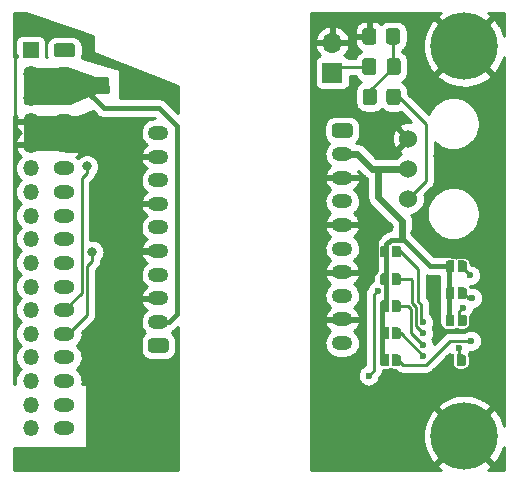
<source format=gbl>
G04 #@! TF.GenerationSoftware,KiCad,Pcbnew,(6.0.1)*
G04 #@! TF.CreationDate,2022-07-04T23:37:27-07:00*
G04 #@! TF.ProjectId,mu100-dit,6d753130-302d-4646-9974-2e6b69636164,rev?*
G04 #@! TF.SameCoordinates,Original*
G04 #@! TF.FileFunction,Copper,L2,Bot*
G04 #@! TF.FilePolarity,Positive*
%FSLAX46Y46*%
G04 Gerber Fmt 4.6, Leading zero omitted, Abs format (unit mm)*
G04 Created by KiCad (PCBNEW (6.0.1)) date 2022-07-04 23:37:27*
%MOMM*%
%LPD*%
G01*
G04 APERTURE LIST*
G04 #@! TA.AperFunction,ComponentPad*
%ADD10O,1.750000X1.200000*%
G04 #@! TD*
G04 #@! TA.AperFunction,ConnectorPad*
%ADD11C,5.700000*%
G04 #@! TD*
G04 #@! TA.AperFunction,ComponentPad*
%ADD12C,3.600000*%
G04 #@! TD*
G04 #@! TA.AperFunction,ComponentPad*
%ADD13C,1.524000*%
G04 #@! TD*
G04 #@! TA.AperFunction,ComponentPad*
%ADD14R,1.350000X1.350000*%
G04 #@! TD*
G04 #@! TA.AperFunction,ComponentPad*
%ADD15O,1.350000X1.350000*%
G04 #@! TD*
G04 #@! TA.AperFunction,ComponentPad*
%ADD16R,1.700000X1.700000*%
G04 #@! TD*
G04 #@! TA.AperFunction,ComponentPad*
%ADD17O,1.700000X1.700000*%
G04 #@! TD*
G04 #@! TA.AperFunction,ComponentPad*
%ADD18O,1.800000X1.200000*%
G04 #@! TD*
G04 #@! TA.AperFunction,ViaPad*
%ADD19C,0.800000*%
G04 #@! TD*
G04 #@! TA.AperFunction,ViaPad*
%ADD20C,0.600000*%
G04 #@! TD*
G04 #@! TA.AperFunction,Conductor*
%ADD21C,0.250000*%
G04 #@! TD*
G04 #@! TA.AperFunction,Conductor*
%ADD22C,0.400000*%
G04 #@! TD*
G04 #@! TA.AperFunction,Conductor*
%ADD23C,0.600000*%
G04 #@! TD*
G04 #@! TA.AperFunction,Conductor*
%ADD24C,0.254000*%
G04 #@! TD*
G04 APERTURE END LIST*
G04 #@! TA.AperFunction,ComponentPad*
G36*
G01*
X80405000Y-89972000D02*
X81655000Y-89972000D01*
G75*
G02*
X81905000Y-90222000I0J-250000D01*
G01*
X81905000Y-90922000D01*
G75*
G02*
X81655000Y-91172000I-250000J0D01*
G01*
X80405000Y-91172000D01*
G75*
G02*
X80155000Y-90922000I0J250000D01*
G01*
X80155000Y-90222000D01*
G75*
G02*
X80405000Y-89972000I250000J0D01*
G01*
G37*
G04 #@! TD.AperFunction*
D10*
X81030000Y-92572000D03*
X81030000Y-94572000D03*
X81030000Y-96572000D03*
X81030000Y-98572000D03*
X81030000Y-100572000D03*
X81030000Y-102572000D03*
X81030000Y-104572000D03*
X81030000Y-106572000D03*
X81030000Y-108572000D03*
D11*
X91350000Y-83452000D03*
D12*
X91350000Y-83452000D03*
D13*
X86620000Y-91262000D03*
X86620000Y-93802000D03*
X86620000Y-96342000D03*
D14*
X54643400Y-83787000D03*
D15*
X54643400Y-85787000D03*
X54643400Y-87787000D03*
X54643400Y-89787000D03*
X54643400Y-91787000D03*
X54643400Y-93787000D03*
X54643400Y-95787000D03*
X54643400Y-97787000D03*
X54643400Y-99787000D03*
X54643400Y-101787000D03*
X54643400Y-103787000D03*
X54643400Y-105787000D03*
X54643400Y-107787000D03*
X54643400Y-109787000D03*
X54643400Y-111787000D03*
X54643400Y-113787000D03*
X54643400Y-115787000D03*
D11*
X91350000Y-116452000D03*
D12*
X91350000Y-116452000D03*
D16*
X80180000Y-85677000D03*
D17*
X80180000Y-83137000D03*
G04 #@! TA.AperFunction,SMDPad,CuDef*
G36*
X84960000Y-105942000D02*
G01*
X84460000Y-105942000D01*
X84364329Y-105922970D01*
X84283223Y-105868777D01*
X84229030Y-105787671D01*
X84210000Y-105692000D01*
X84210000Y-105192000D01*
X84229030Y-105096329D01*
X84283223Y-105015223D01*
X84364329Y-104961030D01*
X84460000Y-104942000D01*
X84960000Y-104942000D01*
X84960000Y-105942000D01*
G37*
G04 #@! TD.AperFunction*
G04 #@! TA.AperFunction,SMDPad,CuDef*
G36*
X85260000Y-104942000D02*
G01*
X85760000Y-104942000D01*
X85855671Y-104961030D01*
X85936777Y-105015223D01*
X85990970Y-105096329D01*
X86010000Y-105192000D01*
X86010000Y-105692000D01*
X85990970Y-105787671D01*
X85936777Y-105868777D01*
X85855671Y-105922970D01*
X85760000Y-105942000D01*
X85260000Y-105942000D01*
X85260000Y-104942000D01*
G37*
G04 #@! TD.AperFunction*
G04 #@! TA.AperFunction,SMDPad,CuDef*
G36*
G01*
X85970000Y-87272000D02*
X85970000Y-88172000D01*
G75*
G02*
X85720000Y-88422000I-250000J0D01*
G01*
X85020000Y-88422000D01*
G75*
G02*
X84770000Y-88172000I0J250000D01*
G01*
X84770000Y-87272000D01*
G75*
G02*
X85020000Y-87022000I250000J0D01*
G01*
X85720000Y-87022000D01*
G75*
G02*
X85970000Y-87272000I0J-250000D01*
G01*
G37*
G04 #@! TD.AperFunction*
G04 #@! TA.AperFunction,SMDPad,CuDef*
G36*
G01*
X83970000Y-87272000D02*
X83970000Y-88172000D01*
G75*
G02*
X83720000Y-88422000I-250000J0D01*
G01*
X83020000Y-88422000D01*
G75*
G02*
X82770000Y-88172000I0J250000D01*
G01*
X82770000Y-87272000D01*
G75*
G02*
X83020000Y-87022000I250000J0D01*
G01*
X83720000Y-87022000D01*
G75*
G02*
X83970000Y-87272000I0J-250000D01*
G01*
G37*
G04 #@! TD.AperFunction*
G04 #@! TA.AperFunction,SMDPad,CuDef*
G36*
X84960000Y-110532000D02*
G01*
X84460000Y-110532000D01*
X84364329Y-110512970D01*
X84283223Y-110458777D01*
X84229030Y-110377671D01*
X84210000Y-110282000D01*
X84210000Y-109782000D01*
X84229030Y-109686329D01*
X84283223Y-109605223D01*
X84364329Y-109551030D01*
X84460000Y-109532000D01*
X84960000Y-109532000D01*
X84960000Y-110532000D01*
G37*
G04 #@! TD.AperFunction*
G04 #@! TA.AperFunction,SMDPad,CuDef*
G36*
X85260000Y-109532000D02*
G01*
X85760000Y-109532000D01*
X85855671Y-109551030D01*
X85936777Y-109605223D01*
X85990970Y-109686329D01*
X86010000Y-109782000D01*
X86010000Y-110282000D01*
X85990970Y-110377671D01*
X85936777Y-110458777D01*
X85855671Y-110512970D01*
X85760000Y-110532000D01*
X85260000Y-110532000D01*
X85260000Y-109532000D01*
G37*
G04 #@! TD.AperFunction*
G04 #@! TA.AperFunction,SMDPad,CuDef*
G36*
X84960000Y-103647000D02*
G01*
X84460000Y-103647000D01*
X84364329Y-103627970D01*
X84283223Y-103573777D01*
X84229030Y-103492671D01*
X84210000Y-103397000D01*
X84210000Y-102897000D01*
X84229030Y-102801329D01*
X84283223Y-102720223D01*
X84364329Y-102666030D01*
X84460000Y-102647000D01*
X84960000Y-102647000D01*
X84960000Y-103647000D01*
G37*
G04 #@! TD.AperFunction*
G04 #@! TA.AperFunction,SMDPad,CuDef*
G36*
X85260000Y-102647000D02*
G01*
X85760000Y-102647000D01*
X85855671Y-102666030D01*
X85936777Y-102720223D01*
X85990970Y-102801329D01*
X86010000Y-102897000D01*
X86010000Y-103397000D01*
X85990970Y-103492671D01*
X85936777Y-103573777D01*
X85855671Y-103627970D01*
X85760000Y-103647000D01*
X85260000Y-103647000D01*
X85260000Y-102647000D01*
G37*
G04 #@! TD.AperFunction*
G04 #@! TA.AperFunction,SMDPad,CuDef*
G36*
X90530000Y-102567000D02*
G01*
X90030000Y-102567000D01*
X89934329Y-102547970D01*
X89853223Y-102493777D01*
X89799030Y-102412671D01*
X89780000Y-102317000D01*
X89780000Y-101817000D01*
X89799030Y-101721329D01*
X89853223Y-101640223D01*
X89934329Y-101586030D01*
X90030000Y-101567000D01*
X90530000Y-101567000D01*
X90530000Y-102567000D01*
G37*
G04 #@! TD.AperFunction*
G04 #@! TA.AperFunction,SMDPad,CuDef*
G36*
X90830000Y-101567000D02*
G01*
X91330000Y-101567000D01*
X91425671Y-101586030D01*
X91506777Y-101640223D01*
X91560970Y-101721329D01*
X91580000Y-101817000D01*
X91580000Y-102317000D01*
X91560970Y-102412671D01*
X91506777Y-102493777D01*
X91425671Y-102547970D01*
X91330000Y-102567000D01*
X90830000Y-102567000D01*
X90830000Y-101567000D01*
G37*
G04 #@! TD.AperFunction*
G04 #@! TA.AperFunction,ComponentPad*
G36*
G01*
X66088400Y-109377000D02*
X64838400Y-109377000D01*
G75*
G02*
X64588400Y-109127000I0J250000D01*
G01*
X64588400Y-108427000D01*
G75*
G02*
X64838400Y-108177000I250000J0D01*
G01*
X66088400Y-108177000D01*
G75*
G02*
X66338400Y-108427000I0J-250000D01*
G01*
X66338400Y-109127000D01*
G75*
G02*
X66088400Y-109377000I-250000J0D01*
G01*
G37*
G04 #@! TD.AperFunction*
D10*
X65463400Y-106777000D03*
X65463400Y-104777000D03*
X65463400Y-102777000D03*
X65463400Y-100777000D03*
X65463400Y-98777000D03*
X65463400Y-96777000D03*
X65463400Y-94777000D03*
X65463400Y-92777000D03*
X65463400Y-90777000D03*
G04 #@! TA.AperFunction,SMDPad,CuDef*
G36*
X84960000Y-101322000D02*
G01*
X84460000Y-101322000D01*
X84364329Y-101302970D01*
X84283223Y-101248777D01*
X84229030Y-101167671D01*
X84210000Y-101072000D01*
X84210000Y-100572000D01*
X84229030Y-100476329D01*
X84283223Y-100395223D01*
X84364329Y-100341030D01*
X84460000Y-100322000D01*
X84960000Y-100322000D01*
X84960000Y-101322000D01*
G37*
G04 #@! TD.AperFunction*
G04 #@! TA.AperFunction,SMDPad,CuDef*
G36*
X85260000Y-100322000D02*
G01*
X85760000Y-100322000D01*
X85855671Y-100341030D01*
X85936777Y-100395223D01*
X85990970Y-100476329D01*
X86010000Y-100572000D01*
X86010000Y-101072000D01*
X85990970Y-101167671D01*
X85936777Y-101248777D01*
X85855671Y-101302970D01*
X85760000Y-101322000D01*
X85260000Y-101322000D01*
X85260000Y-100322000D01*
G37*
G04 #@! TD.AperFunction*
G04 #@! TA.AperFunction,SMDPad,CuDef*
G36*
X90530000Y-104862000D02*
G01*
X90030000Y-104862000D01*
X89934329Y-104842970D01*
X89853223Y-104788777D01*
X89799030Y-104707671D01*
X89780000Y-104612000D01*
X89780000Y-104112000D01*
X89799030Y-104016329D01*
X89853223Y-103935223D01*
X89934329Y-103881030D01*
X90030000Y-103862000D01*
X90530000Y-103862000D01*
X90530000Y-104862000D01*
G37*
G04 #@! TD.AperFunction*
G04 #@! TA.AperFunction,SMDPad,CuDef*
G36*
X90830000Y-103862000D02*
G01*
X91330000Y-103862000D01*
X91425671Y-103881030D01*
X91506777Y-103935223D01*
X91560970Y-104016329D01*
X91580000Y-104112000D01*
X91580000Y-104612000D01*
X91560970Y-104707671D01*
X91506777Y-104788777D01*
X91425671Y-104842970D01*
X91330000Y-104862000D01*
X90830000Y-104862000D01*
X90830000Y-103862000D01*
G37*
G04 #@! TD.AperFunction*
G04 #@! TA.AperFunction,SMDPad,CuDef*
G36*
X90480000Y-110532000D02*
G01*
X89980000Y-110532000D01*
X89884329Y-110512970D01*
X89803223Y-110458777D01*
X89749030Y-110377671D01*
X89730000Y-110282000D01*
X89730000Y-109782000D01*
X89749030Y-109686329D01*
X89803223Y-109605223D01*
X89884329Y-109551030D01*
X89980000Y-109532000D01*
X90480000Y-109532000D01*
X90480000Y-110532000D01*
G37*
G04 #@! TD.AperFunction*
G04 #@! TA.AperFunction,SMDPad,CuDef*
G36*
X90780000Y-109532000D02*
G01*
X91280000Y-109532000D01*
X91375671Y-109551030D01*
X91456777Y-109605223D01*
X91510970Y-109686329D01*
X91530000Y-109782000D01*
X91530000Y-110282000D01*
X91510970Y-110377671D01*
X91456777Y-110458777D01*
X91375671Y-110512970D01*
X91280000Y-110532000D01*
X90780000Y-110532000D01*
X90780000Y-109532000D01*
G37*
G04 #@! TD.AperFunction*
G04 #@! TA.AperFunction,SMDPad,CuDef*
G36*
G01*
X82720000Y-83052000D02*
X82720000Y-82152000D01*
G75*
G02*
X82970000Y-81902000I250000J0D01*
G01*
X83670000Y-81902000D01*
G75*
G02*
X83920000Y-82152000I0J-250000D01*
G01*
X83920000Y-83052000D01*
G75*
G02*
X83670000Y-83302000I-250000J0D01*
G01*
X82970000Y-83302000D01*
G75*
G02*
X82720000Y-83052000I0J250000D01*
G01*
G37*
G04 #@! TD.AperFunction*
G04 #@! TA.AperFunction,SMDPad,CuDef*
G36*
G01*
X84720000Y-83052000D02*
X84720000Y-82152000D01*
G75*
G02*
X84970000Y-81902000I250000J0D01*
G01*
X85670000Y-81902000D01*
G75*
G02*
X85920000Y-82152000I0J-250000D01*
G01*
X85920000Y-83052000D01*
G75*
G02*
X85670000Y-83302000I-250000J0D01*
G01*
X84970000Y-83302000D01*
G75*
G02*
X84720000Y-83052000I0J250000D01*
G01*
G37*
G04 #@! TD.AperFunction*
G04 #@! TA.AperFunction,SMDPad,CuDef*
G36*
G01*
X85975000Y-84687000D02*
X85975000Y-85637000D01*
G75*
G02*
X85725000Y-85887000I-250000J0D01*
G01*
X85050000Y-85887000D01*
G75*
G02*
X84800000Y-85637000I0J250000D01*
G01*
X84800000Y-84687000D01*
G75*
G02*
X85050000Y-84437000I250000J0D01*
G01*
X85725000Y-84437000D01*
G75*
G02*
X85975000Y-84687000I0J-250000D01*
G01*
G37*
G04 #@! TD.AperFunction*
G04 #@! TA.AperFunction,SMDPad,CuDef*
G36*
G01*
X83900000Y-84687000D02*
X83900000Y-85637000D01*
G75*
G02*
X83650000Y-85887000I-250000J0D01*
G01*
X82975000Y-85887000D01*
G75*
G02*
X82725000Y-85637000I0J250000D01*
G01*
X82725000Y-84687000D01*
G75*
G02*
X82975000Y-84437000I250000J0D01*
G01*
X83650000Y-84437000D01*
G75*
G02*
X83900000Y-84687000I0J-250000D01*
G01*
G37*
G04 #@! TD.AperFunction*
G04 #@! TA.AperFunction,ComponentPad*
G36*
G01*
X56853400Y-83187000D02*
X58153400Y-83187000D01*
G75*
G02*
X58403400Y-83437000I0J-250000D01*
G01*
X58403400Y-84137000D01*
G75*
G02*
X58153400Y-84387000I-250000J0D01*
G01*
X56853400Y-84387000D01*
G75*
G02*
X56603400Y-84137000I0J250000D01*
G01*
X56603400Y-83437000D01*
G75*
G02*
X56853400Y-83187000I250000J0D01*
G01*
G37*
G04 #@! TD.AperFunction*
D18*
X57503400Y-85787000D03*
X57503400Y-87787000D03*
X57503400Y-89787000D03*
X57503400Y-91787000D03*
X57503400Y-93787000D03*
X57503400Y-95787000D03*
X57503400Y-97787000D03*
X57503400Y-99787000D03*
X57503400Y-101787000D03*
X57503400Y-103787000D03*
X57503400Y-105787000D03*
X57503400Y-107787000D03*
X57503400Y-109787000D03*
X57503400Y-111787000D03*
X57503400Y-113787000D03*
X57503400Y-115787000D03*
G04 #@! TA.AperFunction,SMDPad,CuDef*
G36*
X90530000Y-107157000D02*
G01*
X90030000Y-107157000D01*
X89934329Y-107137970D01*
X89853223Y-107083777D01*
X89799030Y-107002671D01*
X89780000Y-106907000D01*
X89780000Y-106407000D01*
X89799030Y-106311329D01*
X89853223Y-106230223D01*
X89934329Y-106176030D01*
X90030000Y-106157000D01*
X90530000Y-106157000D01*
X90530000Y-107157000D01*
G37*
G04 #@! TD.AperFunction*
G04 #@! TA.AperFunction,SMDPad,CuDef*
G36*
X90830000Y-106157000D02*
G01*
X91330000Y-106157000D01*
X91425671Y-106176030D01*
X91506777Y-106230223D01*
X91560970Y-106311329D01*
X91580000Y-106407000D01*
X91580000Y-106907000D01*
X91560970Y-107002671D01*
X91506777Y-107083777D01*
X91425671Y-107137970D01*
X91330000Y-107157000D01*
X90830000Y-107157000D01*
X90830000Y-106157000D01*
G37*
G04 #@! TD.AperFunction*
G04 #@! TA.AperFunction,SMDPad,CuDef*
G36*
X84960000Y-108237000D02*
G01*
X84460000Y-108237000D01*
X84364329Y-108217970D01*
X84283223Y-108163777D01*
X84229030Y-108082671D01*
X84210000Y-107987000D01*
X84210000Y-107487000D01*
X84229030Y-107391329D01*
X84283223Y-107310223D01*
X84364329Y-107256030D01*
X84460000Y-107237000D01*
X84960000Y-107237000D01*
X84960000Y-108237000D01*
G37*
G04 #@! TD.AperFunction*
G04 #@! TA.AperFunction,SMDPad,CuDef*
G36*
X85260000Y-107237000D02*
G01*
X85760000Y-107237000D01*
X85855671Y-107256030D01*
X85936777Y-107310223D01*
X85990970Y-107391329D01*
X86010000Y-107487000D01*
X86010000Y-107987000D01*
X85990970Y-108082671D01*
X85936777Y-108163777D01*
X85855671Y-108217970D01*
X85760000Y-108237000D01*
X85260000Y-108237000D01*
X85260000Y-107237000D01*
G37*
G04 #@! TD.AperFunction*
D19*
X87200000Y-99282000D03*
X82850000Y-94882000D03*
X64713400Y-87477000D03*
X84060000Y-92542000D03*
X59683400Y-89347000D03*
X66743400Y-88267000D03*
X87660000Y-87922000D03*
X89070000Y-95352000D03*
X84970000Y-98752000D03*
X89130000Y-92702000D03*
X86000000Y-89632000D03*
X62723400Y-89897000D03*
X61043400Y-89837000D03*
D20*
X83260000Y-111322000D03*
X84016400Y-104137200D03*
X87889978Y-106829600D03*
X87877200Y-107744000D03*
X87885439Y-108751761D03*
X87877200Y-109674400D03*
X91230000Y-105585000D03*
X92037242Y-104738927D03*
X91839600Y-102841800D03*
X90925200Y-109003500D03*
X91915800Y-108379000D03*
D19*
X59411400Y-93616600D03*
X59868600Y-100855600D03*
D21*
X86790000Y-91262000D02*
X86620000Y-91262000D01*
D22*
X58827200Y-86682400D02*
X60833800Y-88689000D01*
X66342400Y-106777000D02*
X65463400Y-106777000D01*
X59919400Y-87393600D02*
X57896800Y-87393600D01*
D23*
X84090000Y-94232000D02*
X84090000Y-96207000D01*
X84090000Y-96207000D02*
X86080000Y-98197000D01*
D22*
X67020200Y-106099200D02*
X66342400Y-106777000D01*
X84770000Y-102837000D02*
X84770000Y-100217704D01*
X60833800Y-88689000D02*
X65532800Y-88689000D01*
X57503400Y-87787000D02*
X58608000Y-86682400D01*
X65532800Y-88689000D02*
X67020200Y-90176400D01*
D23*
X83530000Y-93802000D02*
X86620000Y-93802000D01*
D22*
X58312800Y-85787000D02*
X59919400Y-87393600D01*
X84770000Y-105132000D02*
X84770000Y-103457000D01*
X84460000Y-103147000D02*
X84770000Y-102837000D01*
X57503400Y-85787000D02*
X58312800Y-85787000D01*
D23*
X81030000Y-92572000D02*
X82300000Y-92572000D01*
D22*
X85125704Y-99862000D02*
X86290000Y-99862000D01*
X84460000Y-105442000D02*
X84770000Y-105132000D01*
X86290000Y-99862000D02*
X88485000Y-102057000D01*
X88485000Y-102057000D02*
X90030000Y-102057000D01*
X84442500Y-110022000D02*
X84360000Y-109939500D01*
X67020200Y-90176400D02*
X67020200Y-106099200D01*
X84770000Y-103457000D02*
X84460000Y-103147000D01*
X84360000Y-110032000D02*
X84380000Y-110052000D01*
X58608000Y-86682400D02*
X58827200Y-86682400D01*
X84770000Y-100217704D02*
X85125704Y-99862000D01*
D23*
X82300000Y-92572000D02*
X83530000Y-93802000D01*
D22*
X84360000Y-109939500D02*
X84360000Y-105442000D01*
X90030000Y-102057000D02*
X90030000Y-106657000D01*
D23*
X86080000Y-98202000D02*
X86080000Y-99742000D01*
D21*
X83700000Y-110882000D02*
X83260000Y-111322000D01*
X83700000Y-104453600D02*
X83700000Y-110882000D01*
X84016400Y-104137200D02*
X83700000Y-104453600D01*
X87440000Y-105040565D02*
X87440000Y-102324500D01*
X87714998Y-106654620D02*
X87714998Y-105315563D01*
X87714998Y-105315563D02*
X87440000Y-105040565D01*
X87440000Y-102324500D02*
X85927500Y-100812000D01*
X87889978Y-106829600D02*
X87714998Y-106654620D01*
X86865000Y-103137000D02*
X85897500Y-103137000D01*
X86920480Y-103192480D02*
X86865000Y-103137000D01*
X86920480Y-105156762D02*
X86920480Y-103192480D01*
X87877200Y-107744000D02*
X87265478Y-107132278D01*
X87265478Y-105501761D02*
X86920480Y-105156762D01*
X87265478Y-107132278D02*
X87265478Y-105501761D01*
X86560000Y-105432000D02*
X86007500Y-105432000D01*
X86815958Y-107682280D02*
X86815958Y-105687958D01*
X87885439Y-108751761D02*
X86815958Y-107682280D01*
X86815958Y-105687958D02*
X86560000Y-105432000D01*
X87877200Y-109626700D02*
X85977500Y-107727000D01*
X87877200Y-109674400D02*
X87877200Y-109626700D01*
X85710000Y-87662000D02*
X85350000Y-87662000D01*
X88090000Y-94872000D02*
X88090000Y-90042000D01*
X88090000Y-90042000D02*
X85710000Y-87662000D01*
X86620000Y-96342000D02*
X88090000Y-94872000D01*
X91230000Y-105585000D02*
X90947500Y-105867500D01*
X90947500Y-105867500D02*
X90947500Y-106647000D01*
X92037242Y-104738927D02*
X91706927Y-104738927D01*
X91706927Y-104738927D02*
X91320000Y-104352000D01*
X91839600Y-102811600D02*
X91085000Y-102057000D01*
X91839600Y-102841800D02*
X91839600Y-102811600D01*
X90925200Y-109003500D02*
X90897500Y-109031200D01*
X90897500Y-109031200D02*
X90897500Y-110022000D01*
X88105800Y-110411000D02*
X86139000Y-110411000D01*
X86139000Y-110411000D02*
X85760000Y-110032000D01*
X90137800Y-108379000D02*
X88105800Y-110411000D01*
X91915800Y-108379000D02*
X90137800Y-108379000D01*
X85320000Y-82602000D02*
X85320000Y-85094500D01*
X83370000Y-87179500D02*
X85387500Y-85162000D01*
X83370000Y-87722000D02*
X83370000Y-87179500D01*
X85320000Y-85094500D02*
X85387500Y-85162000D01*
X80515000Y-85162000D02*
X79990000Y-85687000D01*
X83312500Y-85162000D02*
X80515000Y-85162000D01*
X59411400Y-94139000D02*
X58954200Y-94596200D01*
X59411400Y-93616600D02*
X59411400Y-94139000D01*
X58954200Y-94596200D02*
X58954200Y-104336200D01*
X58954200Y-104336200D02*
X57503400Y-105787000D01*
X57839400Y-107787000D02*
X57503400Y-107787000D01*
X59868600Y-101617600D02*
X59411400Y-102074800D01*
X59868600Y-100855600D02*
X59868600Y-101617600D01*
X59411400Y-106215000D02*
X57839400Y-107787000D01*
X59411400Y-102074800D02*
X59411400Y-106215000D01*
D24*
X53453400Y-84346600D02*
X53385279Y-84366602D01*
X53338786Y-84420258D01*
X53327400Y-84472600D01*
X53327400Y-89273200D01*
X53347402Y-89341321D01*
X53401058Y-89387814D01*
X53453400Y-89399200D01*
X53453400Y-89457000D01*
X53223600Y-89457000D01*
X53223600Y-89385047D01*
X53243521Y-89379198D01*
X53290014Y-89325542D01*
X53301400Y-89273200D01*
X53301400Y-84472600D01*
X53281398Y-84404479D01*
X53227742Y-84357986D01*
X53223600Y-84357085D01*
X53223600Y-84177000D01*
X53453400Y-84177000D01*
X53453400Y-84346600D02*
X53453400Y-84177000D01*
G04 #@! TA.AperFunction,Conductor*
G36*
X53453400Y-84346600D02*
G01*
X53385279Y-84366602D01*
X53338786Y-84420258D01*
X53327400Y-84472600D01*
X53327400Y-89273200D01*
X53347402Y-89341321D01*
X53401058Y-89387814D01*
X53453400Y-89399200D01*
X53453400Y-89457000D01*
X53223600Y-89457000D01*
X53223600Y-89385047D01*
X53243521Y-89379198D01*
X53290014Y-89325542D01*
X53301400Y-89273200D01*
X53301400Y-84472600D01*
X53281398Y-84404479D01*
X53227742Y-84357986D01*
X53223600Y-84357085D01*
X53223600Y-84177000D01*
X53453400Y-84177000D01*
X53453400Y-84346600D01*
G37*
G04 #@! TD.AperFunction*
X60223255Y-89258615D02*
X60261290Y-89302215D01*
X60283788Y-89322472D01*
X60336068Y-89359215D01*
X60386336Y-89398630D01*
X60412233Y-89414314D01*
X60418479Y-89417134D01*
X60424086Y-89421075D01*
X60450769Y-89435383D01*
X60510306Y-89458595D01*
X60568521Y-89484881D01*
X60597408Y-89493935D01*
X60604153Y-89495185D01*
X60610542Y-89497676D01*
X60639863Y-89505204D01*
X60703206Y-89513543D01*
X60766024Y-89525186D01*
X60796240Y-89527087D01*
X60858446Y-89523500D01*
X65187140Y-89523500D01*
X65206140Y-89542500D01*
X65135554Y-89542500D01*
X65123587Y-89543070D01*
X64965867Y-89558118D01*
X64942365Y-89562643D01*
X64739397Y-89622187D01*
X64717174Y-89631076D01*
X64529128Y-89727926D01*
X64508987Y-89740856D01*
X64342647Y-89871518D01*
X64325315Y-89888024D01*
X64186683Y-90047783D01*
X64172784Y-90067268D01*
X64066863Y-90250359D01*
X64056899Y-90272121D01*
X63987511Y-90471938D01*
X63981843Y-90495191D01*
X63951491Y-90704524D01*
X63950322Y-90728430D01*
X63960102Y-90939725D01*
X63963474Y-90963420D01*
X64013032Y-91169055D01*
X64020824Y-91191685D01*
X64108373Y-91384238D01*
X64120304Y-91404987D01*
X64242684Y-91577511D01*
X64258323Y-91595629D01*
X64411119Y-91741899D01*
X64429902Y-91756733D01*
X64462658Y-91777884D01*
X64342993Y-91871882D01*
X64325661Y-91888387D01*
X64187092Y-92048073D01*
X64173193Y-92067559D01*
X64067320Y-92250568D01*
X64057356Y-92272330D01*
X63987999Y-92472057D01*
X63982330Y-92495315D01*
X63980937Y-92504925D01*
X63990960Y-92575210D01*
X64037391Y-92628919D01*
X64105634Y-92649000D01*
X65591400Y-92649000D01*
X65591400Y-92905000D01*
X64109883Y-92905000D01*
X64041762Y-92925002D01*
X63995269Y-92978658D01*
X63985165Y-93048932D01*
X63987390Y-93060521D01*
X64013507Y-93168891D01*
X64021299Y-93191521D01*
X64108808Y-93383988D01*
X64120739Y-93404737D01*
X64243064Y-93577183D01*
X64258703Y-93595301D01*
X64411430Y-93741505D01*
X64430213Y-93756339D01*
X64462630Y-93777270D01*
X64342647Y-93871518D01*
X64325315Y-93888024D01*
X64186683Y-94047783D01*
X64172784Y-94067268D01*
X64066863Y-94250359D01*
X64056899Y-94272121D01*
X63987511Y-94471938D01*
X63981843Y-94495191D01*
X63951491Y-94704524D01*
X63950322Y-94728430D01*
X63960102Y-94939725D01*
X63963474Y-94963420D01*
X64013032Y-95169055D01*
X64020824Y-95191685D01*
X64108373Y-95384238D01*
X64120304Y-95404987D01*
X64242684Y-95577511D01*
X64258323Y-95595629D01*
X64411119Y-95741899D01*
X64429902Y-95756733D01*
X64462658Y-95777884D01*
X64342993Y-95871882D01*
X64325661Y-95888387D01*
X64187092Y-96048073D01*
X64173193Y-96067559D01*
X64067320Y-96250568D01*
X64057356Y-96272330D01*
X63987999Y-96472057D01*
X63982330Y-96495315D01*
X63980937Y-96504925D01*
X63990960Y-96575210D01*
X64037391Y-96628919D01*
X64105634Y-96649000D01*
X65591400Y-96649000D01*
X65591400Y-96905000D01*
X64109883Y-96905000D01*
X64041762Y-96925002D01*
X63995269Y-96978658D01*
X63985165Y-97048932D01*
X63987390Y-97060521D01*
X64013507Y-97168891D01*
X64021299Y-97191521D01*
X64108808Y-97383988D01*
X64120739Y-97404737D01*
X64243064Y-97577183D01*
X64258703Y-97595301D01*
X64411430Y-97741505D01*
X64430213Y-97756339D01*
X64462630Y-97777270D01*
X64342647Y-97871518D01*
X64325315Y-97888024D01*
X64186683Y-98047783D01*
X64172784Y-98067268D01*
X64066863Y-98250359D01*
X64056899Y-98272121D01*
X63987511Y-98471938D01*
X63981843Y-98495191D01*
X63951491Y-98704524D01*
X63950322Y-98728430D01*
X63960102Y-98939725D01*
X63963474Y-98963420D01*
X64013032Y-99169055D01*
X64020824Y-99191685D01*
X64108373Y-99384238D01*
X64120304Y-99404987D01*
X64242684Y-99577511D01*
X64258323Y-99595629D01*
X64411119Y-99741899D01*
X64429902Y-99756733D01*
X64462658Y-99777884D01*
X64342993Y-99871882D01*
X64325661Y-99888387D01*
X64187092Y-100048073D01*
X64173193Y-100067559D01*
X64067320Y-100250568D01*
X64057356Y-100272330D01*
X63987999Y-100472057D01*
X63982330Y-100495315D01*
X63980937Y-100504925D01*
X63990960Y-100575210D01*
X64037391Y-100628919D01*
X64105634Y-100649000D01*
X65591400Y-100649000D01*
X65591400Y-100905000D01*
X64109883Y-100905000D01*
X64041762Y-100925002D01*
X63995269Y-100978658D01*
X63985165Y-101048932D01*
X63987390Y-101060521D01*
X64013507Y-101168891D01*
X64021299Y-101191521D01*
X64108808Y-101383988D01*
X64120739Y-101404737D01*
X64243064Y-101577183D01*
X64258703Y-101595301D01*
X64411430Y-101741505D01*
X64430213Y-101756339D01*
X64462630Y-101777270D01*
X64342647Y-101871518D01*
X64325315Y-101888024D01*
X64186683Y-102047783D01*
X64172784Y-102067268D01*
X64066863Y-102250359D01*
X64056899Y-102272121D01*
X63987511Y-102471938D01*
X63981843Y-102495191D01*
X63951491Y-102704524D01*
X63950322Y-102728430D01*
X63960102Y-102939725D01*
X63963474Y-102963420D01*
X64013032Y-103169055D01*
X64020824Y-103191685D01*
X64108373Y-103384238D01*
X64120304Y-103404987D01*
X64242684Y-103577511D01*
X64258323Y-103595629D01*
X64411119Y-103741899D01*
X64429902Y-103756733D01*
X64462658Y-103777884D01*
X64342993Y-103871882D01*
X64325661Y-103888387D01*
X64187092Y-104048073D01*
X64173193Y-104067559D01*
X64067320Y-104250568D01*
X64057356Y-104272330D01*
X63987999Y-104472057D01*
X63982330Y-104495315D01*
X63980937Y-104504925D01*
X63990960Y-104575210D01*
X64037391Y-104628919D01*
X64105634Y-104649000D01*
X65591400Y-104649000D01*
X65591400Y-104905000D01*
X64109883Y-104905000D01*
X64041762Y-104925002D01*
X63995269Y-104978658D01*
X63985165Y-105048932D01*
X63987390Y-105060521D01*
X64013507Y-105168891D01*
X64021299Y-105191521D01*
X64108808Y-105383988D01*
X64120739Y-105404737D01*
X64243064Y-105577183D01*
X64258703Y-105595301D01*
X64411430Y-105741505D01*
X64430213Y-105756339D01*
X64462630Y-105777270D01*
X64342647Y-105871518D01*
X64325315Y-105888024D01*
X64186683Y-106047783D01*
X64172784Y-106067268D01*
X64066863Y-106250359D01*
X64056899Y-106272121D01*
X63987511Y-106471938D01*
X63981843Y-106495191D01*
X63951491Y-106704524D01*
X63950322Y-106728430D01*
X63960102Y-106939725D01*
X63963474Y-106963420D01*
X64013032Y-107169055D01*
X64020824Y-107191685D01*
X64108373Y-107384238D01*
X64120304Y-107404987D01*
X64242684Y-107577511D01*
X64258323Y-107595629D01*
X64353587Y-107686824D01*
X64297749Y-107721378D01*
X64274879Y-107739504D01*
X64149922Y-107864679D01*
X64131835Y-107887581D01*
X64039025Y-108038146D01*
X64026692Y-108064595D01*
X63971010Y-108232472D01*
X63965259Y-108259296D01*
X63954556Y-108363757D01*
X63953900Y-108376600D01*
X63953900Y-109177400D01*
X63954573Y-109190404D01*
X63965547Y-109296170D01*
X63971350Y-109323042D01*
X64027326Y-109490822D01*
X64039706Y-109517249D01*
X64132778Y-109667651D01*
X64150904Y-109690521D01*
X64276079Y-109815478D01*
X64298981Y-109833565D01*
X64449546Y-109926375D01*
X64475995Y-109938708D01*
X64643872Y-109994390D01*
X64670696Y-110000141D01*
X64775157Y-110010844D01*
X64788000Y-110011500D01*
X66138800Y-110011500D01*
X66151804Y-110010827D01*
X66257570Y-109999853D01*
X66284442Y-109994050D01*
X66452222Y-109938074D01*
X66478649Y-109925694D01*
X66629051Y-109832622D01*
X66651921Y-109814496D01*
X66776878Y-109689321D01*
X66794965Y-109666419D01*
X66887775Y-109515854D01*
X66900108Y-109489405D01*
X66955790Y-109321528D01*
X66961541Y-109294704D01*
X66972244Y-109190243D01*
X66972900Y-109177400D01*
X66972900Y-108376600D01*
X66972227Y-108363596D01*
X66961253Y-108257830D01*
X66955450Y-108230958D01*
X66899474Y-108063178D01*
X66887094Y-108036751D01*
X66794022Y-107886349D01*
X66775896Y-107863479D01*
X66650721Y-107738522D01*
X66627819Y-107720435D01*
X66576280Y-107688666D01*
X66584153Y-107682482D01*
X66601485Y-107665976D01*
X66725248Y-107523351D01*
X66744420Y-107513329D01*
X66750070Y-107509446D01*
X66756355Y-107506687D01*
X66782410Y-107491277D01*
X66833097Y-107452382D01*
X66885747Y-107416198D01*
X66908457Y-107396176D01*
X66949911Y-107349649D01*
X67116000Y-107183560D01*
X67116000Y-119318000D01*
X53231600Y-119318000D01*
X53231600Y-117463200D01*
X59251800Y-117463200D01*
X59319921Y-117443198D01*
X59366414Y-117389542D01*
X59377800Y-117337200D01*
X59377800Y-112177000D01*
X59357798Y-112108879D01*
X59304142Y-112062386D01*
X59251800Y-112051000D01*
X59012539Y-112051000D01*
X59040309Y-111859476D01*
X59041478Y-111835570D01*
X59031698Y-111624275D01*
X59028326Y-111600580D01*
X58978768Y-111394945D01*
X58970976Y-111372315D01*
X58883427Y-111179762D01*
X58871496Y-111159013D01*
X58749116Y-110986489D01*
X58733477Y-110968371D01*
X58580681Y-110822101D01*
X58561898Y-110807267D01*
X58529586Y-110786403D01*
X58649153Y-110692482D01*
X58666485Y-110675976D01*
X58805117Y-110516217D01*
X58819016Y-110496732D01*
X58924937Y-110313641D01*
X58934901Y-110291879D01*
X59004289Y-110092062D01*
X59009957Y-110068809D01*
X59040309Y-109859476D01*
X59041478Y-109835570D01*
X59031698Y-109624275D01*
X59028326Y-109600580D01*
X58978768Y-109394945D01*
X58970976Y-109372315D01*
X58883427Y-109179762D01*
X58871496Y-109159013D01*
X58749116Y-108986489D01*
X58733477Y-108968371D01*
X58580681Y-108822101D01*
X58561898Y-108807267D01*
X58529586Y-108786403D01*
X58649153Y-108692482D01*
X58666485Y-108675976D01*
X58805117Y-108516217D01*
X58819016Y-108496732D01*
X58924937Y-108313641D01*
X58934901Y-108291879D01*
X59004289Y-108092062D01*
X59009957Y-108068809D01*
X59040309Y-107859476D01*
X59041478Y-107835570D01*
X59033668Y-107666827D01*
X59892753Y-106807743D01*
X59910268Y-106793253D01*
X59956893Y-106743602D01*
X59976630Y-106723865D01*
X59987095Y-106711995D01*
X59989570Y-106708804D01*
X60019836Y-106676574D01*
X60038400Y-106651024D01*
X60048161Y-106633270D01*
X60060575Y-106617265D01*
X60076651Y-106590082D01*
X60094211Y-106549503D01*
X60115510Y-106510760D01*
X60127136Y-106481395D01*
X60132174Y-106461774D01*
X60140218Y-106443185D01*
X60149030Y-106412857D01*
X60155947Y-106369189D01*
X60166942Y-106326364D01*
X60170900Y-106295030D01*
X60170900Y-106274776D01*
X60174069Y-106254768D01*
X60175061Y-106223199D01*
X60170900Y-106179181D01*
X60170900Y-102389394D01*
X60349942Y-102210352D01*
X60367468Y-102195853D01*
X60414108Y-102146186D01*
X60433829Y-102126465D01*
X60444296Y-102114593D01*
X60446768Y-102111406D01*
X60477036Y-102079174D01*
X60495601Y-102053621D01*
X60505360Y-102035870D01*
X60517772Y-102019868D01*
X60533849Y-101992683D01*
X60551405Y-101952114D01*
X60572710Y-101913360D01*
X60584337Y-101883994D01*
X60589374Y-101864374D01*
X60597418Y-101845787D01*
X60606230Y-101815456D01*
X60613146Y-101771793D01*
X60624142Y-101728964D01*
X60628100Y-101697630D01*
X60628100Y-101677369D01*
X60631268Y-101657367D01*
X60632260Y-101625800D01*
X60628100Y-101581789D01*
X60628100Y-101558124D01*
X60701276Y-101476854D01*
X60716759Y-101455544D01*
X60812246Y-101290156D01*
X60822960Y-101266092D01*
X60881975Y-101084464D01*
X60887452Y-101058698D01*
X60907414Y-100868770D01*
X60907414Y-100842430D01*
X60887452Y-100652502D01*
X60881975Y-100626736D01*
X60822960Y-100445108D01*
X60812246Y-100421044D01*
X60716759Y-100255656D01*
X60701276Y-100234346D01*
X60573489Y-100092424D01*
X60553914Y-100074798D01*
X60399413Y-99962546D01*
X60376601Y-99949375D01*
X60202137Y-99871699D01*
X60177085Y-99863559D01*
X59990284Y-99823853D01*
X59964087Y-99821100D01*
X59773113Y-99821100D01*
X59746916Y-99823853D01*
X59713700Y-99830913D01*
X59713700Y-94910794D01*
X59892742Y-94731752D01*
X59910268Y-94717253D01*
X59956908Y-94667586D01*
X59976629Y-94647865D01*
X59987096Y-94635993D01*
X59989568Y-94632806D01*
X60019836Y-94600574D01*
X60038401Y-94575021D01*
X60048160Y-94557270D01*
X60060572Y-94541268D01*
X60076649Y-94514083D01*
X60094205Y-94473514D01*
X60115510Y-94434760D01*
X60127137Y-94405394D01*
X60132174Y-94385774D01*
X60140218Y-94367187D01*
X60146217Y-94346539D01*
X60244076Y-94237855D01*
X60259559Y-94216544D01*
X60355046Y-94051156D01*
X60365760Y-94027092D01*
X60424775Y-93845464D01*
X60430252Y-93819698D01*
X60450214Y-93629770D01*
X60450214Y-93603430D01*
X60430252Y-93413502D01*
X60424775Y-93387736D01*
X60365760Y-93206108D01*
X60355046Y-93182044D01*
X60259559Y-93016656D01*
X60244076Y-92995346D01*
X60116289Y-92853424D01*
X60096714Y-92835798D01*
X59942213Y-92723546D01*
X59919401Y-92710375D01*
X59744937Y-92632699D01*
X59719885Y-92624559D01*
X59533084Y-92584853D01*
X59506887Y-92582100D01*
X59315913Y-92582100D01*
X59289716Y-92584853D01*
X59102915Y-92624559D01*
X59077863Y-92632699D01*
X58903399Y-92710375D01*
X58880587Y-92723546D01*
X58726086Y-92835798D01*
X58706511Y-92853424D01*
X58663408Y-92901295D01*
X58580681Y-92822101D01*
X58561898Y-92807267D01*
X58529142Y-92786116D01*
X58648807Y-92692118D01*
X58666139Y-92675613D01*
X58804708Y-92515927D01*
X58818607Y-92496441D01*
X58924480Y-92313432D01*
X58934444Y-92291670D01*
X59003801Y-92091943D01*
X59009470Y-92068685D01*
X59010863Y-92059075D01*
X59000840Y-91988790D01*
X58954409Y-91935081D01*
X58886166Y-91915000D01*
X56124883Y-91915000D01*
X56056762Y-91935002D01*
X56010269Y-91988658D01*
X56000165Y-92058932D01*
X56002390Y-92070521D01*
X56020580Y-92146000D01*
X55903987Y-92146000D01*
X55917955Y-92104851D01*
X55923338Y-92082427D01*
X55926723Y-92059078D01*
X55916702Y-91988792D01*
X55870272Y-91935082D01*
X55802027Y-91915000D01*
X53487266Y-91915000D01*
X53419145Y-91935002D01*
X53372652Y-91988658D01*
X53362548Y-92058932D01*
X53365143Y-92072015D01*
X53401355Y-92214600D01*
X53409052Y-92236336D01*
X53500077Y-92433785D01*
X53511606Y-92453754D01*
X53637089Y-92631308D01*
X53652064Y-92648842D01*
X53795597Y-92788665D01*
X53698165Y-92874110D01*
X53682292Y-92890836D01*
X53547631Y-93061652D01*
X53535072Y-93080991D01*
X53433796Y-93273487D01*
X53424973Y-93294789D01*
X53360471Y-93502517D01*
X53355676Y-93525072D01*
X53330110Y-93741077D01*
X53329507Y-93764128D01*
X53343733Y-93981174D01*
X53347340Y-94003949D01*
X53400882Y-94214769D01*
X53408579Y-94236504D01*
X53499642Y-94434036D01*
X53511171Y-94454005D01*
X53636707Y-94631634D01*
X53651683Y-94649168D01*
X53795220Y-94788995D01*
X53698165Y-94874110D01*
X53682292Y-94890836D01*
X53547631Y-95061652D01*
X53535072Y-95080991D01*
X53433796Y-95273487D01*
X53424973Y-95294789D01*
X53360471Y-95502517D01*
X53355676Y-95525072D01*
X53330110Y-95741077D01*
X53329507Y-95764128D01*
X53343733Y-95981174D01*
X53347340Y-96003949D01*
X53400882Y-96214769D01*
X53408579Y-96236504D01*
X53499642Y-96434036D01*
X53511171Y-96454005D01*
X53636707Y-96631634D01*
X53651683Y-96649168D01*
X53795220Y-96788995D01*
X53698165Y-96874110D01*
X53682292Y-96890836D01*
X53547631Y-97061652D01*
X53535072Y-97080991D01*
X53433796Y-97273487D01*
X53424973Y-97294789D01*
X53360471Y-97502517D01*
X53355676Y-97525072D01*
X53330110Y-97741077D01*
X53329507Y-97764128D01*
X53343733Y-97981174D01*
X53347340Y-98003949D01*
X53400882Y-98214769D01*
X53408579Y-98236504D01*
X53499642Y-98434036D01*
X53511171Y-98454005D01*
X53636707Y-98631634D01*
X53651683Y-98649168D01*
X53795220Y-98788995D01*
X53698165Y-98874110D01*
X53682292Y-98890836D01*
X53547631Y-99061652D01*
X53535072Y-99080991D01*
X53433796Y-99273487D01*
X53424973Y-99294789D01*
X53360471Y-99502517D01*
X53355676Y-99525072D01*
X53330110Y-99741077D01*
X53329507Y-99764128D01*
X53343733Y-99981174D01*
X53347340Y-100003949D01*
X53400882Y-100214769D01*
X53408579Y-100236504D01*
X53499642Y-100434036D01*
X53511171Y-100454005D01*
X53636707Y-100631634D01*
X53651683Y-100649168D01*
X53795220Y-100788995D01*
X53698165Y-100874110D01*
X53682292Y-100890836D01*
X53547631Y-101061652D01*
X53535072Y-101080991D01*
X53433796Y-101273487D01*
X53424973Y-101294789D01*
X53360471Y-101502517D01*
X53355676Y-101525072D01*
X53330110Y-101741077D01*
X53329507Y-101764128D01*
X53343733Y-101981174D01*
X53347340Y-102003949D01*
X53400882Y-102214769D01*
X53408579Y-102236504D01*
X53499642Y-102434036D01*
X53511171Y-102454005D01*
X53636707Y-102631634D01*
X53651683Y-102649168D01*
X53795220Y-102788995D01*
X53698165Y-102874110D01*
X53682292Y-102890836D01*
X53547631Y-103061652D01*
X53535072Y-103080991D01*
X53433796Y-103273487D01*
X53424973Y-103294789D01*
X53360471Y-103502517D01*
X53355676Y-103525072D01*
X53330110Y-103741077D01*
X53329507Y-103764128D01*
X53343733Y-103981174D01*
X53347340Y-104003949D01*
X53400882Y-104214769D01*
X53408579Y-104236504D01*
X53499642Y-104434036D01*
X53511171Y-104454005D01*
X53636707Y-104631634D01*
X53651683Y-104649168D01*
X53795220Y-104788995D01*
X53698165Y-104874110D01*
X53682292Y-104890836D01*
X53547631Y-105061652D01*
X53535072Y-105080991D01*
X53433796Y-105273487D01*
X53424973Y-105294789D01*
X53360471Y-105502517D01*
X53355676Y-105525072D01*
X53330110Y-105741077D01*
X53329507Y-105764128D01*
X53343733Y-105981174D01*
X53347340Y-106003949D01*
X53400882Y-106214769D01*
X53408579Y-106236504D01*
X53499642Y-106434036D01*
X53511171Y-106454005D01*
X53636707Y-106631634D01*
X53651683Y-106649168D01*
X53795220Y-106788995D01*
X53698165Y-106874110D01*
X53682292Y-106890836D01*
X53547631Y-107061652D01*
X53535072Y-107080991D01*
X53433796Y-107273487D01*
X53424973Y-107294789D01*
X53360471Y-107502517D01*
X53355676Y-107525072D01*
X53330110Y-107741077D01*
X53329507Y-107764128D01*
X53343733Y-107981174D01*
X53347340Y-108003949D01*
X53400882Y-108214769D01*
X53408579Y-108236504D01*
X53499642Y-108434036D01*
X53511171Y-108454005D01*
X53636707Y-108631634D01*
X53651683Y-108649168D01*
X53795220Y-108788995D01*
X53698165Y-108874110D01*
X53682292Y-108890836D01*
X53547631Y-109061652D01*
X53535072Y-109080991D01*
X53433796Y-109273487D01*
X53424973Y-109294789D01*
X53360471Y-109502517D01*
X53355676Y-109525072D01*
X53330110Y-109741077D01*
X53329507Y-109764128D01*
X53343733Y-109981174D01*
X53347340Y-110003949D01*
X53400882Y-110214769D01*
X53408579Y-110236504D01*
X53499642Y-110434036D01*
X53511171Y-110454005D01*
X53636707Y-110631634D01*
X53651683Y-110649168D01*
X53795220Y-110788995D01*
X53698165Y-110874110D01*
X53682292Y-110890836D01*
X53547631Y-111061652D01*
X53535072Y-111080991D01*
X53433796Y-111273487D01*
X53424973Y-111294789D01*
X53360471Y-111502517D01*
X53355676Y-111525072D01*
X53330110Y-111741077D01*
X53329507Y-111764128D01*
X53343733Y-111981174D01*
X53347340Y-112003949D01*
X53359290Y-112051000D01*
X53231600Y-112051000D01*
X53231600Y-91566624D01*
X53362033Y-91566624D01*
X53399489Y-91626937D01*
X53463606Y-91657425D01*
X53483464Y-91659000D01*
X54389400Y-91659000D01*
X54457521Y-91638998D01*
X54504014Y-91585342D01*
X54515400Y-91533000D01*
X54771400Y-91533000D01*
X54791402Y-91601121D01*
X54845058Y-91647614D01*
X54897400Y-91659000D01*
X55801000Y-91659000D01*
X55869121Y-91638998D01*
X55915614Y-91585342D01*
X55925718Y-91515068D01*
X55925688Y-91514925D01*
X55995937Y-91514925D01*
X56005960Y-91585210D01*
X56052391Y-91638919D01*
X56120634Y-91659000D01*
X57249400Y-91659000D01*
X57317521Y-91638998D01*
X57364014Y-91585342D01*
X57375400Y-91533000D01*
X57631400Y-91533000D01*
X57651402Y-91601121D01*
X57705058Y-91647614D01*
X57757400Y-91659000D01*
X58881917Y-91659000D01*
X58950038Y-91638998D01*
X58996531Y-91585342D01*
X59006635Y-91515068D01*
X59004410Y-91503479D01*
X58978293Y-91395109D01*
X58970501Y-91372479D01*
X58882992Y-91180012D01*
X58871061Y-91159263D01*
X58748736Y-90986817D01*
X58733097Y-90968699D01*
X58580370Y-90822495D01*
X58561587Y-90807661D01*
X58528726Y-90786443D01*
X58648807Y-90692118D01*
X58666139Y-90675613D01*
X58804708Y-90515927D01*
X58818607Y-90496441D01*
X58924480Y-90313432D01*
X58934444Y-90291670D01*
X59003801Y-90091943D01*
X59009470Y-90068685D01*
X59010863Y-90059075D01*
X59000840Y-89988790D01*
X58954409Y-89935081D01*
X58886166Y-89915000D01*
X57757400Y-89915000D01*
X57689279Y-89935002D01*
X57642786Y-89988658D01*
X57631400Y-90041000D01*
X57631400Y-91533000D01*
X57375400Y-91533000D01*
X57375400Y-90041000D01*
X57355398Y-89972879D01*
X57301742Y-89926386D01*
X57249400Y-89915000D01*
X56124883Y-89915000D01*
X56056762Y-89935002D01*
X56010269Y-89988658D01*
X56000165Y-90058932D01*
X56002390Y-90070521D01*
X56028507Y-90178891D01*
X56036299Y-90201521D01*
X56123808Y-90393988D01*
X56135739Y-90414737D01*
X56258064Y-90587183D01*
X56273703Y-90605301D01*
X56426430Y-90751505D01*
X56445213Y-90766339D01*
X56478074Y-90787557D01*
X56357993Y-90881882D01*
X56340661Y-90898387D01*
X56202092Y-91058073D01*
X56188193Y-91077559D01*
X56082320Y-91260568D01*
X56072356Y-91282330D01*
X56002999Y-91482057D01*
X55997330Y-91505315D01*
X55995937Y-91514925D01*
X55925688Y-91514925D01*
X55922269Y-91498798D01*
X55873826Y-91327033D01*
X55865563Y-91305507D01*
X55769400Y-91110508D01*
X55757352Y-91090847D01*
X55627265Y-90916638D01*
X55611836Y-90899502D01*
X55489249Y-90786184D01*
X55564060Y-90723965D01*
X55580365Y-90707660D01*
X55719392Y-90540498D01*
X55732452Y-90521495D01*
X55838688Y-90331797D01*
X55848067Y-90310733D01*
X55917955Y-90104851D01*
X55923338Y-90082427D01*
X55926723Y-90059078D01*
X55916702Y-89988792D01*
X55870272Y-89935082D01*
X55802027Y-89915000D01*
X54897400Y-89915000D01*
X54829279Y-89935002D01*
X54782786Y-89988658D01*
X54771400Y-90041000D01*
X54771400Y-91533000D01*
X54515400Y-91533000D01*
X54515400Y-90041000D01*
X54495398Y-89972879D01*
X54441742Y-89926386D01*
X54389400Y-89915000D01*
X53487266Y-89915000D01*
X53419145Y-89935002D01*
X53372652Y-89988658D01*
X53362548Y-90058932D01*
X53365143Y-90072015D01*
X53401355Y-90214600D01*
X53409052Y-90236336D01*
X53500077Y-90433785D01*
X53511606Y-90453754D01*
X53637089Y-90631308D01*
X53652064Y-90648842D01*
X53795955Y-90789015D01*
X53698528Y-90874456D01*
X53682656Y-90891182D01*
X53548052Y-91061926D01*
X53535494Y-91081265D01*
X53434260Y-91273679D01*
X53425435Y-91294982D01*
X53363131Y-91495636D01*
X53362033Y-91566624D01*
X53231600Y-91566624D01*
X53231600Y-89399200D01*
X53393075Y-89399200D01*
X53363131Y-89495636D01*
X53362033Y-89566624D01*
X53399489Y-89626937D01*
X53463606Y-89657425D01*
X53483464Y-89659000D01*
X55801000Y-89659000D01*
X55869121Y-89638998D01*
X55915614Y-89585342D01*
X55925718Y-89515068D01*
X55922269Y-89498798D01*
X55894179Y-89399200D01*
X56031772Y-89399200D01*
X56002999Y-89482057D01*
X55997330Y-89505315D01*
X55995937Y-89514925D01*
X56005960Y-89585210D01*
X56052391Y-89638919D01*
X56120634Y-89659000D01*
X58881917Y-89659000D01*
X58950038Y-89638998D01*
X58996531Y-89585342D01*
X59006635Y-89515068D01*
X59004410Y-89503479D01*
X58978293Y-89395109D01*
X58970501Y-89372479D01*
X58949152Y-89325523D01*
X59888577Y-88923937D01*
X60223255Y-89258615D02*
X59888577Y-88923937D01*
G04 #@! TA.AperFunction,Conductor*
G36*
X60223255Y-89258615D02*
G01*
X60261290Y-89302215D01*
X60283788Y-89322472D01*
X60336068Y-89359215D01*
X60386336Y-89398630D01*
X60412233Y-89414314D01*
X60418479Y-89417134D01*
X60424086Y-89421075D01*
X60450769Y-89435383D01*
X60510306Y-89458595D01*
X60568521Y-89484881D01*
X60597408Y-89493935D01*
X60604153Y-89495185D01*
X60610542Y-89497676D01*
X60639863Y-89505204D01*
X60703206Y-89513543D01*
X60766024Y-89525186D01*
X60796240Y-89527087D01*
X60858446Y-89523500D01*
X65187140Y-89523500D01*
X65206140Y-89542500D01*
X65135554Y-89542500D01*
X65123587Y-89543070D01*
X64965867Y-89558118D01*
X64942365Y-89562643D01*
X64739397Y-89622187D01*
X64717174Y-89631076D01*
X64529128Y-89727926D01*
X64508987Y-89740856D01*
X64342647Y-89871518D01*
X64325315Y-89888024D01*
X64186683Y-90047783D01*
X64172784Y-90067268D01*
X64066863Y-90250359D01*
X64056899Y-90272121D01*
X63987511Y-90471938D01*
X63981843Y-90495191D01*
X63951491Y-90704524D01*
X63950322Y-90728430D01*
X63960102Y-90939725D01*
X63963474Y-90963420D01*
X64013032Y-91169055D01*
X64020824Y-91191685D01*
X64108373Y-91384238D01*
X64120304Y-91404987D01*
X64242684Y-91577511D01*
X64258323Y-91595629D01*
X64411119Y-91741899D01*
X64429902Y-91756733D01*
X64462658Y-91777884D01*
X64342993Y-91871882D01*
X64325661Y-91888387D01*
X64187092Y-92048073D01*
X64173193Y-92067559D01*
X64067320Y-92250568D01*
X64057356Y-92272330D01*
X63987999Y-92472057D01*
X63982330Y-92495315D01*
X63980937Y-92504925D01*
X63990960Y-92575210D01*
X64037391Y-92628919D01*
X64105634Y-92649000D01*
X65591400Y-92649000D01*
X65591400Y-92905000D01*
X64109883Y-92905000D01*
X64041762Y-92925002D01*
X63995269Y-92978658D01*
X63985165Y-93048932D01*
X63987390Y-93060521D01*
X64013507Y-93168891D01*
X64021299Y-93191521D01*
X64108808Y-93383988D01*
X64120739Y-93404737D01*
X64243064Y-93577183D01*
X64258703Y-93595301D01*
X64411430Y-93741505D01*
X64430213Y-93756339D01*
X64462630Y-93777270D01*
X64342647Y-93871518D01*
X64325315Y-93888024D01*
X64186683Y-94047783D01*
X64172784Y-94067268D01*
X64066863Y-94250359D01*
X64056899Y-94272121D01*
X63987511Y-94471938D01*
X63981843Y-94495191D01*
X63951491Y-94704524D01*
X63950322Y-94728430D01*
X63960102Y-94939725D01*
X63963474Y-94963420D01*
X64013032Y-95169055D01*
X64020824Y-95191685D01*
X64108373Y-95384238D01*
X64120304Y-95404987D01*
X64242684Y-95577511D01*
X64258323Y-95595629D01*
X64411119Y-95741899D01*
X64429902Y-95756733D01*
X64462658Y-95777884D01*
X64342993Y-95871882D01*
X64325661Y-95888387D01*
X64187092Y-96048073D01*
X64173193Y-96067559D01*
X64067320Y-96250568D01*
X64057356Y-96272330D01*
X63987999Y-96472057D01*
X63982330Y-96495315D01*
X63980937Y-96504925D01*
X63990960Y-96575210D01*
X64037391Y-96628919D01*
X64105634Y-96649000D01*
X65591400Y-96649000D01*
X65591400Y-96905000D01*
X64109883Y-96905000D01*
X64041762Y-96925002D01*
X63995269Y-96978658D01*
X63985165Y-97048932D01*
X63987390Y-97060521D01*
X64013507Y-97168891D01*
X64021299Y-97191521D01*
X64108808Y-97383988D01*
X64120739Y-97404737D01*
X64243064Y-97577183D01*
X64258703Y-97595301D01*
X64411430Y-97741505D01*
X64430213Y-97756339D01*
X64462630Y-97777270D01*
X64342647Y-97871518D01*
X64325315Y-97888024D01*
X64186683Y-98047783D01*
X64172784Y-98067268D01*
X64066863Y-98250359D01*
X64056899Y-98272121D01*
X63987511Y-98471938D01*
X63981843Y-98495191D01*
X63951491Y-98704524D01*
X63950322Y-98728430D01*
X63960102Y-98939725D01*
X63963474Y-98963420D01*
X64013032Y-99169055D01*
X64020824Y-99191685D01*
X64108373Y-99384238D01*
X64120304Y-99404987D01*
X64242684Y-99577511D01*
X64258323Y-99595629D01*
X64411119Y-99741899D01*
X64429902Y-99756733D01*
X64462658Y-99777884D01*
X64342993Y-99871882D01*
X64325661Y-99888387D01*
X64187092Y-100048073D01*
X64173193Y-100067559D01*
X64067320Y-100250568D01*
X64057356Y-100272330D01*
X63987999Y-100472057D01*
X63982330Y-100495315D01*
X63980937Y-100504925D01*
X63990960Y-100575210D01*
X64037391Y-100628919D01*
X64105634Y-100649000D01*
X65591400Y-100649000D01*
X65591400Y-100905000D01*
X64109883Y-100905000D01*
X64041762Y-100925002D01*
X63995269Y-100978658D01*
X63985165Y-101048932D01*
X63987390Y-101060521D01*
X64013507Y-101168891D01*
X64021299Y-101191521D01*
X64108808Y-101383988D01*
X64120739Y-101404737D01*
X64243064Y-101577183D01*
X64258703Y-101595301D01*
X64411430Y-101741505D01*
X64430213Y-101756339D01*
X64462630Y-101777270D01*
X64342647Y-101871518D01*
X64325315Y-101888024D01*
X64186683Y-102047783D01*
X64172784Y-102067268D01*
X64066863Y-102250359D01*
X64056899Y-102272121D01*
X63987511Y-102471938D01*
X63981843Y-102495191D01*
X63951491Y-102704524D01*
X63950322Y-102728430D01*
X63960102Y-102939725D01*
X63963474Y-102963420D01*
X64013032Y-103169055D01*
X64020824Y-103191685D01*
X64108373Y-103384238D01*
X64120304Y-103404987D01*
X64242684Y-103577511D01*
X64258323Y-103595629D01*
X64411119Y-103741899D01*
X64429902Y-103756733D01*
X64462658Y-103777884D01*
X64342993Y-103871882D01*
X64325661Y-103888387D01*
X64187092Y-104048073D01*
X64173193Y-104067559D01*
X64067320Y-104250568D01*
X64057356Y-104272330D01*
X63987999Y-104472057D01*
X63982330Y-104495315D01*
X63980937Y-104504925D01*
X63990960Y-104575210D01*
X64037391Y-104628919D01*
X64105634Y-104649000D01*
X65591400Y-104649000D01*
X65591400Y-104905000D01*
X64109883Y-104905000D01*
X64041762Y-104925002D01*
X63995269Y-104978658D01*
X63985165Y-105048932D01*
X63987390Y-105060521D01*
X64013507Y-105168891D01*
X64021299Y-105191521D01*
X64108808Y-105383988D01*
X64120739Y-105404737D01*
X64243064Y-105577183D01*
X64258703Y-105595301D01*
X64411430Y-105741505D01*
X64430213Y-105756339D01*
X64462630Y-105777270D01*
X64342647Y-105871518D01*
X64325315Y-105888024D01*
X64186683Y-106047783D01*
X64172784Y-106067268D01*
X64066863Y-106250359D01*
X64056899Y-106272121D01*
X63987511Y-106471938D01*
X63981843Y-106495191D01*
X63951491Y-106704524D01*
X63950322Y-106728430D01*
X63960102Y-106939725D01*
X63963474Y-106963420D01*
X64013032Y-107169055D01*
X64020824Y-107191685D01*
X64108373Y-107384238D01*
X64120304Y-107404987D01*
X64242684Y-107577511D01*
X64258323Y-107595629D01*
X64353587Y-107686824D01*
X64297749Y-107721378D01*
X64274879Y-107739504D01*
X64149922Y-107864679D01*
X64131835Y-107887581D01*
X64039025Y-108038146D01*
X64026692Y-108064595D01*
X63971010Y-108232472D01*
X63965259Y-108259296D01*
X63954556Y-108363757D01*
X63953900Y-108376600D01*
X63953900Y-109177400D01*
X63954573Y-109190404D01*
X63965547Y-109296170D01*
X63971350Y-109323042D01*
X64027326Y-109490822D01*
X64039706Y-109517249D01*
X64132778Y-109667651D01*
X64150904Y-109690521D01*
X64276079Y-109815478D01*
X64298981Y-109833565D01*
X64449546Y-109926375D01*
X64475995Y-109938708D01*
X64643872Y-109994390D01*
X64670696Y-110000141D01*
X64775157Y-110010844D01*
X64788000Y-110011500D01*
X66138800Y-110011500D01*
X66151804Y-110010827D01*
X66257570Y-109999853D01*
X66284442Y-109994050D01*
X66452222Y-109938074D01*
X66478649Y-109925694D01*
X66629051Y-109832622D01*
X66651921Y-109814496D01*
X66776878Y-109689321D01*
X66794965Y-109666419D01*
X66887775Y-109515854D01*
X66900108Y-109489405D01*
X66955790Y-109321528D01*
X66961541Y-109294704D01*
X66972244Y-109190243D01*
X66972900Y-109177400D01*
X66972900Y-108376600D01*
X66972227Y-108363596D01*
X66961253Y-108257830D01*
X66955450Y-108230958D01*
X66899474Y-108063178D01*
X66887094Y-108036751D01*
X66794022Y-107886349D01*
X66775896Y-107863479D01*
X66650721Y-107738522D01*
X66627819Y-107720435D01*
X66576280Y-107688666D01*
X66584153Y-107682482D01*
X66601485Y-107665976D01*
X66725248Y-107523351D01*
X66744420Y-107513329D01*
X66750070Y-107509446D01*
X66756355Y-107506687D01*
X66782410Y-107491277D01*
X66833097Y-107452382D01*
X66885747Y-107416198D01*
X66908457Y-107396176D01*
X66949911Y-107349649D01*
X67116000Y-107183560D01*
X67116000Y-119318000D01*
X53231600Y-119318000D01*
X53231600Y-117463200D01*
X59251800Y-117463200D01*
X59319921Y-117443198D01*
X59366414Y-117389542D01*
X59377800Y-117337200D01*
X59377800Y-112177000D01*
X59357798Y-112108879D01*
X59304142Y-112062386D01*
X59251800Y-112051000D01*
X59012539Y-112051000D01*
X59040309Y-111859476D01*
X59041478Y-111835570D01*
X59031698Y-111624275D01*
X59028326Y-111600580D01*
X58978768Y-111394945D01*
X58970976Y-111372315D01*
X58883427Y-111179762D01*
X58871496Y-111159013D01*
X58749116Y-110986489D01*
X58733477Y-110968371D01*
X58580681Y-110822101D01*
X58561898Y-110807267D01*
X58529586Y-110786403D01*
X58649153Y-110692482D01*
X58666485Y-110675976D01*
X58805117Y-110516217D01*
X58819016Y-110496732D01*
X58924937Y-110313641D01*
X58934901Y-110291879D01*
X59004289Y-110092062D01*
X59009957Y-110068809D01*
X59040309Y-109859476D01*
X59041478Y-109835570D01*
X59031698Y-109624275D01*
X59028326Y-109600580D01*
X58978768Y-109394945D01*
X58970976Y-109372315D01*
X58883427Y-109179762D01*
X58871496Y-109159013D01*
X58749116Y-108986489D01*
X58733477Y-108968371D01*
X58580681Y-108822101D01*
X58561898Y-108807267D01*
X58529586Y-108786403D01*
X58649153Y-108692482D01*
X58666485Y-108675976D01*
X58805117Y-108516217D01*
X58819016Y-108496732D01*
X58924937Y-108313641D01*
X58934901Y-108291879D01*
X59004289Y-108092062D01*
X59009957Y-108068809D01*
X59040309Y-107859476D01*
X59041478Y-107835570D01*
X59033668Y-107666827D01*
X59892753Y-106807743D01*
X59910268Y-106793253D01*
X59956893Y-106743602D01*
X59976630Y-106723865D01*
X59987095Y-106711995D01*
X59989570Y-106708804D01*
X60019836Y-106676574D01*
X60038400Y-106651024D01*
X60048161Y-106633270D01*
X60060575Y-106617265D01*
X60076651Y-106590082D01*
X60094211Y-106549503D01*
X60115510Y-106510760D01*
X60127136Y-106481395D01*
X60132174Y-106461774D01*
X60140218Y-106443185D01*
X60149030Y-106412857D01*
X60155947Y-106369189D01*
X60166942Y-106326364D01*
X60170900Y-106295030D01*
X60170900Y-106274776D01*
X60174069Y-106254768D01*
X60175061Y-106223199D01*
X60170900Y-106179181D01*
X60170900Y-102389394D01*
X60349942Y-102210352D01*
X60367468Y-102195853D01*
X60414108Y-102146186D01*
X60433829Y-102126465D01*
X60444296Y-102114593D01*
X60446768Y-102111406D01*
X60477036Y-102079174D01*
X60495601Y-102053621D01*
X60505360Y-102035870D01*
X60517772Y-102019868D01*
X60533849Y-101992683D01*
X60551405Y-101952114D01*
X60572710Y-101913360D01*
X60584337Y-101883994D01*
X60589374Y-101864374D01*
X60597418Y-101845787D01*
X60606230Y-101815456D01*
X60613146Y-101771793D01*
X60624142Y-101728964D01*
X60628100Y-101697630D01*
X60628100Y-101677369D01*
X60631268Y-101657367D01*
X60632260Y-101625800D01*
X60628100Y-101581789D01*
X60628100Y-101558124D01*
X60701276Y-101476854D01*
X60716759Y-101455544D01*
X60812246Y-101290156D01*
X60822960Y-101266092D01*
X60881975Y-101084464D01*
X60887452Y-101058698D01*
X60907414Y-100868770D01*
X60907414Y-100842430D01*
X60887452Y-100652502D01*
X60881975Y-100626736D01*
X60822960Y-100445108D01*
X60812246Y-100421044D01*
X60716759Y-100255656D01*
X60701276Y-100234346D01*
X60573489Y-100092424D01*
X60553914Y-100074798D01*
X60399413Y-99962546D01*
X60376601Y-99949375D01*
X60202137Y-99871699D01*
X60177085Y-99863559D01*
X59990284Y-99823853D01*
X59964087Y-99821100D01*
X59773113Y-99821100D01*
X59746916Y-99823853D01*
X59713700Y-99830913D01*
X59713700Y-94910794D01*
X59892742Y-94731752D01*
X59910268Y-94717253D01*
X59956908Y-94667586D01*
X59976629Y-94647865D01*
X59987096Y-94635993D01*
X59989568Y-94632806D01*
X60019836Y-94600574D01*
X60038401Y-94575021D01*
X60048160Y-94557270D01*
X60060572Y-94541268D01*
X60076649Y-94514083D01*
X60094205Y-94473514D01*
X60115510Y-94434760D01*
X60127137Y-94405394D01*
X60132174Y-94385774D01*
X60140218Y-94367187D01*
X60146217Y-94346539D01*
X60244076Y-94237855D01*
X60259559Y-94216544D01*
X60355046Y-94051156D01*
X60365760Y-94027092D01*
X60424775Y-93845464D01*
X60430252Y-93819698D01*
X60450214Y-93629770D01*
X60450214Y-93603430D01*
X60430252Y-93413502D01*
X60424775Y-93387736D01*
X60365760Y-93206108D01*
X60355046Y-93182044D01*
X60259559Y-93016656D01*
X60244076Y-92995346D01*
X60116289Y-92853424D01*
X60096714Y-92835798D01*
X59942213Y-92723546D01*
X59919401Y-92710375D01*
X59744937Y-92632699D01*
X59719885Y-92624559D01*
X59533084Y-92584853D01*
X59506887Y-92582100D01*
X59315913Y-92582100D01*
X59289716Y-92584853D01*
X59102915Y-92624559D01*
X59077863Y-92632699D01*
X58903399Y-92710375D01*
X58880587Y-92723546D01*
X58726086Y-92835798D01*
X58706511Y-92853424D01*
X58663408Y-92901295D01*
X58580681Y-92822101D01*
X58561898Y-92807267D01*
X58529142Y-92786116D01*
X58648807Y-92692118D01*
X58666139Y-92675613D01*
X58804708Y-92515927D01*
X58818607Y-92496441D01*
X58924480Y-92313432D01*
X58934444Y-92291670D01*
X59003801Y-92091943D01*
X59009470Y-92068685D01*
X59010863Y-92059075D01*
X59000840Y-91988790D01*
X58954409Y-91935081D01*
X58886166Y-91915000D01*
X56124883Y-91915000D01*
X56056762Y-91935002D01*
X56010269Y-91988658D01*
X56000165Y-92058932D01*
X56002390Y-92070521D01*
X56020580Y-92146000D01*
X55903987Y-92146000D01*
X55917955Y-92104851D01*
X55923338Y-92082427D01*
X55926723Y-92059078D01*
X55916702Y-91988792D01*
X55870272Y-91935082D01*
X55802027Y-91915000D01*
X53487266Y-91915000D01*
X53419145Y-91935002D01*
X53372652Y-91988658D01*
X53362548Y-92058932D01*
X53365143Y-92072015D01*
X53401355Y-92214600D01*
X53409052Y-92236336D01*
X53500077Y-92433785D01*
X53511606Y-92453754D01*
X53637089Y-92631308D01*
X53652064Y-92648842D01*
X53795597Y-92788665D01*
X53698165Y-92874110D01*
X53682292Y-92890836D01*
X53547631Y-93061652D01*
X53535072Y-93080991D01*
X53433796Y-93273487D01*
X53424973Y-93294789D01*
X53360471Y-93502517D01*
X53355676Y-93525072D01*
X53330110Y-93741077D01*
X53329507Y-93764128D01*
X53343733Y-93981174D01*
X53347340Y-94003949D01*
X53400882Y-94214769D01*
X53408579Y-94236504D01*
X53499642Y-94434036D01*
X53511171Y-94454005D01*
X53636707Y-94631634D01*
X53651683Y-94649168D01*
X53795220Y-94788995D01*
X53698165Y-94874110D01*
X53682292Y-94890836D01*
X53547631Y-95061652D01*
X53535072Y-95080991D01*
X53433796Y-95273487D01*
X53424973Y-95294789D01*
X53360471Y-95502517D01*
X53355676Y-95525072D01*
X53330110Y-95741077D01*
X53329507Y-95764128D01*
X53343733Y-95981174D01*
X53347340Y-96003949D01*
X53400882Y-96214769D01*
X53408579Y-96236504D01*
X53499642Y-96434036D01*
X53511171Y-96454005D01*
X53636707Y-96631634D01*
X53651683Y-96649168D01*
X53795220Y-96788995D01*
X53698165Y-96874110D01*
X53682292Y-96890836D01*
X53547631Y-97061652D01*
X53535072Y-97080991D01*
X53433796Y-97273487D01*
X53424973Y-97294789D01*
X53360471Y-97502517D01*
X53355676Y-97525072D01*
X53330110Y-97741077D01*
X53329507Y-97764128D01*
X53343733Y-97981174D01*
X53347340Y-98003949D01*
X53400882Y-98214769D01*
X53408579Y-98236504D01*
X53499642Y-98434036D01*
X53511171Y-98454005D01*
X53636707Y-98631634D01*
X53651683Y-98649168D01*
X53795220Y-98788995D01*
X53698165Y-98874110D01*
X53682292Y-98890836D01*
X53547631Y-99061652D01*
X53535072Y-99080991D01*
X53433796Y-99273487D01*
X53424973Y-99294789D01*
X53360471Y-99502517D01*
X53355676Y-99525072D01*
X53330110Y-99741077D01*
X53329507Y-99764128D01*
X53343733Y-99981174D01*
X53347340Y-100003949D01*
X53400882Y-100214769D01*
X53408579Y-100236504D01*
X53499642Y-100434036D01*
X53511171Y-100454005D01*
X53636707Y-100631634D01*
X53651683Y-100649168D01*
X53795220Y-100788995D01*
X53698165Y-100874110D01*
X53682292Y-100890836D01*
X53547631Y-101061652D01*
X53535072Y-101080991D01*
X53433796Y-101273487D01*
X53424973Y-101294789D01*
X53360471Y-101502517D01*
X53355676Y-101525072D01*
X53330110Y-101741077D01*
X53329507Y-101764128D01*
X53343733Y-101981174D01*
X53347340Y-102003949D01*
X53400882Y-102214769D01*
X53408579Y-102236504D01*
X53499642Y-102434036D01*
X53511171Y-102454005D01*
X53636707Y-102631634D01*
X53651683Y-102649168D01*
X53795220Y-102788995D01*
X53698165Y-102874110D01*
X53682292Y-102890836D01*
X53547631Y-103061652D01*
X53535072Y-103080991D01*
X53433796Y-103273487D01*
X53424973Y-103294789D01*
X53360471Y-103502517D01*
X53355676Y-103525072D01*
X53330110Y-103741077D01*
X53329507Y-103764128D01*
X53343733Y-103981174D01*
X53347340Y-104003949D01*
X53400882Y-104214769D01*
X53408579Y-104236504D01*
X53499642Y-104434036D01*
X53511171Y-104454005D01*
X53636707Y-104631634D01*
X53651683Y-104649168D01*
X53795220Y-104788995D01*
X53698165Y-104874110D01*
X53682292Y-104890836D01*
X53547631Y-105061652D01*
X53535072Y-105080991D01*
X53433796Y-105273487D01*
X53424973Y-105294789D01*
X53360471Y-105502517D01*
X53355676Y-105525072D01*
X53330110Y-105741077D01*
X53329507Y-105764128D01*
X53343733Y-105981174D01*
X53347340Y-106003949D01*
X53400882Y-106214769D01*
X53408579Y-106236504D01*
X53499642Y-106434036D01*
X53511171Y-106454005D01*
X53636707Y-106631634D01*
X53651683Y-106649168D01*
X53795220Y-106788995D01*
X53698165Y-106874110D01*
X53682292Y-106890836D01*
X53547631Y-107061652D01*
X53535072Y-107080991D01*
X53433796Y-107273487D01*
X53424973Y-107294789D01*
X53360471Y-107502517D01*
X53355676Y-107525072D01*
X53330110Y-107741077D01*
X53329507Y-107764128D01*
X53343733Y-107981174D01*
X53347340Y-108003949D01*
X53400882Y-108214769D01*
X53408579Y-108236504D01*
X53499642Y-108434036D01*
X53511171Y-108454005D01*
X53636707Y-108631634D01*
X53651683Y-108649168D01*
X53795220Y-108788995D01*
X53698165Y-108874110D01*
X53682292Y-108890836D01*
X53547631Y-109061652D01*
X53535072Y-109080991D01*
X53433796Y-109273487D01*
X53424973Y-109294789D01*
X53360471Y-109502517D01*
X53355676Y-109525072D01*
X53330110Y-109741077D01*
X53329507Y-109764128D01*
X53343733Y-109981174D01*
X53347340Y-110003949D01*
X53400882Y-110214769D01*
X53408579Y-110236504D01*
X53499642Y-110434036D01*
X53511171Y-110454005D01*
X53636707Y-110631634D01*
X53651683Y-110649168D01*
X53795220Y-110788995D01*
X53698165Y-110874110D01*
X53682292Y-110890836D01*
X53547631Y-111061652D01*
X53535072Y-111080991D01*
X53433796Y-111273487D01*
X53424973Y-111294789D01*
X53360471Y-111502517D01*
X53355676Y-111525072D01*
X53330110Y-111741077D01*
X53329507Y-111764128D01*
X53343733Y-111981174D01*
X53347340Y-112003949D01*
X53359290Y-112051000D01*
X53231600Y-112051000D01*
X53231600Y-91566624D01*
X53362033Y-91566624D01*
X53399489Y-91626937D01*
X53463606Y-91657425D01*
X53483464Y-91659000D01*
X54389400Y-91659000D01*
X54457521Y-91638998D01*
X54504014Y-91585342D01*
X54515400Y-91533000D01*
X54771400Y-91533000D01*
X54791402Y-91601121D01*
X54845058Y-91647614D01*
X54897400Y-91659000D01*
X55801000Y-91659000D01*
X55869121Y-91638998D01*
X55915614Y-91585342D01*
X55925718Y-91515068D01*
X55925688Y-91514925D01*
X55995937Y-91514925D01*
X56005960Y-91585210D01*
X56052391Y-91638919D01*
X56120634Y-91659000D01*
X57249400Y-91659000D01*
X57317521Y-91638998D01*
X57364014Y-91585342D01*
X57375400Y-91533000D01*
X57631400Y-91533000D01*
X57651402Y-91601121D01*
X57705058Y-91647614D01*
X57757400Y-91659000D01*
X58881917Y-91659000D01*
X58950038Y-91638998D01*
X58996531Y-91585342D01*
X59006635Y-91515068D01*
X59004410Y-91503479D01*
X58978293Y-91395109D01*
X58970501Y-91372479D01*
X58882992Y-91180012D01*
X58871061Y-91159263D01*
X58748736Y-90986817D01*
X58733097Y-90968699D01*
X58580370Y-90822495D01*
X58561587Y-90807661D01*
X58528726Y-90786443D01*
X58648807Y-90692118D01*
X58666139Y-90675613D01*
X58804708Y-90515927D01*
X58818607Y-90496441D01*
X58924480Y-90313432D01*
X58934444Y-90291670D01*
X59003801Y-90091943D01*
X59009470Y-90068685D01*
X59010863Y-90059075D01*
X59000840Y-89988790D01*
X58954409Y-89935081D01*
X58886166Y-89915000D01*
X57757400Y-89915000D01*
X57689279Y-89935002D01*
X57642786Y-89988658D01*
X57631400Y-90041000D01*
X57631400Y-91533000D01*
X57375400Y-91533000D01*
X57375400Y-90041000D01*
X57355398Y-89972879D01*
X57301742Y-89926386D01*
X57249400Y-89915000D01*
X56124883Y-89915000D01*
X56056762Y-89935002D01*
X56010269Y-89988658D01*
X56000165Y-90058932D01*
X56002390Y-90070521D01*
X56028507Y-90178891D01*
X56036299Y-90201521D01*
X56123808Y-90393988D01*
X56135739Y-90414737D01*
X56258064Y-90587183D01*
X56273703Y-90605301D01*
X56426430Y-90751505D01*
X56445213Y-90766339D01*
X56478074Y-90787557D01*
X56357993Y-90881882D01*
X56340661Y-90898387D01*
X56202092Y-91058073D01*
X56188193Y-91077559D01*
X56082320Y-91260568D01*
X56072356Y-91282330D01*
X56002999Y-91482057D01*
X55997330Y-91505315D01*
X55995937Y-91514925D01*
X55925688Y-91514925D01*
X55922269Y-91498798D01*
X55873826Y-91327033D01*
X55865563Y-91305507D01*
X55769400Y-91110508D01*
X55757352Y-91090847D01*
X55627265Y-90916638D01*
X55611836Y-90899502D01*
X55489249Y-90786184D01*
X55564060Y-90723965D01*
X55580365Y-90707660D01*
X55719392Y-90540498D01*
X55732452Y-90521495D01*
X55838688Y-90331797D01*
X55848067Y-90310733D01*
X55917955Y-90104851D01*
X55923338Y-90082427D01*
X55926723Y-90059078D01*
X55916702Y-89988792D01*
X55870272Y-89935082D01*
X55802027Y-89915000D01*
X54897400Y-89915000D01*
X54829279Y-89935002D01*
X54782786Y-89988658D01*
X54771400Y-90041000D01*
X54771400Y-91533000D01*
X54515400Y-91533000D01*
X54515400Y-90041000D01*
X54495398Y-89972879D01*
X54441742Y-89926386D01*
X54389400Y-89915000D01*
X53487266Y-89915000D01*
X53419145Y-89935002D01*
X53372652Y-89988658D01*
X53362548Y-90058932D01*
X53365143Y-90072015D01*
X53401355Y-90214600D01*
X53409052Y-90236336D01*
X53500077Y-90433785D01*
X53511606Y-90453754D01*
X53637089Y-90631308D01*
X53652064Y-90648842D01*
X53795955Y-90789015D01*
X53698528Y-90874456D01*
X53682656Y-90891182D01*
X53548052Y-91061926D01*
X53535494Y-91081265D01*
X53434260Y-91273679D01*
X53425435Y-91294982D01*
X53363131Y-91495636D01*
X53362033Y-91566624D01*
X53231600Y-91566624D01*
X53231600Y-89399200D01*
X53393075Y-89399200D01*
X53363131Y-89495636D01*
X53362033Y-89566624D01*
X53399489Y-89626937D01*
X53463606Y-89657425D01*
X53483464Y-89659000D01*
X55801000Y-89659000D01*
X55869121Y-89638998D01*
X55915614Y-89585342D01*
X55925718Y-89515068D01*
X55922269Y-89498798D01*
X55894179Y-89399200D01*
X56031772Y-89399200D01*
X56002999Y-89482057D01*
X55997330Y-89505315D01*
X55995937Y-89514925D01*
X56005960Y-89585210D01*
X56052391Y-89638919D01*
X56120634Y-89659000D01*
X58881917Y-89659000D01*
X58950038Y-89638998D01*
X58996531Y-89585342D01*
X59006635Y-89515068D01*
X59004410Y-89503479D01*
X58978293Y-89395109D01*
X58970501Y-89372479D01*
X58949152Y-89325523D01*
X59888577Y-88923937D01*
X60223255Y-89258615D01*
G37*
G04 #@! TD.AperFunction*
X59897243Y-82591042D02*
X59895000Y-83862778D01*
X59914882Y-83930934D01*
X59974638Y-83980160D01*
X67116000Y-86806106D01*
X67116000Y-89092040D01*
X66143345Y-88119385D01*
X66105310Y-88075785D01*
X66082812Y-88055528D01*
X66030532Y-88018785D01*
X65980264Y-87979370D01*
X65954367Y-87963686D01*
X65948121Y-87960866D01*
X65942514Y-87956925D01*
X65915831Y-87942617D01*
X65856294Y-87919405D01*
X65798079Y-87893119D01*
X65769192Y-87884065D01*
X65762447Y-87882815D01*
X65756058Y-87880324D01*
X65726737Y-87872796D01*
X65663394Y-87864457D01*
X65600576Y-87852814D01*
X65570360Y-87850913D01*
X65508154Y-87854500D01*
X62203264Y-87854500D01*
X62204400Y-87850800D01*
X62204400Y-85527000D01*
X62184398Y-85458879D01*
X62130742Y-85412386D01*
X62116200Y-85406804D01*
X58990208Y-84423731D01*
X59020790Y-84331528D01*
X59026541Y-84304704D01*
X59037244Y-84200243D01*
X59037900Y-84187400D01*
X59037900Y-83386600D01*
X59037227Y-83373596D01*
X59026253Y-83267830D01*
X59020450Y-83240958D01*
X58964474Y-83073178D01*
X58952094Y-83046751D01*
X58859022Y-82896349D01*
X58840896Y-82873479D01*
X58715721Y-82748522D01*
X58692819Y-82730435D01*
X58542254Y-82637625D01*
X58515805Y-82625292D01*
X58347928Y-82569610D01*
X58321104Y-82563859D01*
X58216643Y-82553156D01*
X58203800Y-82552500D01*
X56803000Y-82552500D01*
X56789996Y-82553173D01*
X56684230Y-82564147D01*
X56657358Y-82569950D01*
X56489578Y-82625926D01*
X56463151Y-82638306D01*
X56312749Y-82731378D01*
X56289879Y-82749504D01*
X56164922Y-82874679D01*
X56146835Y-82897581D01*
X56054025Y-83048146D01*
X56041692Y-83074595D01*
X55986010Y-83242472D01*
X55980259Y-83269296D01*
X55969556Y-83373757D01*
X55968900Y-83386600D01*
X55968900Y-84187400D01*
X55969573Y-84200404D01*
X55980547Y-84306170D01*
X55986350Y-84333042D01*
X55990873Y-84346600D01*
X55952900Y-84346600D01*
X55952900Y-83063866D01*
X55952163Y-83050258D01*
X55945408Y-82988076D01*
X55938127Y-82957454D01*
X55886997Y-82821065D01*
X55869841Y-82789730D01*
X55782487Y-82673174D01*
X55757226Y-82647913D01*
X55640670Y-82560559D01*
X55609335Y-82543403D01*
X55472946Y-82492273D01*
X55442324Y-82484992D01*
X55380142Y-82478237D01*
X55366534Y-82477500D01*
X53920266Y-82477500D01*
X53906658Y-82478237D01*
X53844476Y-82484992D01*
X53813854Y-82492273D01*
X53677465Y-82543403D01*
X53646130Y-82560559D01*
X53529574Y-82647913D01*
X53504313Y-82673174D01*
X53416959Y-82789730D01*
X53399803Y-82821065D01*
X53348673Y-82957454D01*
X53341392Y-82988076D01*
X53334637Y-83050258D01*
X53333900Y-83063866D01*
X53333900Y-84346600D01*
X53231600Y-84346600D01*
X53231600Y-80586000D01*
X54225817Y-80586000D01*
X59897243Y-82591042D02*
X54225817Y-80586000D01*
G04 #@! TA.AperFunction,Conductor*
G36*
X59897243Y-82591042D02*
G01*
X59895000Y-83862778D01*
X59914882Y-83930934D01*
X59974638Y-83980160D01*
X67116000Y-86806106D01*
X67116000Y-89092040D01*
X66143345Y-88119385D01*
X66105310Y-88075785D01*
X66082812Y-88055528D01*
X66030532Y-88018785D01*
X65980264Y-87979370D01*
X65954367Y-87963686D01*
X65948121Y-87960866D01*
X65942514Y-87956925D01*
X65915831Y-87942617D01*
X65856294Y-87919405D01*
X65798079Y-87893119D01*
X65769192Y-87884065D01*
X65762447Y-87882815D01*
X65756058Y-87880324D01*
X65726737Y-87872796D01*
X65663394Y-87864457D01*
X65600576Y-87852814D01*
X65570360Y-87850913D01*
X65508154Y-87854500D01*
X62203264Y-87854500D01*
X62204400Y-87850800D01*
X62204400Y-85527000D01*
X62184398Y-85458879D01*
X62130742Y-85412386D01*
X62116200Y-85406804D01*
X58990208Y-84423731D01*
X59020790Y-84331528D01*
X59026541Y-84304704D01*
X59037244Y-84200243D01*
X59037900Y-84187400D01*
X59037900Y-83386600D01*
X59037227Y-83373596D01*
X59026253Y-83267830D01*
X59020450Y-83240958D01*
X58964474Y-83073178D01*
X58952094Y-83046751D01*
X58859022Y-82896349D01*
X58840896Y-82873479D01*
X58715721Y-82748522D01*
X58692819Y-82730435D01*
X58542254Y-82637625D01*
X58515805Y-82625292D01*
X58347928Y-82569610D01*
X58321104Y-82563859D01*
X58216643Y-82553156D01*
X58203800Y-82552500D01*
X56803000Y-82552500D01*
X56789996Y-82553173D01*
X56684230Y-82564147D01*
X56657358Y-82569950D01*
X56489578Y-82625926D01*
X56463151Y-82638306D01*
X56312749Y-82731378D01*
X56289879Y-82749504D01*
X56164922Y-82874679D01*
X56146835Y-82897581D01*
X56054025Y-83048146D01*
X56041692Y-83074595D01*
X55986010Y-83242472D01*
X55980259Y-83269296D01*
X55969556Y-83373757D01*
X55968900Y-83386600D01*
X55968900Y-84187400D01*
X55969573Y-84200404D01*
X55980547Y-84306170D01*
X55986350Y-84333042D01*
X55990873Y-84346600D01*
X55952900Y-84346600D01*
X55952900Y-83063866D01*
X55952163Y-83050258D01*
X55945408Y-82988076D01*
X55938127Y-82957454D01*
X55886997Y-82821065D01*
X55869841Y-82789730D01*
X55782487Y-82673174D01*
X55757226Y-82647913D01*
X55640670Y-82560559D01*
X55609335Y-82543403D01*
X55472946Y-82492273D01*
X55442324Y-82484992D01*
X55380142Y-82478237D01*
X55366534Y-82477500D01*
X53920266Y-82477500D01*
X53906658Y-82478237D01*
X53844476Y-82484992D01*
X53813854Y-82492273D01*
X53677465Y-82543403D01*
X53646130Y-82560559D01*
X53529574Y-82647913D01*
X53504313Y-82673174D01*
X53416959Y-82789730D01*
X53399803Y-82821065D01*
X53348673Y-82957454D01*
X53341392Y-82988076D01*
X53334637Y-83050258D01*
X53333900Y-83063866D01*
X53333900Y-84346600D01*
X53231600Y-84346600D01*
X53231600Y-80586000D01*
X54225817Y-80586000D01*
X59897243Y-82591042D01*
G37*
G04 #@! TD.AperFunction*
X58973400Y-92277000D02*
X57574434Y-92277000D01*
X57574398Y-92271219D01*
X57553974Y-92203224D01*
X57500031Y-92157064D01*
X57448400Y-92146000D01*
X54248400Y-92146000D01*
X54180279Y-92166002D01*
X54173400Y-92173941D01*
X54173400Y-89399200D01*
X58751000Y-89399200D01*
X58800527Y-89389058D01*
X58973400Y-89315158D01*
X58973400Y-92277000D02*
X58973400Y-89315158D01*
G04 #@! TA.AperFunction,Conductor*
G36*
X58973400Y-92277000D02*
G01*
X57574434Y-92277000D01*
X57574398Y-92271219D01*
X57553974Y-92203224D01*
X57500031Y-92157064D01*
X57448400Y-92146000D01*
X54248400Y-92146000D01*
X54180279Y-92166002D01*
X54173400Y-92173941D01*
X54173400Y-89399200D01*
X58751000Y-89399200D01*
X58800527Y-89389058D01*
X58973400Y-89315158D01*
X58973400Y-92277000D01*
G37*
G04 #@! TD.AperFunction*
X60056657Y-86090099D02*
X60097200Y-86096800D01*
X61141753Y-86096800D01*
X61162810Y-87318400D01*
X60122600Y-87318400D01*
X60071809Y-87329091D01*
X57962872Y-88258028D01*
X54209173Y-88233616D01*
X54204016Y-85395368D01*
X57943548Y-85371975D01*
X60056657Y-86090099D02*
X57943548Y-85371975D01*
G04 #@! TA.AperFunction,Conductor*
G36*
X60056657Y-86090099D02*
G01*
X60097200Y-86096800D01*
X61141753Y-86096800D01*
X61162810Y-87318400D01*
X60122600Y-87318400D01*
X60071809Y-87329091D01*
X57962872Y-88258028D01*
X54209173Y-88233616D01*
X54204016Y-85395368D01*
X57943548Y-85371975D01*
X60056657Y-86090099D01*
G37*
G04 #@! TD.AperFunction*
X89103366Y-80782911D02*
X89092956Y-80791707D01*
X89073004Y-80810509D01*
X89037146Y-80871785D01*
X89040108Y-80942719D01*
X89070323Y-80991303D01*
X91260905Y-83181885D01*
X91323217Y-83215911D01*
X91394032Y-83210846D01*
X91439095Y-83181885D01*
X93630073Y-80990907D01*
X93664099Y-80928595D01*
X93659034Y-80857780D01*
X93627713Y-80810417D01*
X93616318Y-80799603D01*
X93605937Y-80790768D01*
X93337140Y-80586000D01*
X94716000Y-80586000D01*
X94716000Y-82552316D01*
X94658698Y-82345690D01*
X94654352Y-82332774D01*
X94519865Y-81994823D01*
X94514148Y-81982452D01*
X94343949Y-81661003D01*
X94336931Y-81649322D01*
X94133012Y-81348134D01*
X94124772Y-81337279D01*
X93993419Y-81182392D01*
X93934105Y-81143375D01*
X93863112Y-81142620D01*
X93808228Y-81174792D01*
X91620115Y-83362905D01*
X91586089Y-83425217D01*
X91591154Y-83496032D01*
X91620115Y-83541095D01*
X93808180Y-85729160D01*
X93870492Y-85763186D01*
X93941307Y-85758121D01*
X93992800Y-85722230D01*
X94109941Y-85586042D01*
X94118256Y-85575244D01*
X94324273Y-85275487D01*
X94331373Y-85263855D01*
X94503812Y-84943602D01*
X94509615Y-84931271D01*
X94646458Y-84594268D01*
X94650894Y-84581383D01*
X94716000Y-84352826D01*
X94716000Y-115552316D01*
X94658698Y-115345690D01*
X94654352Y-115332774D01*
X94519865Y-114994823D01*
X94514148Y-114982452D01*
X94343949Y-114661003D01*
X94336931Y-114649322D01*
X94133012Y-114348134D01*
X94124772Y-114337279D01*
X93993419Y-114182392D01*
X93934105Y-114143375D01*
X93863112Y-114142620D01*
X93808228Y-114174792D01*
X91620115Y-116362905D01*
X91586089Y-116425217D01*
X91591154Y-116496032D01*
X91620115Y-116541095D01*
X93808180Y-118729160D01*
X93870492Y-118763186D01*
X93941307Y-118758121D01*
X93992800Y-118722230D01*
X94109941Y-118586042D01*
X94118256Y-118575244D01*
X94324273Y-118275487D01*
X94331373Y-118263855D01*
X94503812Y-117943602D01*
X94509615Y-117931271D01*
X94646458Y-117594268D01*
X94650894Y-117581383D01*
X94716000Y-117352826D01*
X94716000Y-119318000D01*
X93335466Y-119318000D01*
X93587304Y-119128915D01*
X93597744Y-119120155D01*
X93626308Y-119093425D01*
X93662380Y-119032275D01*
X93659665Y-118961330D01*
X93629310Y-118912330D01*
X91439095Y-116722115D01*
X91376783Y-116688089D01*
X91305968Y-116693154D01*
X91260905Y-116722115D01*
X89069502Y-118913518D01*
X89035476Y-118975830D01*
X89040541Y-119046645D01*
X89071555Y-119093716D01*
X89074449Y-119096481D01*
X89084787Y-119105340D01*
X89361930Y-119318000D01*
X78384000Y-119318000D01*
X78384000Y-116446636D01*
X87861249Y-116446636D01*
X87879651Y-116809897D01*
X87881076Y-116823450D01*
X87938603Y-117182599D01*
X87941483Y-117195919D01*
X88037460Y-117546754D01*
X88041761Y-117559685D01*
X88175068Y-117898103D01*
X88180741Y-117910494D01*
X88349816Y-118232535D01*
X88356794Y-118244241D01*
X88559661Y-118546139D01*
X88567863Y-118557023D01*
X88706231Y-118721339D01*
X88765410Y-118760562D01*
X88836399Y-118761564D01*
X88891706Y-118729274D01*
X91079885Y-116541095D01*
X91113911Y-116478783D01*
X91108846Y-116407968D01*
X91079885Y-116362905D01*
X88891810Y-114174830D01*
X88829498Y-114140804D01*
X88758683Y-114145869D01*
X88706903Y-114182095D01*
X88582626Y-114327606D01*
X88574350Y-114338432D01*
X88369380Y-114638906D01*
X88362320Y-114650563D01*
X88191001Y-114971417D01*
X88185242Y-114983767D01*
X88049576Y-115321245D01*
X88045184Y-115334146D01*
X87946759Y-115684303D01*
X87943786Y-115697603D01*
X87883754Y-116056342D01*
X87882235Y-116069885D01*
X87861297Y-116433008D01*
X87861249Y-116446636D01*
X78384000Y-116446636D01*
X78384000Y-113871785D01*
X89037146Y-113871785D01*
X89040108Y-113942719D01*
X89070323Y-113991303D01*
X91260905Y-116181885D01*
X91323217Y-116215911D01*
X91394032Y-116210846D01*
X91439095Y-116181885D01*
X93630073Y-113990907D01*
X93664099Y-113928595D01*
X93659034Y-113857780D01*
X93627713Y-113810417D01*
X93616318Y-113799603D01*
X93605937Y-113790768D01*
X93316602Y-113570354D01*
X93305331Y-113562694D01*
X92993884Y-113374817D01*
X92981852Y-113368419D01*
X92651936Y-113215277D01*
X92639282Y-113210216D01*
X92294756Y-113093601D01*
X92281630Y-113089937D01*
X91926525Y-113011212D01*
X91913080Y-113008986D01*
X91551550Y-112969073D01*
X91537944Y-112968312D01*
X91174218Y-112967677D01*
X91160609Y-112968390D01*
X90798941Y-113007041D01*
X90785488Y-113009220D01*
X90430111Y-113086705D01*
X90416973Y-113090324D01*
X90072042Y-113205736D01*
X90059371Y-113210753D01*
X89728922Y-113362742D01*
X89716867Y-113369098D01*
X89404766Y-113555887D01*
X89393468Y-113563508D01*
X89103366Y-113782911D01*
X89092956Y-113791707D01*
X89073004Y-113810509D01*
X89037146Y-113871785D01*
X78384000Y-113871785D01*
X78384000Y-108523430D01*
X79516922Y-108523430D01*
X79526702Y-108734725D01*
X79530074Y-108758420D01*
X79579632Y-108964055D01*
X79587424Y-108986685D01*
X79674973Y-109179238D01*
X79686904Y-109199987D01*
X79809284Y-109372511D01*
X79824923Y-109390629D01*
X79977719Y-109536899D01*
X79996502Y-109551733D01*
X80174200Y-109666472D01*
X80195450Y-109677486D01*
X80391639Y-109756552D01*
X80414587Y-109763350D01*
X80622187Y-109803892D01*
X80640183Y-109806078D01*
X80645745Y-109806350D01*
X80651899Y-109806500D01*
X81357846Y-109806500D01*
X81369813Y-109805930D01*
X81527533Y-109790882D01*
X81551035Y-109786357D01*
X81754003Y-109726813D01*
X81776226Y-109717924D01*
X81964272Y-109621074D01*
X81984413Y-109608144D01*
X82150753Y-109477482D01*
X82168085Y-109460976D01*
X82306717Y-109301217D01*
X82320616Y-109281732D01*
X82426537Y-109098641D01*
X82436501Y-109076879D01*
X82505889Y-108877062D01*
X82511557Y-108853809D01*
X82541909Y-108644476D01*
X82543078Y-108620570D01*
X82533298Y-108409275D01*
X82529926Y-108385580D01*
X82480368Y-108179945D01*
X82472576Y-108157315D01*
X82385027Y-107964762D01*
X82373096Y-107944013D01*
X82250716Y-107771489D01*
X82235077Y-107753371D01*
X82082281Y-107607101D01*
X82063498Y-107592267D01*
X82030742Y-107571116D01*
X82150407Y-107477118D01*
X82167739Y-107460613D01*
X82306308Y-107300927D01*
X82320207Y-107281441D01*
X82426080Y-107098432D01*
X82436044Y-107076670D01*
X82505401Y-106876943D01*
X82511070Y-106853685D01*
X82512463Y-106844075D01*
X82502440Y-106773790D01*
X82456009Y-106720081D01*
X82387766Y-106700000D01*
X79676483Y-106700000D01*
X79608362Y-106720002D01*
X79561869Y-106773658D01*
X79551765Y-106843932D01*
X79553990Y-106855521D01*
X79580107Y-106963891D01*
X79587899Y-106986521D01*
X79675408Y-107178988D01*
X79687339Y-107199737D01*
X79809664Y-107372183D01*
X79825303Y-107390301D01*
X79978030Y-107536505D01*
X79996813Y-107551339D01*
X80029230Y-107572270D01*
X79909247Y-107666518D01*
X79891915Y-107683024D01*
X79753283Y-107842783D01*
X79739384Y-107862268D01*
X79633463Y-108045359D01*
X79623499Y-108067121D01*
X79554111Y-108266938D01*
X79548443Y-108290191D01*
X79518091Y-108499524D01*
X79516922Y-108523430D01*
X78384000Y-108523430D01*
X78384000Y-104523430D01*
X79516922Y-104523430D01*
X79526702Y-104734725D01*
X79530074Y-104758420D01*
X79579632Y-104964055D01*
X79587424Y-104986685D01*
X79674973Y-105179238D01*
X79686904Y-105199987D01*
X79809284Y-105372511D01*
X79824923Y-105390629D01*
X79977719Y-105536899D01*
X79996502Y-105551733D01*
X80029258Y-105572884D01*
X79909593Y-105666882D01*
X79892261Y-105683387D01*
X79753692Y-105843073D01*
X79739793Y-105862559D01*
X79633920Y-106045568D01*
X79623956Y-106067330D01*
X79554599Y-106267057D01*
X79548930Y-106290315D01*
X79547537Y-106299925D01*
X79557560Y-106370210D01*
X79603991Y-106423919D01*
X79672234Y-106444000D01*
X82383517Y-106444000D01*
X82451638Y-106423998D01*
X82498131Y-106370342D01*
X82508235Y-106300068D01*
X82506010Y-106288479D01*
X82479893Y-106180109D01*
X82472101Y-106157479D01*
X82384592Y-105965012D01*
X82372661Y-105944263D01*
X82250336Y-105771817D01*
X82234697Y-105753699D01*
X82081970Y-105607495D01*
X82063187Y-105592661D01*
X82030770Y-105571730D01*
X82150753Y-105477482D01*
X82168085Y-105460976D01*
X82306717Y-105301217D01*
X82320616Y-105281732D01*
X82426537Y-105098641D01*
X82436501Y-105076879D01*
X82505889Y-104877062D01*
X82511557Y-104853809D01*
X82541909Y-104644476D01*
X82543078Y-104620570D01*
X82533298Y-104409275D01*
X82529926Y-104385580D01*
X82480368Y-104179945D01*
X82472576Y-104157315D01*
X82385027Y-103964762D01*
X82373096Y-103944013D01*
X82250716Y-103771489D01*
X82235077Y-103753371D01*
X82082281Y-103607101D01*
X82063498Y-103592267D01*
X82030742Y-103571116D01*
X82150407Y-103477118D01*
X82167739Y-103460613D01*
X82306308Y-103300927D01*
X82320207Y-103281441D01*
X82426080Y-103098432D01*
X82436044Y-103076670D01*
X82505401Y-102876943D01*
X82511070Y-102853685D01*
X82512463Y-102844075D01*
X82502440Y-102773790D01*
X82456009Y-102720081D01*
X82387766Y-102700000D01*
X79676483Y-102700000D01*
X79608362Y-102720002D01*
X79561869Y-102773658D01*
X79551765Y-102843932D01*
X79553990Y-102855521D01*
X79580107Y-102963891D01*
X79587899Y-102986521D01*
X79675408Y-103178988D01*
X79687339Y-103199737D01*
X79809664Y-103372183D01*
X79825303Y-103390301D01*
X79978030Y-103536505D01*
X79996813Y-103551339D01*
X80029230Y-103572270D01*
X79909247Y-103666518D01*
X79891915Y-103683024D01*
X79753283Y-103842783D01*
X79739384Y-103862268D01*
X79633463Y-104045359D01*
X79623499Y-104067121D01*
X79554111Y-104266938D01*
X79548443Y-104290191D01*
X79518091Y-104499524D01*
X79516922Y-104523430D01*
X78384000Y-104523430D01*
X78384000Y-100523430D01*
X79516922Y-100523430D01*
X79526702Y-100734725D01*
X79530074Y-100758420D01*
X79579632Y-100964055D01*
X79587424Y-100986685D01*
X79674973Y-101179238D01*
X79686904Y-101199987D01*
X79809284Y-101372511D01*
X79824923Y-101390629D01*
X79977719Y-101536899D01*
X79996502Y-101551733D01*
X80029258Y-101572884D01*
X79909593Y-101666882D01*
X79892261Y-101683387D01*
X79753692Y-101843073D01*
X79739793Y-101862559D01*
X79633920Y-102045568D01*
X79623956Y-102067330D01*
X79554599Y-102267057D01*
X79548930Y-102290315D01*
X79547537Y-102299925D01*
X79557560Y-102370210D01*
X79603991Y-102423919D01*
X79672234Y-102444000D01*
X82383517Y-102444000D01*
X82451638Y-102423998D01*
X82498131Y-102370342D01*
X82508235Y-102300068D01*
X82506010Y-102288479D01*
X82479893Y-102180109D01*
X82472101Y-102157479D01*
X82384592Y-101965012D01*
X82372661Y-101944263D01*
X82250336Y-101771817D01*
X82234697Y-101753699D01*
X82081970Y-101607495D01*
X82063187Y-101592661D01*
X82030770Y-101571730D01*
X82150753Y-101477482D01*
X82168085Y-101460976D01*
X82306717Y-101301217D01*
X82320616Y-101281732D01*
X82426537Y-101098641D01*
X82436501Y-101076879D01*
X82505889Y-100877062D01*
X82511557Y-100853809D01*
X82541909Y-100644476D01*
X82543078Y-100620570D01*
X82533298Y-100409275D01*
X82529926Y-100385580D01*
X82480368Y-100179945D01*
X82472576Y-100157315D01*
X82385027Y-99964762D01*
X82373096Y-99944013D01*
X82250716Y-99771489D01*
X82235077Y-99753371D01*
X82082281Y-99607101D01*
X82063498Y-99592267D01*
X82030742Y-99571116D01*
X82150407Y-99477118D01*
X82167739Y-99460613D01*
X82306308Y-99300927D01*
X82320207Y-99281441D01*
X82426080Y-99098432D01*
X82436044Y-99076670D01*
X82505401Y-98876943D01*
X82511070Y-98853685D01*
X82512463Y-98844075D01*
X82502440Y-98773790D01*
X82456009Y-98720081D01*
X82387766Y-98700000D01*
X79676483Y-98700000D01*
X79608362Y-98720002D01*
X79561869Y-98773658D01*
X79551765Y-98843932D01*
X79553990Y-98855521D01*
X79580107Y-98963891D01*
X79587899Y-98986521D01*
X79675408Y-99178988D01*
X79687339Y-99199737D01*
X79809664Y-99372183D01*
X79825303Y-99390301D01*
X79978030Y-99536505D01*
X79996813Y-99551339D01*
X80029230Y-99572270D01*
X79909247Y-99666518D01*
X79891915Y-99683024D01*
X79753283Y-99842783D01*
X79739384Y-99862268D01*
X79633463Y-100045359D01*
X79623499Y-100067121D01*
X79554111Y-100266938D01*
X79548443Y-100290191D01*
X79518091Y-100499524D01*
X79516922Y-100523430D01*
X78384000Y-100523430D01*
X78384000Y-96523430D01*
X79516922Y-96523430D01*
X79526702Y-96734725D01*
X79530074Y-96758420D01*
X79579632Y-96964055D01*
X79587424Y-96986685D01*
X79674973Y-97179238D01*
X79686904Y-97199987D01*
X79809284Y-97372511D01*
X79824923Y-97390629D01*
X79977719Y-97536899D01*
X79996502Y-97551733D01*
X80029258Y-97572884D01*
X79909593Y-97666882D01*
X79892261Y-97683387D01*
X79753692Y-97843073D01*
X79739793Y-97862559D01*
X79633920Y-98045568D01*
X79623956Y-98067330D01*
X79554599Y-98267057D01*
X79548930Y-98290315D01*
X79547537Y-98299925D01*
X79557560Y-98370210D01*
X79603991Y-98423919D01*
X79672234Y-98444000D01*
X82383517Y-98444000D01*
X82451638Y-98423998D01*
X82498131Y-98370342D01*
X82508235Y-98300068D01*
X82506010Y-98288479D01*
X82479893Y-98180109D01*
X82472101Y-98157479D01*
X82384592Y-97965012D01*
X82372661Y-97944263D01*
X82250336Y-97771817D01*
X82234697Y-97753699D01*
X82081970Y-97607495D01*
X82063187Y-97592661D01*
X82030770Y-97571730D01*
X82150753Y-97477482D01*
X82168085Y-97460976D01*
X82306717Y-97301217D01*
X82320616Y-97281732D01*
X82426537Y-97098641D01*
X82436501Y-97076879D01*
X82505889Y-96877062D01*
X82511557Y-96853809D01*
X82541909Y-96644476D01*
X82543078Y-96620570D01*
X82533298Y-96409275D01*
X82529926Y-96385580D01*
X82480368Y-96179945D01*
X82472576Y-96157315D01*
X82385027Y-95964762D01*
X82373096Y-95944013D01*
X82250716Y-95771489D01*
X82235077Y-95753371D01*
X82082281Y-95607101D01*
X82063498Y-95592267D01*
X82030742Y-95571116D01*
X82150407Y-95477118D01*
X82167739Y-95460613D01*
X82306308Y-95300927D01*
X82320207Y-95281441D01*
X82426080Y-95098432D01*
X82436044Y-95076670D01*
X82505401Y-94876943D01*
X82511070Y-94853685D01*
X82512463Y-94844075D01*
X82502440Y-94773790D01*
X82456009Y-94720081D01*
X82387766Y-94700000D01*
X79676483Y-94700000D01*
X79608362Y-94720002D01*
X79561869Y-94773658D01*
X79551765Y-94843932D01*
X79553990Y-94855521D01*
X79580107Y-94963891D01*
X79587899Y-94986521D01*
X79675408Y-95178988D01*
X79687339Y-95199737D01*
X79809664Y-95372183D01*
X79825303Y-95390301D01*
X79978030Y-95536505D01*
X79996813Y-95551339D01*
X80029230Y-95572270D01*
X79909247Y-95666518D01*
X79891915Y-95683024D01*
X79753283Y-95842783D01*
X79739384Y-95862268D01*
X79633463Y-96045359D01*
X79623499Y-96067121D01*
X79554111Y-96266938D01*
X79548443Y-96290191D01*
X79518091Y-96499524D01*
X79516922Y-96523430D01*
X78384000Y-96523430D01*
X78384000Y-86575134D01*
X78695500Y-86575134D01*
X78696237Y-86588742D01*
X78702992Y-86650924D01*
X78710273Y-86681546D01*
X78761403Y-86817935D01*
X78778559Y-86849270D01*
X78865913Y-86965826D01*
X78891174Y-86991087D01*
X79007730Y-87078441D01*
X79039065Y-87095597D01*
X79175454Y-87146727D01*
X79206076Y-87154008D01*
X79268258Y-87160763D01*
X79281866Y-87161500D01*
X81078134Y-87161500D01*
X81091742Y-87160763D01*
X81153924Y-87154008D01*
X81184546Y-87146727D01*
X81320935Y-87095597D01*
X81352270Y-87078441D01*
X81468826Y-86991087D01*
X81494087Y-86965826D01*
X81581441Y-86849270D01*
X81598597Y-86817935D01*
X81649727Y-86681546D01*
X81657008Y-86650924D01*
X81663763Y-86588742D01*
X81664500Y-86575134D01*
X81664500Y-85921500D01*
X82137462Y-85921500D01*
X82163926Y-86000822D01*
X82176306Y-86027249D01*
X82269378Y-86177651D01*
X82287504Y-86200521D01*
X82412679Y-86325478D01*
X82435581Y-86343565D01*
X82586146Y-86436375D01*
X82612595Y-86448708D01*
X82653381Y-86462236D01*
X82629751Y-86473306D01*
X82479349Y-86566378D01*
X82456479Y-86584504D01*
X82331522Y-86709679D01*
X82313435Y-86732581D01*
X82220625Y-86883146D01*
X82208292Y-86909595D01*
X82152610Y-87077472D01*
X82146859Y-87104296D01*
X82136156Y-87208757D01*
X82135500Y-87221600D01*
X82135500Y-88222400D01*
X82136173Y-88235404D01*
X82147147Y-88341170D01*
X82152950Y-88368042D01*
X82208926Y-88535822D01*
X82221306Y-88562249D01*
X82314378Y-88712651D01*
X82332504Y-88735521D01*
X82457679Y-88860478D01*
X82480581Y-88878565D01*
X82631146Y-88971375D01*
X82657595Y-88983708D01*
X82825472Y-89039390D01*
X82852296Y-89045141D01*
X82956757Y-89055844D01*
X82969600Y-89056500D01*
X83770400Y-89056500D01*
X83783404Y-89055827D01*
X83889170Y-89044853D01*
X83916042Y-89039050D01*
X84083822Y-88983074D01*
X84110249Y-88970694D01*
X84260651Y-88877622D01*
X84283521Y-88859496D01*
X84369957Y-88772909D01*
X84457679Y-88860478D01*
X84480581Y-88878565D01*
X84631146Y-88971375D01*
X84657595Y-88983708D01*
X84825472Y-89039390D01*
X84852296Y-89045141D01*
X84956757Y-89055844D01*
X84969600Y-89056500D01*
X85770400Y-89056500D01*
X85783404Y-89055827D01*
X85889170Y-89044853D01*
X85916042Y-89039050D01*
X85988712Y-89014806D01*
X86855447Y-89881541D01*
X86852358Y-89880996D01*
X86630982Y-89861628D01*
X86609018Y-89861628D01*
X86387642Y-89880996D01*
X86366013Y-89884810D01*
X86151364Y-89942325D01*
X86130725Y-89949837D01*
X85929325Y-90043752D01*
X85910306Y-90054733D01*
X85847126Y-90098971D01*
X85802796Y-90154428D01*
X85795486Y-90225047D01*
X85830300Y-90291280D01*
X86801020Y-91262000D01*
X85830300Y-92232720D01*
X85796274Y-92295032D01*
X85801339Y-92365847D01*
X85847125Y-92425028D01*
X85910304Y-92469266D01*
X85929324Y-92480248D01*
X86039715Y-92531724D01*
X85929074Y-92583317D01*
X85910053Y-92594299D01*
X85727948Y-92721810D01*
X85711124Y-92735928D01*
X85579552Y-92867500D01*
X83917082Y-92867500D01*
X82967329Y-91917747D01*
X82904252Y-91853335D01*
X82882484Y-91835582D01*
X82846050Y-91812102D01*
X82812165Y-91785052D01*
X82788395Y-91770083D01*
X82758201Y-91755487D01*
X82730018Y-91737324D01*
X82704858Y-91724834D01*
X82664122Y-91710007D01*
X82625089Y-91691138D01*
X82598595Y-91681808D01*
X82565917Y-91674264D01*
X82534410Y-91662796D01*
X82507106Y-91656190D01*
X82464091Y-91650756D01*
X82421860Y-91641006D01*
X82393955Y-91637777D01*
X82353385Y-91637635D01*
X82351231Y-91637500D01*
X82314581Y-91637500D01*
X82212570Y-91637144D01*
X82209293Y-91637500D01*
X82179688Y-91637500D01*
X82195651Y-91627622D01*
X82218521Y-91609496D01*
X82343478Y-91484321D01*
X82361565Y-91461419D01*
X82454375Y-91310854D01*
X82466708Y-91284405D01*
X82470497Y-91272982D01*
X85219628Y-91272982D01*
X85238996Y-91494358D01*
X85242810Y-91515987D01*
X85300325Y-91730636D01*
X85307837Y-91751275D01*
X85401752Y-91952675D01*
X85412733Y-91971694D01*
X85456971Y-92034874D01*
X85512428Y-92079204D01*
X85583047Y-92086514D01*
X85649280Y-92051700D01*
X86349885Y-91351095D01*
X86383911Y-91288783D01*
X86378846Y-91217968D01*
X86349885Y-91172905D01*
X85649280Y-90472300D01*
X85586968Y-90438274D01*
X85516153Y-90443339D01*
X85456971Y-90489126D01*
X85412733Y-90552306D01*
X85401752Y-90571325D01*
X85307837Y-90772725D01*
X85300325Y-90793364D01*
X85242810Y-91008013D01*
X85238996Y-91029642D01*
X85219628Y-91251018D01*
X85219628Y-91272982D01*
X82470497Y-91272982D01*
X82522390Y-91116528D01*
X82528141Y-91089704D01*
X82538844Y-90985243D01*
X82539500Y-90972400D01*
X82539500Y-90171600D01*
X82538827Y-90158596D01*
X82527853Y-90052830D01*
X82522050Y-90025958D01*
X82466074Y-89858178D01*
X82453694Y-89831751D01*
X82360622Y-89681349D01*
X82342496Y-89658479D01*
X82217321Y-89533522D01*
X82194419Y-89515435D01*
X82043854Y-89422625D01*
X82017405Y-89410292D01*
X81849528Y-89354610D01*
X81822704Y-89348859D01*
X81718243Y-89338156D01*
X81705400Y-89337500D01*
X80354600Y-89337500D01*
X80341596Y-89338173D01*
X80235830Y-89349147D01*
X80208958Y-89354950D01*
X80041178Y-89410926D01*
X80014751Y-89423306D01*
X79864349Y-89516378D01*
X79841479Y-89534504D01*
X79716522Y-89659679D01*
X79698435Y-89682581D01*
X79605625Y-89833146D01*
X79593292Y-89859595D01*
X79537610Y-90027472D01*
X79531859Y-90054296D01*
X79521156Y-90158757D01*
X79520500Y-90171600D01*
X79520500Y-90972400D01*
X79521173Y-90985404D01*
X79532147Y-91091170D01*
X79537950Y-91118042D01*
X79593926Y-91285822D01*
X79606306Y-91312249D01*
X79699378Y-91462651D01*
X79717504Y-91485521D01*
X79842679Y-91610478D01*
X79865581Y-91628565D01*
X79917120Y-91660334D01*
X79909247Y-91666518D01*
X79891915Y-91683024D01*
X79753283Y-91842783D01*
X79739384Y-91862268D01*
X79633463Y-92045359D01*
X79623499Y-92067121D01*
X79554111Y-92266938D01*
X79548443Y-92290191D01*
X79518091Y-92499524D01*
X79516922Y-92523430D01*
X79526702Y-92734725D01*
X79530074Y-92758420D01*
X79579632Y-92964055D01*
X79587424Y-92986685D01*
X79674973Y-93179238D01*
X79686904Y-93199987D01*
X79809284Y-93372511D01*
X79824923Y-93390629D01*
X79977719Y-93536899D01*
X79996502Y-93551733D01*
X80029258Y-93572884D01*
X79909593Y-93666882D01*
X79892261Y-93683387D01*
X79753692Y-93843073D01*
X79739793Y-93862559D01*
X79633920Y-94045568D01*
X79623956Y-94067330D01*
X79554599Y-94267057D01*
X79548930Y-94290315D01*
X79547537Y-94299925D01*
X79557560Y-94370210D01*
X79603991Y-94423919D01*
X79672234Y-94444000D01*
X82383517Y-94444000D01*
X82451638Y-94423998D01*
X82498131Y-94370342D01*
X82508235Y-94300068D01*
X82506010Y-94288479D01*
X82479893Y-94180109D01*
X82472101Y-94157479D01*
X82395566Y-93989149D01*
X82862624Y-94456206D01*
X82925747Y-94520665D01*
X82947516Y-94538419D01*
X82983959Y-94561905D01*
X83017834Y-94588947D01*
X83041605Y-94603917D01*
X83071799Y-94618513D01*
X83099982Y-94636676D01*
X83125142Y-94649166D01*
X83155500Y-94660216D01*
X83155500Y-96197786D01*
X83154556Y-96287901D01*
X83157395Y-96315848D01*
X83166555Y-96358213D01*
X83171388Y-96401301D01*
X83177611Y-96428692D01*
X83188642Y-96460368D01*
X83195727Y-96493138D01*
X83204686Y-96519759D01*
X83223006Y-96559046D01*
X83237264Y-96599990D01*
X83249400Y-96625321D01*
X83267172Y-96653763D01*
X83281343Y-96684152D01*
X83295979Y-96708129D01*
X83322547Y-96742380D01*
X83345519Y-96779144D01*
X83362967Y-96801159D01*
X83391569Y-96829962D01*
X83392983Y-96831565D01*
X83418662Y-96857244D01*
X83490779Y-96929866D01*
X83493356Y-96931938D01*
X85145500Y-98584082D01*
X85145500Y-99026879D01*
X85096920Y-99023567D01*
X85066688Y-99025151D01*
X85003749Y-99036136D01*
X84940324Y-99043811D01*
X84910921Y-99051033D01*
X84904508Y-99053456D01*
X84897760Y-99054634D01*
X84868775Y-99063384D01*
X84810271Y-99089065D01*
X84750510Y-99111647D01*
X84723680Y-99125674D01*
X84718033Y-99129555D01*
X84711755Y-99132311D01*
X84685694Y-99147723D01*
X84635007Y-99186618D01*
X84582357Y-99222802D01*
X84559647Y-99242824D01*
X84518193Y-99289351D01*
X84200385Y-99607159D01*
X84156785Y-99645194D01*
X84136528Y-99667692D01*
X84099785Y-99719972D01*
X84060370Y-99770240D01*
X84044686Y-99796137D01*
X84041866Y-99802383D01*
X84037925Y-99807990D01*
X84023617Y-99834673D01*
X84000405Y-99894210D01*
X83974119Y-99952425D01*
X83965065Y-99981312D01*
X83963815Y-99988057D01*
X83961324Y-99994446D01*
X83953796Y-100023767D01*
X83945457Y-100087110D01*
X83933814Y-100149928D01*
X83931913Y-100180144D01*
X83935500Y-100242350D01*
X83935500Y-100494975D01*
X83931023Y-100517482D01*
X83928602Y-100542064D01*
X83928602Y-100601936D01*
X83930552Y-100621736D01*
X83930552Y-101022264D01*
X83928602Y-101042064D01*
X83928602Y-101101936D01*
X83931023Y-101126518D01*
X83935500Y-101149025D01*
X83935500Y-102491340D01*
X83876352Y-102550488D01*
X83812047Y-102614123D01*
X83793243Y-102637849D01*
X83773583Y-102669931D01*
X83750370Y-102699536D01*
X83734687Y-102725432D01*
X83721012Y-102755718D01*
X83703643Y-102784062D01*
X83691040Y-102811589D01*
X83679602Y-102847430D01*
X83664118Y-102881722D01*
X83655065Y-102910612D01*
X83649008Y-102943294D01*
X83638903Y-102974956D01*
X83633230Y-103004694D01*
X83630671Y-103042226D01*
X83623814Y-103079225D01*
X83621913Y-103109439D01*
X83623827Y-103142631D01*
X83621567Y-103175783D01*
X83623151Y-103206015D01*
X83629619Y-103243077D01*
X83631785Y-103280638D01*
X83631833Y-103280903D01*
X83629374Y-103281740D01*
X83603957Y-103293701D01*
X83449466Y-103388745D01*
X83427330Y-103406039D01*
X83297735Y-103532948D01*
X83279982Y-103554716D01*
X83181724Y-103707183D01*
X83169234Y-103732343D01*
X83107196Y-103902790D01*
X83100591Y-103930093D01*
X83092954Y-103990546D01*
X83091564Y-103992026D01*
X83073000Y-104017576D01*
X83063239Y-104035330D01*
X83050825Y-104051335D01*
X83034749Y-104078518D01*
X83017189Y-104119097D01*
X82995890Y-104157840D01*
X82984264Y-104187205D01*
X82979226Y-104206826D01*
X82971182Y-104225415D01*
X82962370Y-104255743D01*
X82955453Y-104299411D01*
X82944458Y-104342236D01*
X82940500Y-104373570D01*
X82940500Y-104393824D01*
X82937331Y-104413832D01*
X82936339Y-104445401D01*
X82940500Y-104489419D01*
X82940500Y-110443553D01*
X82872974Y-110466540D01*
X82847557Y-110478501D01*
X82693066Y-110573545D01*
X82670930Y-110590839D01*
X82541335Y-110717748D01*
X82523582Y-110739516D01*
X82425324Y-110891983D01*
X82412834Y-110917143D01*
X82350796Y-111087590D01*
X82344191Y-111114893D01*
X82321457Y-111294848D01*
X82321064Y-111322935D01*
X82338764Y-111503455D01*
X82344605Y-111530932D01*
X82401860Y-111703045D01*
X82413642Y-111728544D01*
X82507604Y-111883695D01*
X82524743Y-111905951D01*
X82650745Y-112036429D01*
X82672389Y-112054334D01*
X82824166Y-112153654D01*
X82849239Y-112166319D01*
X83019248Y-112229545D01*
X83046503Y-112236341D01*
X83226296Y-112260331D01*
X83254381Y-112260919D01*
X83435020Y-112244479D01*
X83462536Y-112238831D01*
X83635044Y-112182780D01*
X83660625Y-112171176D01*
X83816429Y-112078298D01*
X83838804Y-112061315D01*
X83970158Y-111936228D01*
X83988214Y-111914709D01*
X84088591Y-111763629D01*
X84101431Y-111738646D01*
X84165843Y-111569082D01*
X84172829Y-111541874D01*
X84182384Y-111473890D01*
X84198869Y-111460252D01*
X84245478Y-111410617D01*
X84265228Y-111390868D01*
X84275695Y-111378995D01*
X84278170Y-111375804D01*
X84308436Y-111343574D01*
X84327000Y-111318024D01*
X84336761Y-111300270D01*
X84349175Y-111284265D01*
X84365251Y-111257082D01*
X84382811Y-111216503D01*
X84404110Y-111177760D01*
X84415736Y-111148395D01*
X84420774Y-111128774D01*
X84428818Y-111110185D01*
X84437630Y-111079857D01*
X84444547Y-111036189D01*
X84455542Y-110993364D01*
X84459500Y-110962030D01*
X84459500Y-110941776D01*
X84462669Y-110921768D01*
X84463661Y-110890199D01*
X84462993Y-110883135D01*
X84513638Y-110880215D01*
X84543434Y-110874854D01*
X84707338Y-110824431D01*
X84734995Y-110812117D01*
X84736113Y-110811448D01*
X84960000Y-110811448D01*
X84984582Y-110809027D01*
X85043304Y-110797346D01*
X85088723Y-110778532D01*
X85110000Y-110764315D01*
X85131277Y-110778532D01*
X85176696Y-110797346D01*
X85235418Y-110809027D01*
X85260000Y-110811448D01*
X85465353Y-110811448D01*
X85546253Y-110892348D01*
X85560747Y-110909868D01*
X85610399Y-110956494D01*
X85630135Y-110976230D01*
X85642005Y-110986695D01*
X85645196Y-110989170D01*
X85677426Y-111019436D01*
X85702976Y-111038000D01*
X85720730Y-111047761D01*
X85736735Y-111060175D01*
X85763918Y-111076251D01*
X85804497Y-111093811D01*
X85843240Y-111115110D01*
X85872605Y-111126736D01*
X85892226Y-111131774D01*
X85910815Y-111139818D01*
X85941143Y-111148630D01*
X85984811Y-111155547D01*
X86027636Y-111166542D01*
X86058970Y-111170500D01*
X86079224Y-111170500D01*
X86099232Y-111173669D01*
X86130801Y-111174661D01*
X86174819Y-111170500D01*
X88027033Y-111170500D01*
X88049668Y-111172640D01*
X88117745Y-111170500D01*
X88145656Y-111170500D01*
X88161446Y-111169507D01*
X88165457Y-111169000D01*
X88209648Y-111167611D01*
X88240841Y-111162670D01*
X88260292Y-111157019D01*
X88280390Y-111154480D01*
X88310981Y-111146626D01*
X88352095Y-111130348D01*
X88394545Y-111118015D01*
X88423533Y-111105471D01*
X88440969Y-111095159D01*
X88459799Y-111087704D01*
X88487477Y-111072489D01*
X88523247Y-111046501D01*
X88561302Y-111023995D01*
X88586257Y-111004637D01*
X88600578Y-110990316D01*
X88616968Y-110978408D01*
X88639992Y-110956788D01*
X88668183Y-110922711D01*
X90117318Y-109473576D01*
X90138000Y-109507726D01*
X90138000Y-110061856D01*
X90138994Y-110077648D01*
X90154020Y-110196589D01*
X90161874Y-110227181D01*
X90220796Y-110376001D01*
X90236012Y-110403678D01*
X90330092Y-110533168D01*
X90351712Y-110556192D01*
X90475040Y-110658218D01*
X90501707Y-110675141D01*
X90562085Y-110703553D01*
X90566731Y-110710506D01*
X90601495Y-110745269D01*
X90651277Y-110778532D01*
X90696696Y-110797346D01*
X90755418Y-110809027D01*
X90780000Y-110811448D01*
X91230264Y-110811448D01*
X91250064Y-110813398D01*
X91309936Y-110813398D01*
X91334517Y-110810977D01*
X91432062Y-110791574D01*
X91455701Y-110784403D01*
X91511016Y-110761490D01*
X91532798Y-110749847D01*
X91615493Y-110694592D01*
X91634586Y-110678922D01*
X91676922Y-110636586D01*
X91692592Y-110617493D01*
X91747847Y-110534798D01*
X91759490Y-110513016D01*
X91782403Y-110457701D01*
X91789574Y-110434062D01*
X91808977Y-110336517D01*
X91811398Y-110311936D01*
X91811398Y-110252064D01*
X91809448Y-110232264D01*
X91809448Y-109831736D01*
X91811398Y-109811936D01*
X91811398Y-109752064D01*
X91808977Y-109727483D01*
X91789574Y-109629938D01*
X91782403Y-109606299D01*
X91759490Y-109550984D01*
X91747847Y-109529202D01*
X91722819Y-109491745D01*
X91753791Y-109445129D01*
X91766631Y-109420146D01*
X91809373Y-109307628D01*
X91882096Y-109317331D01*
X91910181Y-109317919D01*
X92090820Y-109301479D01*
X92118336Y-109295831D01*
X92290844Y-109239780D01*
X92316425Y-109228176D01*
X92472229Y-109135298D01*
X92494604Y-109118315D01*
X92625958Y-108993228D01*
X92644014Y-108971709D01*
X92744391Y-108820629D01*
X92757231Y-108795646D01*
X92821643Y-108626082D01*
X92828629Y-108598874D01*
X92853873Y-108419253D01*
X92855087Y-108403475D01*
X92855404Y-108380758D01*
X92854631Y-108364955D01*
X92834412Y-108184700D01*
X92828188Y-108157308D01*
X92768536Y-107986011D01*
X92756399Y-107960679D01*
X92660280Y-107806855D01*
X92642832Y-107784840D01*
X92515021Y-107656134D01*
X92493129Y-107638533D01*
X92339980Y-107541342D01*
X92314733Y-107529028D01*
X92143857Y-107468182D01*
X92116509Y-107461767D01*
X91936399Y-107440290D01*
X91908309Y-107440094D01*
X91727917Y-107459054D01*
X91700483Y-107465086D01*
X91528774Y-107523540D01*
X91503357Y-107535501D01*
X91366819Y-107619500D01*
X90216567Y-107619500D01*
X90193933Y-107617360D01*
X90125843Y-107619500D01*
X90097944Y-107619500D01*
X90082156Y-107620493D01*
X90078153Y-107620999D01*
X90033952Y-107622388D01*
X90002757Y-107627329D01*
X89983304Y-107632981D01*
X89963212Y-107635519D01*
X89932620Y-107643374D01*
X89891510Y-107659650D01*
X89849052Y-107671986D01*
X89820067Y-107684529D01*
X89802631Y-107694841D01*
X89783801Y-107702296D01*
X89756123Y-107717511D01*
X89720353Y-107743499D01*
X89682298Y-107766005D01*
X89657343Y-107785363D01*
X89643022Y-107799684D01*
X89626632Y-107811592D01*
X89603608Y-107833212D01*
X89575417Y-107867289D01*
X88812240Y-108630465D01*
X88804051Y-108557461D01*
X88797827Y-108530069D01*
X88738175Y-108358772D01*
X88726038Y-108333440D01*
X88668628Y-108241564D01*
X88705791Y-108185629D01*
X88718631Y-108160646D01*
X88783043Y-107991082D01*
X88790029Y-107963874D01*
X88815273Y-107784253D01*
X88816487Y-107768475D01*
X88816804Y-107745758D01*
X88816031Y-107729955D01*
X88795812Y-107549700D01*
X88789588Y-107522308D01*
X88729936Y-107351011D01*
X88717799Y-107325679D01*
X88700639Y-107298216D01*
X88718569Y-107271229D01*
X88731409Y-107246246D01*
X88795821Y-107076682D01*
X88802807Y-107049474D01*
X88828051Y-106869853D01*
X88829265Y-106854075D01*
X88829582Y-106831358D01*
X88828809Y-106815555D01*
X88808590Y-106635300D01*
X88802366Y-106607908D01*
X88742714Y-106436611D01*
X88730577Y-106411279D01*
X88634458Y-106257455D01*
X88617010Y-106235440D01*
X88489199Y-106106734D01*
X88474498Y-106094915D01*
X88474498Y-105394330D01*
X88476638Y-105371696D01*
X88474498Y-105303606D01*
X88474498Y-105275707D01*
X88473505Y-105259919D01*
X88472999Y-105255916D01*
X88471610Y-105211715D01*
X88466669Y-105180520D01*
X88461017Y-105161067D01*
X88458479Y-105140975D01*
X88450624Y-105110383D01*
X88434348Y-105069273D01*
X88422012Y-105026815D01*
X88409469Y-104997830D01*
X88399157Y-104980394D01*
X88391702Y-104961564D01*
X88376487Y-104933886D01*
X88350499Y-104898116D01*
X88327993Y-104860061D01*
X88308635Y-104835106D01*
X88294311Y-104820782D01*
X88282406Y-104804396D01*
X88260785Y-104781371D01*
X88226715Y-104753186D01*
X88199500Y-104725971D01*
X88199500Y-102843751D01*
X88219723Y-102852882D01*
X88248608Y-102861935D01*
X88255353Y-102863185D01*
X88261742Y-102865676D01*
X88291063Y-102873204D01*
X88354408Y-102881543D01*
X88417225Y-102893186D01*
X88447441Y-102895087D01*
X88509647Y-102891500D01*
X89195500Y-102891500D01*
X89195500Y-106700003D01*
X89196413Y-106715141D01*
X89211811Y-106842380D01*
X89219032Y-106871780D01*
X89279647Y-107032194D01*
X89293673Y-107059023D01*
X89390803Y-107200348D01*
X89410824Y-107223057D01*
X89538860Y-107337133D01*
X89563720Y-107354411D01*
X89715272Y-107434654D01*
X89743536Y-107445504D01*
X89909854Y-107487280D01*
X89939889Y-107491074D01*
X90111371Y-107491972D01*
X90141445Y-107488493D01*
X90308191Y-107448461D01*
X90336567Y-107437908D01*
X90339396Y-107436448D01*
X90530000Y-107436448D01*
X90554582Y-107434027D01*
X90613304Y-107422346D01*
X90658723Y-107403532D01*
X90680000Y-107389315D01*
X90701277Y-107403532D01*
X90746696Y-107422346D01*
X90805418Y-107434027D01*
X90830000Y-107436448D01*
X91280264Y-107436448D01*
X91300064Y-107438398D01*
X91359936Y-107438398D01*
X91384517Y-107435977D01*
X91482062Y-107416574D01*
X91505701Y-107409403D01*
X91561016Y-107386490D01*
X91582798Y-107374847D01*
X91665493Y-107319592D01*
X91684586Y-107303922D01*
X91726922Y-107261586D01*
X91742592Y-107242493D01*
X91797847Y-107159798D01*
X91809490Y-107138016D01*
X91832403Y-107082701D01*
X91839574Y-107059062D01*
X91858977Y-106961517D01*
X91861398Y-106936936D01*
X91861398Y-106877064D01*
X91859448Y-106857264D01*
X91859448Y-106456736D01*
X91861398Y-106436936D01*
X91861398Y-106377064D01*
X91858977Y-106352483D01*
X91846276Y-106288631D01*
X91940158Y-106199228D01*
X91958214Y-106177709D01*
X92058591Y-106026629D01*
X92071431Y-106001646D01*
X92135843Y-105832082D01*
X92142829Y-105804874D01*
X92162354Y-105665948D01*
X92212262Y-105661406D01*
X92239778Y-105655758D01*
X92412286Y-105599707D01*
X92437867Y-105588103D01*
X92593671Y-105495225D01*
X92616046Y-105478242D01*
X92747400Y-105353155D01*
X92765456Y-105331636D01*
X92865833Y-105180556D01*
X92878673Y-105155573D01*
X92943085Y-104986009D01*
X92950071Y-104958801D01*
X92975315Y-104779180D01*
X92976529Y-104763402D01*
X92976846Y-104740685D01*
X92976073Y-104724882D01*
X92955854Y-104544627D01*
X92949630Y-104517235D01*
X92889978Y-104345938D01*
X92877841Y-104320606D01*
X92781722Y-104166782D01*
X92764274Y-104144767D01*
X92636463Y-104016061D01*
X92614571Y-103998460D01*
X92461422Y-103901269D01*
X92436175Y-103888955D01*
X92265299Y-103828109D01*
X92237951Y-103821694D01*
X92057841Y-103800217D01*
X92029751Y-103800021D01*
X91859962Y-103817867D01*
X91828865Y-103786770D01*
X91821711Y-103780462D01*
X91833981Y-103780719D01*
X92014620Y-103764279D01*
X92042136Y-103758631D01*
X92214644Y-103702580D01*
X92240225Y-103690976D01*
X92396029Y-103598098D01*
X92418404Y-103581115D01*
X92549758Y-103456028D01*
X92567814Y-103434509D01*
X92668191Y-103283429D01*
X92681031Y-103258446D01*
X92745443Y-103088882D01*
X92752429Y-103061674D01*
X92777673Y-102882053D01*
X92778887Y-102866275D01*
X92779204Y-102843558D01*
X92778431Y-102827755D01*
X92758212Y-102647500D01*
X92751988Y-102620108D01*
X92692336Y-102448811D01*
X92680199Y-102423479D01*
X92584080Y-102269655D01*
X92566632Y-102247640D01*
X92438821Y-102118934D01*
X92416929Y-102101333D01*
X92263780Y-102004142D01*
X92238533Y-101991828D01*
X92067657Y-101930982D01*
X92040310Y-101924567D01*
X92024814Y-101922719D01*
X91857586Y-101755491D01*
X91839574Y-101664938D01*
X91832403Y-101641299D01*
X91809490Y-101585984D01*
X91797847Y-101564202D01*
X91742592Y-101481507D01*
X91726922Y-101462414D01*
X91684586Y-101420078D01*
X91665493Y-101404408D01*
X91582798Y-101349153D01*
X91561016Y-101337510D01*
X91505701Y-101314597D01*
X91482062Y-101307426D01*
X91384517Y-101288023D01*
X91359936Y-101285602D01*
X91300064Y-101285602D01*
X91280264Y-101287552D01*
X90830000Y-101287552D01*
X90805418Y-101289973D01*
X90746696Y-101301654D01*
X90701277Y-101320468D01*
X90680000Y-101334685D01*
X90658723Y-101320468D01*
X90613304Y-101301654D01*
X90554582Y-101289973D01*
X90530000Y-101287552D01*
X90360228Y-101287552D01*
X90344728Y-101279345D01*
X90316465Y-101268496D01*
X90284228Y-101260399D01*
X90253261Y-101248325D01*
X90223936Y-101240796D01*
X90186638Y-101235886D01*
X90150148Y-101226720D01*
X90120112Y-101222926D01*
X90080000Y-101222716D01*
X90076706Y-101222500D01*
X90038762Y-101222500D01*
X89948629Y-101222028D01*
X89944550Y-101222500D01*
X88830660Y-101222500D01*
X87014500Y-99406340D01*
X87014500Y-98206214D01*
X87015444Y-98116099D01*
X87012605Y-98088151D01*
X87002279Y-98040392D01*
X86998612Y-98007701D01*
X86992388Y-97980307D01*
X86984210Y-97956823D01*
X86974273Y-97910863D01*
X86965314Y-97884240D01*
X86940115Y-97830200D01*
X86932736Y-97809011D01*
X86920600Y-97783680D01*
X86912018Y-97769945D01*
X86899939Y-97744043D01*
X88194745Y-97744043D01*
X88195821Y-97761149D01*
X88233346Y-98046180D01*
X88236734Y-98062982D01*
X88312595Y-98340284D01*
X88318232Y-98356471D01*
X88431026Y-98620911D01*
X88438807Y-98636182D01*
X88586445Y-98882867D01*
X88596227Y-98896942D01*
X88775979Y-99121309D01*
X88787580Y-99133925D01*
X88996118Y-99331820D01*
X89009325Y-99342745D01*
X89242791Y-99510508D01*
X89257358Y-99519540D01*
X89511433Y-99654066D01*
X89527091Y-99661038D01*
X89797072Y-99759837D01*
X89813531Y-99764619D01*
X90094422Y-99825863D01*
X90111378Y-99828367D01*
X90336853Y-99846112D01*
X90346739Y-99846500D01*
X90502271Y-99846500D01*
X90510841Y-99846208D01*
X90725395Y-99831581D01*
X90742376Y-99829255D01*
X91023893Y-99770956D01*
X91040402Y-99766347D01*
X91311403Y-99670380D01*
X91327133Y-99663573D01*
X91582602Y-99531716D01*
X91597263Y-99522837D01*
X91832474Y-99357528D01*
X91845794Y-99346741D01*
X92056393Y-99151040D01*
X92068126Y-99138546D01*
X92250217Y-98916074D01*
X92260146Y-98902103D01*
X92410360Y-98656977D01*
X92418300Y-98641787D01*
X92533856Y-98378543D01*
X92539662Y-98362417D01*
X92618423Y-98085925D01*
X92621987Y-98069159D01*
X92662494Y-97784537D01*
X92663749Y-97767444D01*
X92665255Y-97479957D01*
X92664179Y-97462851D01*
X92626654Y-97177820D01*
X92623266Y-97161018D01*
X92547405Y-96883716D01*
X92541768Y-96867529D01*
X92428974Y-96603089D01*
X92421193Y-96587818D01*
X92273555Y-96341133D01*
X92263773Y-96327058D01*
X92084021Y-96102691D01*
X92072420Y-96090075D01*
X91863882Y-95892180D01*
X91850675Y-95881255D01*
X91617209Y-95713492D01*
X91602642Y-95704460D01*
X91348567Y-95569934D01*
X91332909Y-95562962D01*
X91062928Y-95464163D01*
X91046469Y-95459381D01*
X90765578Y-95398137D01*
X90748622Y-95395633D01*
X90523147Y-95377888D01*
X90513261Y-95377500D01*
X90357729Y-95377500D01*
X90349159Y-95377792D01*
X90134605Y-95392419D01*
X90117624Y-95394745D01*
X89836107Y-95453044D01*
X89819598Y-95457653D01*
X89548597Y-95553620D01*
X89532867Y-95560427D01*
X89277398Y-95692284D01*
X89262737Y-95701163D01*
X89027526Y-95866472D01*
X89014206Y-95877259D01*
X88803607Y-96072960D01*
X88791874Y-96085454D01*
X88609783Y-96307926D01*
X88599854Y-96321897D01*
X88449640Y-96567023D01*
X88441700Y-96582213D01*
X88326144Y-96845457D01*
X88320338Y-96861583D01*
X88241577Y-97138075D01*
X88238013Y-97154841D01*
X88197506Y-97439463D01*
X88196251Y-97456556D01*
X88194745Y-97744043D01*
X86899939Y-97744043D01*
X86888657Y-97719848D01*
X86886522Y-97716350D01*
X87088807Y-97662147D01*
X87109446Y-97654635D01*
X87310927Y-97560683D01*
X87329948Y-97549701D01*
X87512052Y-97422190D01*
X87528876Y-97408072D01*
X87686072Y-97250876D01*
X87700190Y-97234052D01*
X87827701Y-97051947D01*
X87838683Y-97032926D01*
X87932635Y-96831446D01*
X87940147Y-96810807D01*
X87997685Y-96596074D01*
X88001499Y-96574444D01*
X88020874Y-96352981D01*
X88020874Y-96331019D01*
X88001499Y-96109556D01*
X87997685Y-96087925D01*
X87987221Y-96048874D01*
X88571348Y-95464747D01*
X88588868Y-95450253D01*
X88635493Y-95400602D01*
X88655230Y-95380865D01*
X88665695Y-95368995D01*
X88668170Y-95365804D01*
X88698436Y-95333574D01*
X88717000Y-95308024D01*
X88726761Y-95290270D01*
X88739175Y-95274265D01*
X88755251Y-95247082D01*
X88772811Y-95206503D01*
X88794110Y-95167760D01*
X88805736Y-95138395D01*
X88810774Y-95118774D01*
X88818818Y-95100185D01*
X88827630Y-95069857D01*
X88834547Y-95026189D01*
X88845542Y-94983364D01*
X88849500Y-94952030D01*
X88849500Y-94931776D01*
X88852669Y-94911768D01*
X88853661Y-94880199D01*
X88849500Y-94836181D01*
X88849500Y-91572685D01*
X88996118Y-91711820D01*
X89009325Y-91722745D01*
X89242791Y-91890508D01*
X89257358Y-91899540D01*
X89511433Y-92034066D01*
X89527091Y-92041038D01*
X89797072Y-92139837D01*
X89813531Y-92144619D01*
X90094422Y-92205863D01*
X90111378Y-92208367D01*
X90336853Y-92226112D01*
X90346739Y-92226500D01*
X90502271Y-92226500D01*
X90510841Y-92226208D01*
X90725395Y-92211581D01*
X90742376Y-92209255D01*
X91023893Y-92150956D01*
X91040402Y-92146347D01*
X91311403Y-92050380D01*
X91327133Y-92043573D01*
X91582602Y-91911716D01*
X91597263Y-91902837D01*
X91832474Y-91737528D01*
X91845794Y-91726741D01*
X92056393Y-91531040D01*
X92068126Y-91518546D01*
X92250217Y-91296074D01*
X92260146Y-91282103D01*
X92410360Y-91036977D01*
X92418300Y-91021787D01*
X92533856Y-90758543D01*
X92539662Y-90742417D01*
X92618423Y-90465925D01*
X92621987Y-90449159D01*
X92662494Y-90164537D01*
X92663749Y-90147444D01*
X92665255Y-89859957D01*
X92664179Y-89842851D01*
X92626654Y-89557820D01*
X92623266Y-89541018D01*
X92547405Y-89263716D01*
X92541768Y-89247529D01*
X92428974Y-88983089D01*
X92421193Y-88967818D01*
X92273555Y-88721133D01*
X92263773Y-88707058D01*
X92084021Y-88482691D01*
X92072420Y-88470075D01*
X91863882Y-88272180D01*
X91850675Y-88261255D01*
X91617209Y-88093492D01*
X91602642Y-88084460D01*
X91348567Y-87949934D01*
X91332909Y-87942962D01*
X91062928Y-87844163D01*
X91046469Y-87839381D01*
X90765578Y-87778137D01*
X90748622Y-87775633D01*
X90523147Y-87757888D01*
X90513261Y-87757500D01*
X90357729Y-87757500D01*
X90349159Y-87757792D01*
X90134605Y-87772419D01*
X90117624Y-87774745D01*
X89836107Y-87833044D01*
X89819598Y-87837653D01*
X89548597Y-87933620D01*
X89532867Y-87940427D01*
X89277398Y-88072284D01*
X89262737Y-88081163D01*
X89027526Y-88246472D01*
X89014206Y-88257259D01*
X88803607Y-88452960D01*
X88791874Y-88465454D01*
X88609783Y-88687926D01*
X88599854Y-88701897D01*
X88449640Y-88947023D01*
X88441700Y-88962213D01*
X88332675Y-89210580D01*
X86604500Y-87482405D01*
X86604500Y-87221600D01*
X86603827Y-87208596D01*
X86592853Y-87102830D01*
X86587050Y-87075958D01*
X86531074Y-86908178D01*
X86518694Y-86881751D01*
X86425622Y-86731349D01*
X86407496Y-86708479D01*
X86282321Y-86583522D01*
X86259419Y-86565435D01*
X86108854Y-86472625D01*
X86082405Y-86460292D01*
X86067259Y-86455268D01*
X86088822Y-86448074D01*
X86115249Y-86435694D01*
X86265651Y-86342622D01*
X86288521Y-86324496D01*
X86413478Y-86199321D01*
X86431565Y-86176419D01*
X86524375Y-86025854D01*
X86536708Y-85999405D01*
X86544527Y-85975830D01*
X89035476Y-85975830D01*
X89040541Y-86046645D01*
X89071555Y-86093716D01*
X89074449Y-86096481D01*
X89084787Y-86105340D01*
X89373350Y-86326763D01*
X89384595Y-86334463D01*
X89695385Y-86523426D01*
X89707395Y-86529866D01*
X90036774Y-86684158D01*
X90049409Y-86689263D01*
X90393526Y-86807081D01*
X90406639Y-86810791D01*
X90761467Y-86890755D01*
X90774904Y-86893028D01*
X91136293Y-86934203D01*
X91149897Y-86935011D01*
X91513618Y-86936915D01*
X91527230Y-86936250D01*
X91889030Y-86898862D01*
X91902490Y-86896730D01*
X92258136Y-86820486D01*
X92271287Y-86816913D01*
X92616619Y-86702705D01*
X92629307Y-86697732D01*
X92960284Y-86546897D01*
X92972361Y-86540583D01*
X93285112Y-86354885D01*
X93296437Y-86347304D01*
X93587304Y-86128915D01*
X93597744Y-86120155D01*
X93626308Y-86093425D01*
X93662380Y-86032275D01*
X93659665Y-85961330D01*
X93629310Y-85912330D01*
X91439095Y-83722115D01*
X91376783Y-83688089D01*
X91305968Y-83693154D01*
X91260905Y-83722115D01*
X89069502Y-85913518D01*
X89035476Y-85975830D01*
X86544527Y-85975830D01*
X86592390Y-85831528D01*
X86598141Y-85804704D01*
X86608844Y-85700243D01*
X86609500Y-85687400D01*
X86609500Y-84636600D01*
X86608827Y-84623596D01*
X86597853Y-84517830D01*
X86592050Y-84490958D01*
X86536074Y-84323178D01*
X86523694Y-84296751D01*
X86430622Y-84146349D01*
X86412496Y-84123479D01*
X86287321Y-83998522D01*
X86264419Y-83980435D01*
X86113854Y-83887625D01*
X86087405Y-83875292D01*
X86079500Y-83872670D01*
X86079500Y-83838781D01*
X86210651Y-83757622D01*
X86233521Y-83739496D01*
X86358478Y-83614321D01*
X86376565Y-83591419D01*
X86465811Y-83446636D01*
X87861249Y-83446636D01*
X87879651Y-83809897D01*
X87881076Y-83823450D01*
X87938603Y-84182599D01*
X87941483Y-84195919D01*
X88037460Y-84546754D01*
X88041761Y-84559685D01*
X88175068Y-84898103D01*
X88180741Y-84910494D01*
X88349816Y-85232535D01*
X88356794Y-85244241D01*
X88559661Y-85546139D01*
X88567863Y-85557023D01*
X88706231Y-85721339D01*
X88765410Y-85760562D01*
X88836399Y-85761564D01*
X88891706Y-85729274D01*
X91079885Y-83541095D01*
X91113911Y-83478783D01*
X91108846Y-83407968D01*
X91079885Y-83362905D01*
X88891810Y-81174830D01*
X88829498Y-81140804D01*
X88758683Y-81145869D01*
X88706903Y-81182095D01*
X88582626Y-81327606D01*
X88574350Y-81338432D01*
X88369380Y-81638906D01*
X88362320Y-81650563D01*
X88191001Y-81971417D01*
X88185242Y-81983767D01*
X88049576Y-82321245D01*
X88045184Y-82334146D01*
X87946759Y-82684303D01*
X87943786Y-82697603D01*
X87883754Y-83056342D01*
X87882235Y-83069885D01*
X87861297Y-83433008D01*
X87861249Y-83446636D01*
X86465811Y-83446636D01*
X86469375Y-83440854D01*
X86481708Y-83414405D01*
X86537390Y-83246528D01*
X86543141Y-83219704D01*
X86553844Y-83115243D01*
X86554500Y-83102400D01*
X86554500Y-82101600D01*
X86553827Y-82088596D01*
X86542853Y-81982830D01*
X86537050Y-81955958D01*
X86481074Y-81788178D01*
X86468694Y-81761751D01*
X86375622Y-81611349D01*
X86357496Y-81588479D01*
X86232321Y-81463522D01*
X86209419Y-81445435D01*
X86058854Y-81352625D01*
X86032405Y-81340292D01*
X85864528Y-81284610D01*
X85837704Y-81278859D01*
X85733243Y-81268156D01*
X85720400Y-81267500D01*
X84919600Y-81267500D01*
X84906596Y-81268173D01*
X84800830Y-81279147D01*
X84773958Y-81284950D01*
X84606178Y-81340926D01*
X84579751Y-81353306D01*
X84429349Y-81446378D01*
X84406479Y-81464504D01*
X84319689Y-81551445D01*
X84232009Y-81463917D01*
X84209107Y-81445830D01*
X84058641Y-81353082D01*
X84032193Y-81340749D01*
X83864427Y-81285103D01*
X83837601Y-81279352D01*
X83733205Y-81268656D01*
X83720363Y-81268000D01*
X83574000Y-81268000D01*
X83505879Y-81288002D01*
X83459386Y-81341658D01*
X83448000Y-81394000D01*
X83448000Y-82730000D01*
X82212001Y-82730000D01*
X82143880Y-82750002D01*
X82097387Y-82803658D01*
X82086001Y-82856000D01*
X82086001Y-83102362D01*
X82086674Y-83115365D01*
X82097641Y-83221066D01*
X82103444Y-83247939D01*
X82159382Y-83415608D01*
X82171762Y-83442035D01*
X82264773Y-83592338D01*
X82282899Y-83615208D01*
X82407991Y-83740083D01*
X82430893Y-83758170D01*
X82581359Y-83850918D01*
X82607807Y-83863251D01*
X82628549Y-83870131D01*
X82611178Y-83875926D01*
X82584751Y-83888306D01*
X82434349Y-83981378D01*
X82411479Y-83999504D01*
X82286522Y-84124679D01*
X82268435Y-84147581D01*
X82175625Y-84298146D01*
X82163292Y-84324595D01*
X82137452Y-84402500D01*
X81504824Y-84402500D01*
X81494087Y-84388174D01*
X81468826Y-84362913D01*
X81352270Y-84275559D01*
X81320935Y-84258403D01*
X81201917Y-84213785D01*
X81306653Y-84109413D01*
X81320035Y-84093689D01*
X81450344Y-83912345D01*
X81460979Y-83894646D01*
X81559921Y-83694453D01*
X81567522Y-83675255D01*
X81632438Y-83461592D01*
X81636802Y-83441408D01*
X81641273Y-83407445D01*
X81630333Y-83337297D01*
X81583205Y-83284198D01*
X81516351Y-83265000D01*
X78845110Y-83265000D01*
X78776989Y-83285002D01*
X78730496Y-83338658D01*
X78720392Y-83408932D01*
X78722193Y-83418701D01*
X78756784Y-83572190D01*
X78762958Y-83591893D01*
X78846971Y-83798794D01*
X78856281Y-83817225D01*
X78972959Y-84007626D01*
X78985155Y-84024288D01*
X79131364Y-84193076D01*
X79146116Y-84207523D01*
X79155035Y-84214928D01*
X79039065Y-84258403D01*
X79007730Y-84275559D01*
X78891174Y-84362913D01*
X78865913Y-84388174D01*
X78778559Y-84504730D01*
X78761403Y-84536065D01*
X78710273Y-84672454D01*
X78702992Y-84703076D01*
X78696237Y-84765258D01*
X78695500Y-84778866D01*
X78695500Y-86575134D01*
X78384000Y-86575134D01*
X78384000Y-82869590D01*
X78716055Y-82869590D01*
X78728693Y-82939453D01*
X78777096Y-82991392D01*
X78841339Y-83009000D01*
X79926000Y-83009000D01*
X79994121Y-82988998D01*
X80040614Y-82935342D01*
X80052000Y-82883000D01*
X80308000Y-82883000D01*
X80328002Y-82951121D01*
X80381658Y-82997614D01*
X80434000Y-83009000D01*
X81516459Y-83009000D01*
X81584580Y-82988998D01*
X81631073Y-82935342D01*
X81641177Y-82865068D01*
X81638663Y-82852304D01*
X81592159Y-82667167D01*
X81585505Y-82647621D01*
X81496462Y-82442835D01*
X81486704Y-82424637D01*
X81437125Y-82348000D01*
X82086000Y-82348000D01*
X82106002Y-82416121D01*
X82159658Y-82462614D01*
X82212000Y-82474000D01*
X83066000Y-82474000D01*
X83134121Y-82453998D01*
X83180614Y-82400342D01*
X83192000Y-82348000D01*
X83192000Y-81394001D01*
X83171998Y-81325880D01*
X83118342Y-81279387D01*
X83066000Y-81268001D01*
X82919638Y-81268001D01*
X82906635Y-81268674D01*
X82800934Y-81279641D01*
X82774061Y-81285444D01*
X82606392Y-81341382D01*
X82579965Y-81353762D01*
X82429662Y-81446773D01*
X82406792Y-81464899D01*
X82281917Y-81589991D01*
X82263830Y-81612893D01*
X82171082Y-81763359D01*
X82158749Y-81789807D01*
X82103103Y-81957573D01*
X82097352Y-81984399D01*
X82086656Y-82088795D01*
X82086000Y-82101637D01*
X82086000Y-82348000D01*
X81437125Y-82348000D01*
X81365409Y-82237143D01*
X81352810Y-82220783D01*
X81202521Y-82055618D01*
X81187420Y-82041536D01*
X81012173Y-81903135D01*
X80994975Y-81891709D01*
X80799477Y-81783788D01*
X80780643Y-81775323D01*
X80570144Y-81700781D01*
X80550180Y-81695507D01*
X80456096Y-81678748D01*
X80385524Y-81686494D01*
X80330342Y-81731164D01*
X80308000Y-81802795D01*
X80308000Y-82883000D01*
X80052000Y-82883000D01*
X80052000Y-81801987D01*
X80031998Y-81733866D01*
X79978342Y-81687373D01*
X79906940Y-81677437D01*
X79845148Y-81686893D01*
X79825063Y-81691678D01*
X79612805Y-81761054D01*
X79593770Y-81769056D01*
X79395694Y-81872168D01*
X79378221Y-81883171D01*
X79199645Y-82017250D01*
X79184204Y-82030959D01*
X79029925Y-82192403D01*
X79016931Y-82208450D01*
X78891091Y-82392924D01*
X78880891Y-82410878D01*
X78786871Y-82613428D01*
X78779742Y-82632806D01*
X78720065Y-82847992D01*
X78716198Y-82868254D01*
X78716055Y-82869590D01*
X78384000Y-82869590D01*
X78384000Y-80586000D01*
X89363728Y-80586000D01*
X89103366Y-80782911D02*
X89363728Y-80586000D01*
G04 #@! TA.AperFunction,Conductor*
G36*
X89103366Y-80782911D02*
G01*
X89092956Y-80791707D01*
X89073004Y-80810509D01*
X89037146Y-80871785D01*
X89040108Y-80942719D01*
X89070323Y-80991303D01*
X91260905Y-83181885D01*
X91323217Y-83215911D01*
X91394032Y-83210846D01*
X91439095Y-83181885D01*
X93630073Y-80990907D01*
X93664099Y-80928595D01*
X93659034Y-80857780D01*
X93627713Y-80810417D01*
X93616318Y-80799603D01*
X93605937Y-80790768D01*
X93337140Y-80586000D01*
X94716000Y-80586000D01*
X94716000Y-82552316D01*
X94658698Y-82345690D01*
X94654352Y-82332774D01*
X94519865Y-81994823D01*
X94514148Y-81982452D01*
X94343949Y-81661003D01*
X94336931Y-81649322D01*
X94133012Y-81348134D01*
X94124772Y-81337279D01*
X93993419Y-81182392D01*
X93934105Y-81143375D01*
X93863112Y-81142620D01*
X93808228Y-81174792D01*
X91620115Y-83362905D01*
X91586089Y-83425217D01*
X91591154Y-83496032D01*
X91620115Y-83541095D01*
X93808180Y-85729160D01*
X93870492Y-85763186D01*
X93941307Y-85758121D01*
X93992800Y-85722230D01*
X94109941Y-85586042D01*
X94118256Y-85575244D01*
X94324273Y-85275487D01*
X94331373Y-85263855D01*
X94503812Y-84943602D01*
X94509615Y-84931271D01*
X94646458Y-84594268D01*
X94650894Y-84581383D01*
X94716000Y-84352826D01*
X94716000Y-115552316D01*
X94658698Y-115345690D01*
X94654352Y-115332774D01*
X94519865Y-114994823D01*
X94514148Y-114982452D01*
X94343949Y-114661003D01*
X94336931Y-114649322D01*
X94133012Y-114348134D01*
X94124772Y-114337279D01*
X93993419Y-114182392D01*
X93934105Y-114143375D01*
X93863112Y-114142620D01*
X93808228Y-114174792D01*
X91620115Y-116362905D01*
X91586089Y-116425217D01*
X91591154Y-116496032D01*
X91620115Y-116541095D01*
X93808180Y-118729160D01*
X93870492Y-118763186D01*
X93941307Y-118758121D01*
X93992800Y-118722230D01*
X94109941Y-118586042D01*
X94118256Y-118575244D01*
X94324273Y-118275487D01*
X94331373Y-118263855D01*
X94503812Y-117943602D01*
X94509615Y-117931271D01*
X94646458Y-117594268D01*
X94650894Y-117581383D01*
X94716000Y-117352826D01*
X94716000Y-119318000D01*
X93335466Y-119318000D01*
X93587304Y-119128915D01*
X93597744Y-119120155D01*
X93626308Y-119093425D01*
X93662380Y-119032275D01*
X93659665Y-118961330D01*
X93629310Y-118912330D01*
X91439095Y-116722115D01*
X91376783Y-116688089D01*
X91305968Y-116693154D01*
X91260905Y-116722115D01*
X89069502Y-118913518D01*
X89035476Y-118975830D01*
X89040541Y-119046645D01*
X89071555Y-119093716D01*
X89074449Y-119096481D01*
X89084787Y-119105340D01*
X89361930Y-119318000D01*
X78384000Y-119318000D01*
X78384000Y-116446636D01*
X87861249Y-116446636D01*
X87879651Y-116809897D01*
X87881076Y-116823450D01*
X87938603Y-117182599D01*
X87941483Y-117195919D01*
X88037460Y-117546754D01*
X88041761Y-117559685D01*
X88175068Y-117898103D01*
X88180741Y-117910494D01*
X88349816Y-118232535D01*
X88356794Y-118244241D01*
X88559661Y-118546139D01*
X88567863Y-118557023D01*
X88706231Y-118721339D01*
X88765410Y-118760562D01*
X88836399Y-118761564D01*
X88891706Y-118729274D01*
X91079885Y-116541095D01*
X91113911Y-116478783D01*
X91108846Y-116407968D01*
X91079885Y-116362905D01*
X88891810Y-114174830D01*
X88829498Y-114140804D01*
X88758683Y-114145869D01*
X88706903Y-114182095D01*
X88582626Y-114327606D01*
X88574350Y-114338432D01*
X88369380Y-114638906D01*
X88362320Y-114650563D01*
X88191001Y-114971417D01*
X88185242Y-114983767D01*
X88049576Y-115321245D01*
X88045184Y-115334146D01*
X87946759Y-115684303D01*
X87943786Y-115697603D01*
X87883754Y-116056342D01*
X87882235Y-116069885D01*
X87861297Y-116433008D01*
X87861249Y-116446636D01*
X78384000Y-116446636D01*
X78384000Y-113871785D01*
X89037146Y-113871785D01*
X89040108Y-113942719D01*
X89070323Y-113991303D01*
X91260905Y-116181885D01*
X91323217Y-116215911D01*
X91394032Y-116210846D01*
X91439095Y-116181885D01*
X93630073Y-113990907D01*
X93664099Y-113928595D01*
X93659034Y-113857780D01*
X93627713Y-113810417D01*
X93616318Y-113799603D01*
X93605937Y-113790768D01*
X93316602Y-113570354D01*
X93305331Y-113562694D01*
X92993884Y-113374817D01*
X92981852Y-113368419D01*
X92651936Y-113215277D01*
X92639282Y-113210216D01*
X92294756Y-113093601D01*
X92281630Y-113089937D01*
X91926525Y-113011212D01*
X91913080Y-113008986D01*
X91551550Y-112969073D01*
X91537944Y-112968312D01*
X91174218Y-112967677D01*
X91160609Y-112968390D01*
X90798941Y-113007041D01*
X90785488Y-113009220D01*
X90430111Y-113086705D01*
X90416973Y-113090324D01*
X90072042Y-113205736D01*
X90059371Y-113210753D01*
X89728922Y-113362742D01*
X89716867Y-113369098D01*
X89404766Y-113555887D01*
X89393468Y-113563508D01*
X89103366Y-113782911D01*
X89092956Y-113791707D01*
X89073004Y-113810509D01*
X89037146Y-113871785D01*
X78384000Y-113871785D01*
X78384000Y-108523430D01*
X79516922Y-108523430D01*
X79526702Y-108734725D01*
X79530074Y-108758420D01*
X79579632Y-108964055D01*
X79587424Y-108986685D01*
X79674973Y-109179238D01*
X79686904Y-109199987D01*
X79809284Y-109372511D01*
X79824923Y-109390629D01*
X79977719Y-109536899D01*
X79996502Y-109551733D01*
X80174200Y-109666472D01*
X80195450Y-109677486D01*
X80391639Y-109756552D01*
X80414587Y-109763350D01*
X80622187Y-109803892D01*
X80640183Y-109806078D01*
X80645745Y-109806350D01*
X80651899Y-109806500D01*
X81357846Y-109806500D01*
X81369813Y-109805930D01*
X81527533Y-109790882D01*
X81551035Y-109786357D01*
X81754003Y-109726813D01*
X81776226Y-109717924D01*
X81964272Y-109621074D01*
X81984413Y-109608144D01*
X82150753Y-109477482D01*
X82168085Y-109460976D01*
X82306717Y-109301217D01*
X82320616Y-109281732D01*
X82426537Y-109098641D01*
X82436501Y-109076879D01*
X82505889Y-108877062D01*
X82511557Y-108853809D01*
X82541909Y-108644476D01*
X82543078Y-108620570D01*
X82533298Y-108409275D01*
X82529926Y-108385580D01*
X82480368Y-108179945D01*
X82472576Y-108157315D01*
X82385027Y-107964762D01*
X82373096Y-107944013D01*
X82250716Y-107771489D01*
X82235077Y-107753371D01*
X82082281Y-107607101D01*
X82063498Y-107592267D01*
X82030742Y-107571116D01*
X82150407Y-107477118D01*
X82167739Y-107460613D01*
X82306308Y-107300927D01*
X82320207Y-107281441D01*
X82426080Y-107098432D01*
X82436044Y-107076670D01*
X82505401Y-106876943D01*
X82511070Y-106853685D01*
X82512463Y-106844075D01*
X82502440Y-106773790D01*
X82456009Y-106720081D01*
X82387766Y-106700000D01*
X79676483Y-106700000D01*
X79608362Y-106720002D01*
X79561869Y-106773658D01*
X79551765Y-106843932D01*
X79553990Y-106855521D01*
X79580107Y-106963891D01*
X79587899Y-106986521D01*
X79675408Y-107178988D01*
X79687339Y-107199737D01*
X79809664Y-107372183D01*
X79825303Y-107390301D01*
X79978030Y-107536505D01*
X79996813Y-107551339D01*
X80029230Y-107572270D01*
X79909247Y-107666518D01*
X79891915Y-107683024D01*
X79753283Y-107842783D01*
X79739384Y-107862268D01*
X79633463Y-108045359D01*
X79623499Y-108067121D01*
X79554111Y-108266938D01*
X79548443Y-108290191D01*
X79518091Y-108499524D01*
X79516922Y-108523430D01*
X78384000Y-108523430D01*
X78384000Y-104523430D01*
X79516922Y-104523430D01*
X79526702Y-104734725D01*
X79530074Y-104758420D01*
X79579632Y-104964055D01*
X79587424Y-104986685D01*
X79674973Y-105179238D01*
X79686904Y-105199987D01*
X79809284Y-105372511D01*
X79824923Y-105390629D01*
X79977719Y-105536899D01*
X79996502Y-105551733D01*
X80029258Y-105572884D01*
X79909593Y-105666882D01*
X79892261Y-105683387D01*
X79753692Y-105843073D01*
X79739793Y-105862559D01*
X79633920Y-106045568D01*
X79623956Y-106067330D01*
X79554599Y-106267057D01*
X79548930Y-106290315D01*
X79547537Y-106299925D01*
X79557560Y-106370210D01*
X79603991Y-106423919D01*
X79672234Y-106444000D01*
X82383517Y-106444000D01*
X82451638Y-106423998D01*
X82498131Y-106370342D01*
X82508235Y-106300068D01*
X82506010Y-106288479D01*
X82479893Y-106180109D01*
X82472101Y-106157479D01*
X82384592Y-105965012D01*
X82372661Y-105944263D01*
X82250336Y-105771817D01*
X82234697Y-105753699D01*
X82081970Y-105607495D01*
X82063187Y-105592661D01*
X82030770Y-105571730D01*
X82150753Y-105477482D01*
X82168085Y-105460976D01*
X82306717Y-105301217D01*
X82320616Y-105281732D01*
X82426537Y-105098641D01*
X82436501Y-105076879D01*
X82505889Y-104877062D01*
X82511557Y-104853809D01*
X82541909Y-104644476D01*
X82543078Y-104620570D01*
X82533298Y-104409275D01*
X82529926Y-104385580D01*
X82480368Y-104179945D01*
X82472576Y-104157315D01*
X82385027Y-103964762D01*
X82373096Y-103944013D01*
X82250716Y-103771489D01*
X82235077Y-103753371D01*
X82082281Y-103607101D01*
X82063498Y-103592267D01*
X82030742Y-103571116D01*
X82150407Y-103477118D01*
X82167739Y-103460613D01*
X82306308Y-103300927D01*
X82320207Y-103281441D01*
X82426080Y-103098432D01*
X82436044Y-103076670D01*
X82505401Y-102876943D01*
X82511070Y-102853685D01*
X82512463Y-102844075D01*
X82502440Y-102773790D01*
X82456009Y-102720081D01*
X82387766Y-102700000D01*
X79676483Y-102700000D01*
X79608362Y-102720002D01*
X79561869Y-102773658D01*
X79551765Y-102843932D01*
X79553990Y-102855521D01*
X79580107Y-102963891D01*
X79587899Y-102986521D01*
X79675408Y-103178988D01*
X79687339Y-103199737D01*
X79809664Y-103372183D01*
X79825303Y-103390301D01*
X79978030Y-103536505D01*
X79996813Y-103551339D01*
X80029230Y-103572270D01*
X79909247Y-103666518D01*
X79891915Y-103683024D01*
X79753283Y-103842783D01*
X79739384Y-103862268D01*
X79633463Y-104045359D01*
X79623499Y-104067121D01*
X79554111Y-104266938D01*
X79548443Y-104290191D01*
X79518091Y-104499524D01*
X79516922Y-104523430D01*
X78384000Y-104523430D01*
X78384000Y-100523430D01*
X79516922Y-100523430D01*
X79526702Y-100734725D01*
X79530074Y-100758420D01*
X79579632Y-100964055D01*
X79587424Y-100986685D01*
X79674973Y-101179238D01*
X79686904Y-101199987D01*
X79809284Y-101372511D01*
X79824923Y-101390629D01*
X79977719Y-101536899D01*
X79996502Y-101551733D01*
X80029258Y-101572884D01*
X79909593Y-101666882D01*
X79892261Y-101683387D01*
X79753692Y-101843073D01*
X79739793Y-101862559D01*
X79633920Y-102045568D01*
X79623956Y-102067330D01*
X79554599Y-102267057D01*
X79548930Y-102290315D01*
X79547537Y-102299925D01*
X79557560Y-102370210D01*
X79603991Y-102423919D01*
X79672234Y-102444000D01*
X82383517Y-102444000D01*
X82451638Y-102423998D01*
X82498131Y-102370342D01*
X82508235Y-102300068D01*
X82506010Y-102288479D01*
X82479893Y-102180109D01*
X82472101Y-102157479D01*
X82384592Y-101965012D01*
X82372661Y-101944263D01*
X82250336Y-101771817D01*
X82234697Y-101753699D01*
X82081970Y-101607495D01*
X82063187Y-101592661D01*
X82030770Y-101571730D01*
X82150753Y-101477482D01*
X82168085Y-101460976D01*
X82306717Y-101301217D01*
X82320616Y-101281732D01*
X82426537Y-101098641D01*
X82436501Y-101076879D01*
X82505889Y-100877062D01*
X82511557Y-100853809D01*
X82541909Y-100644476D01*
X82543078Y-100620570D01*
X82533298Y-100409275D01*
X82529926Y-100385580D01*
X82480368Y-100179945D01*
X82472576Y-100157315D01*
X82385027Y-99964762D01*
X82373096Y-99944013D01*
X82250716Y-99771489D01*
X82235077Y-99753371D01*
X82082281Y-99607101D01*
X82063498Y-99592267D01*
X82030742Y-99571116D01*
X82150407Y-99477118D01*
X82167739Y-99460613D01*
X82306308Y-99300927D01*
X82320207Y-99281441D01*
X82426080Y-99098432D01*
X82436044Y-99076670D01*
X82505401Y-98876943D01*
X82511070Y-98853685D01*
X82512463Y-98844075D01*
X82502440Y-98773790D01*
X82456009Y-98720081D01*
X82387766Y-98700000D01*
X79676483Y-98700000D01*
X79608362Y-98720002D01*
X79561869Y-98773658D01*
X79551765Y-98843932D01*
X79553990Y-98855521D01*
X79580107Y-98963891D01*
X79587899Y-98986521D01*
X79675408Y-99178988D01*
X79687339Y-99199737D01*
X79809664Y-99372183D01*
X79825303Y-99390301D01*
X79978030Y-99536505D01*
X79996813Y-99551339D01*
X80029230Y-99572270D01*
X79909247Y-99666518D01*
X79891915Y-99683024D01*
X79753283Y-99842783D01*
X79739384Y-99862268D01*
X79633463Y-100045359D01*
X79623499Y-100067121D01*
X79554111Y-100266938D01*
X79548443Y-100290191D01*
X79518091Y-100499524D01*
X79516922Y-100523430D01*
X78384000Y-100523430D01*
X78384000Y-96523430D01*
X79516922Y-96523430D01*
X79526702Y-96734725D01*
X79530074Y-96758420D01*
X79579632Y-96964055D01*
X79587424Y-96986685D01*
X79674973Y-97179238D01*
X79686904Y-97199987D01*
X79809284Y-97372511D01*
X79824923Y-97390629D01*
X79977719Y-97536899D01*
X79996502Y-97551733D01*
X80029258Y-97572884D01*
X79909593Y-97666882D01*
X79892261Y-97683387D01*
X79753692Y-97843073D01*
X79739793Y-97862559D01*
X79633920Y-98045568D01*
X79623956Y-98067330D01*
X79554599Y-98267057D01*
X79548930Y-98290315D01*
X79547537Y-98299925D01*
X79557560Y-98370210D01*
X79603991Y-98423919D01*
X79672234Y-98444000D01*
X82383517Y-98444000D01*
X82451638Y-98423998D01*
X82498131Y-98370342D01*
X82508235Y-98300068D01*
X82506010Y-98288479D01*
X82479893Y-98180109D01*
X82472101Y-98157479D01*
X82384592Y-97965012D01*
X82372661Y-97944263D01*
X82250336Y-97771817D01*
X82234697Y-97753699D01*
X82081970Y-97607495D01*
X82063187Y-97592661D01*
X82030770Y-97571730D01*
X82150753Y-97477482D01*
X82168085Y-97460976D01*
X82306717Y-97301217D01*
X82320616Y-97281732D01*
X82426537Y-97098641D01*
X82436501Y-97076879D01*
X82505889Y-96877062D01*
X82511557Y-96853809D01*
X82541909Y-96644476D01*
X82543078Y-96620570D01*
X82533298Y-96409275D01*
X82529926Y-96385580D01*
X82480368Y-96179945D01*
X82472576Y-96157315D01*
X82385027Y-95964762D01*
X82373096Y-95944013D01*
X82250716Y-95771489D01*
X82235077Y-95753371D01*
X82082281Y-95607101D01*
X82063498Y-95592267D01*
X82030742Y-95571116D01*
X82150407Y-95477118D01*
X82167739Y-95460613D01*
X82306308Y-95300927D01*
X82320207Y-95281441D01*
X82426080Y-95098432D01*
X82436044Y-95076670D01*
X82505401Y-94876943D01*
X82511070Y-94853685D01*
X82512463Y-94844075D01*
X82502440Y-94773790D01*
X82456009Y-94720081D01*
X82387766Y-94700000D01*
X79676483Y-94700000D01*
X79608362Y-94720002D01*
X79561869Y-94773658D01*
X79551765Y-94843932D01*
X79553990Y-94855521D01*
X79580107Y-94963891D01*
X79587899Y-94986521D01*
X79675408Y-95178988D01*
X79687339Y-95199737D01*
X79809664Y-95372183D01*
X79825303Y-95390301D01*
X79978030Y-95536505D01*
X79996813Y-95551339D01*
X80029230Y-95572270D01*
X79909247Y-95666518D01*
X79891915Y-95683024D01*
X79753283Y-95842783D01*
X79739384Y-95862268D01*
X79633463Y-96045359D01*
X79623499Y-96067121D01*
X79554111Y-96266938D01*
X79548443Y-96290191D01*
X79518091Y-96499524D01*
X79516922Y-96523430D01*
X78384000Y-96523430D01*
X78384000Y-86575134D01*
X78695500Y-86575134D01*
X78696237Y-86588742D01*
X78702992Y-86650924D01*
X78710273Y-86681546D01*
X78761403Y-86817935D01*
X78778559Y-86849270D01*
X78865913Y-86965826D01*
X78891174Y-86991087D01*
X79007730Y-87078441D01*
X79039065Y-87095597D01*
X79175454Y-87146727D01*
X79206076Y-87154008D01*
X79268258Y-87160763D01*
X79281866Y-87161500D01*
X81078134Y-87161500D01*
X81091742Y-87160763D01*
X81153924Y-87154008D01*
X81184546Y-87146727D01*
X81320935Y-87095597D01*
X81352270Y-87078441D01*
X81468826Y-86991087D01*
X81494087Y-86965826D01*
X81581441Y-86849270D01*
X81598597Y-86817935D01*
X81649727Y-86681546D01*
X81657008Y-86650924D01*
X81663763Y-86588742D01*
X81664500Y-86575134D01*
X81664500Y-85921500D01*
X82137462Y-85921500D01*
X82163926Y-86000822D01*
X82176306Y-86027249D01*
X82269378Y-86177651D01*
X82287504Y-86200521D01*
X82412679Y-86325478D01*
X82435581Y-86343565D01*
X82586146Y-86436375D01*
X82612595Y-86448708D01*
X82653381Y-86462236D01*
X82629751Y-86473306D01*
X82479349Y-86566378D01*
X82456479Y-86584504D01*
X82331522Y-86709679D01*
X82313435Y-86732581D01*
X82220625Y-86883146D01*
X82208292Y-86909595D01*
X82152610Y-87077472D01*
X82146859Y-87104296D01*
X82136156Y-87208757D01*
X82135500Y-87221600D01*
X82135500Y-88222400D01*
X82136173Y-88235404D01*
X82147147Y-88341170D01*
X82152950Y-88368042D01*
X82208926Y-88535822D01*
X82221306Y-88562249D01*
X82314378Y-88712651D01*
X82332504Y-88735521D01*
X82457679Y-88860478D01*
X82480581Y-88878565D01*
X82631146Y-88971375D01*
X82657595Y-88983708D01*
X82825472Y-89039390D01*
X82852296Y-89045141D01*
X82956757Y-89055844D01*
X82969600Y-89056500D01*
X83770400Y-89056500D01*
X83783404Y-89055827D01*
X83889170Y-89044853D01*
X83916042Y-89039050D01*
X84083822Y-88983074D01*
X84110249Y-88970694D01*
X84260651Y-88877622D01*
X84283521Y-88859496D01*
X84369957Y-88772909D01*
X84457679Y-88860478D01*
X84480581Y-88878565D01*
X84631146Y-88971375D01*
X84657595Y-88983708D01*
X84825472Y-89039390D01*
X84852296Y-89045141D01*
X84956757Y-89055844D01*
X84969600Y-89056500D01*
X85770400Y-89056500D01*
X85783404Y-89055827D01*
X85889170Y-89044853D01*
X85916042Y-89039050D01*
X85988712Y-89014806D01*
X86855447Y-89881541D01*
X86852358Y-89880996D01*
X86630982Y-89861628D01*
X86609018Y-89861628D01*
X86387642Y-89880996D01*
X86366013Y-89884810D01*
X86151364Y-89942325D01*
X86130725Y-89949837D01*
X85929325Y-90043752D01*
X85910306Y-90054733D01*
X85847126Y-90098971D01*
X85802796Y-90154428D01*
X85795486Y-90225047D01*
X85830300Y-90291280D01*
X86801020Y-91262000D01*
X85830300Y-92232720D01*
X85796274Y-92295032D01*
X85801339Y-92365847D01*
X85847125Y-92425028D01*
X85910304Y-92469266D01*
X85929324Y-92480248D01*
X86039715Y-92531724D01*
X85929074Y-92583317D01*
X85910053Y-92594299D01*
X85727948Y-92721810D01*
X85711124Y-92735928D01*
X85579552Y-92867500D01*
X83917082Y-92867500D01*
X82967329Y-91917747D01*
X82904252Y-91853335D01*
X82882484Y-91835582D01*
X82846050Y-91812102D01*
X82812165Y-91785052D01*
X82788395Y-91770083D01*
X82758201Y-91755487D01*
X82730018Y-91737324D01*
X82704858Y-91724834D01*
X82664122Y-91710007D01*
X82625089Y-91691138D01*
X82598595Y-91681808D01*
X82565917Y-91674264D01*
X82534410Y-91662796D01*
X82507106Y-91656190D01*
X82464091Y-91650756D01*
X82421860Y-91641006D01*
X82393955Y-91637777D01*
X82353385Y-91637635D01*
X82351231Y-91637500D01*
X82314581Y-91637500D01*
X82212570Y-91637144D01*
X82209293Y-91637500D01*
X82179688Y-91637500D01*
X82195651Y-91627622D01*
X82218521Y-91609496D01*
X82343478Y-91484321D01*
X82361565Y-91461419D01*
X82454375Y-91310854D01*
X82466708Y-91284405D01*
X82470497Y-91272982D01*
X85219628Y-91272982D01*
X85238996Y-91494358D01*
X85242810Y-91515987D01*
X85300325Y-91730636D01*
X85307837Y-91751275D01*
X85401752Y-91952675D01*
X85412733Y-91971694D01*
X85456971Y-92034874D01*
X85512428Y-92079204D01*
X85583047Y-92086514D01*
X85649280Y-92051700D01*
X86349885Y-91351095D01*
X86383911Y-91288783D01*
X86378846Y-91217968D01*
X86349885Y-91172905D01*
X85649280Y-90472300D01*
X85586968Y-90438274D01*
X85516153Y-90443339D01*
X85456971Y-90489126D01*
X85412733Y-90552306D01*
X85401752Y-90571325D01*
X85307837Y-90772725D01*
X85300325Y-90793364D01*
X85242810Y-91008013D01*
X85238996Y-91029642D01*
X85219628Y-91251018D01*
X85219628Y-91272982D01*
X82470497Y-91272982D01*
X82522390Y-91116528D01*
X82528141Y-91089704D01*
X82538844Y-90985243D01*
X82539500Y-90972400D01*
X82539500Y-90171600D01*
X82538827Y-90158596D01*
X82527853Y-90052830D01*
X82522050Y-90025958D01*
X82466074Y-89858178D01*
X82453694Y-89831751D01*
X82360622Y-89681349D01*
X82342496Y-89658479D01*
X82217321Y-89533522D01*
X82194419Y-89515435D01*
X82043854Y-89422625D01*
X82017405Y-89410292D01*
X81849528Y-89354610D01*
X81822704Y-89348859D01*
X81718243Y-89338156D01*
X81705400Y-89337500D01*
X80354600Y-89337500D01*
X80341596Y-89338173D01*
X80235830Y-89349147D01*
X80208958Y-89354950D01*
X80041178Y-89410926D01*
X80014751Y-89423306D01*
X79864349Y-89516378D01*
X79841479Y-89534504D01*
X79716522Y-89659679D01*
X79698435Y-89682581D01*
X79605625Y-89833146D01*
X79593292Y-89859595D01*
X79537610Y-90027472D01*
X79531859Y-90054296D01*
X79521156Y-90158757D01*
X79520500Y-90171600D01*
X79520500Y-90972400D01*
X79521173Y-90985404D01*
X79532147Y-91091170D01*
X79537950Y-91118042D01*
X79593926Y-91285822D01*
X79606306Y-91312249D01*
X79699378Y-91462651D01*
X79717504Y-91485521D01*
X79842679Y-91610478D01*
X79865581Y-91628565D01*
X79917120Y-91660334D01*
X79909247Y-91666518D01*
X79891915Y-91683024D01*
X79753283Y-91842783D01*
X79739384Y-91862268D01*
X79633463Y-92045359D01*
X79623499Y-92067121D01*
X79554111Y-92266938D01*
X79548443Y-92290191D01*
X79518091Y-92499524D01*
X79516922Y-92523430D01*
X79526702Y-92734725D01*
X79530074Y-92758420D01*
X79579632Y-92964055D01*
X79587424Y-92986685D01*
X79674973Y-93179238D01*
X79686904Y-93199987D01*
X79809284Y-93372511D01*
X79824923Y-93390629D01*
X79977719Y-93536899D01*
X79996502Y-93551733D01*
X80029258Y-93572884D01*
X79909593Y-93666882D01*
X79892261Y-93683387D01*
X79753692Y-93843073D01*
X79739793Y-93862559D01*
X79633920Y-94045568D01*
X79623956Y-94067330D01*
X79554599Y-94267057D01*
X79548930Y-94290315D01*
X79547537Y-94299925D01*
X79557560Y-94370210D01*
X79603991Y-94423919D01*
X79672234Y-94444000D01*
X82383517Y-94444000D01*
X82451638Y-94423998D01*
X82498131Y-94370342D01*
X82508235Y-94300068D01*
X82506010Y-94288479D01*
X82479893Y-94180109D01*
X82472101Y-94157479D01*
X82395566Y-93989149D01*
X82862624Y-94456206D01*
X82925747Y-94520665D01*
X82947516Y-94538419D01*
X82983959Y-94561905D01*
X83017834Y-94588947D01*
X83041605Y-94603917D01*
X83071799Y-94618513D01*
X83099982Y-94636676D01*
X83125142Y-94649166D01*
X83155500Y-94660216D01*
X83155500Y-96197786D01*
X83154556Y-96287901D01*
X83157395Y-96315848D01*
X83166555Y-96358213D01*
X83171388Y-96401301D01*
X83177611Y-96428692D01*
X83188642Y-96460368D01*
X83195727Y-96493138D01*
X83204686Y-96519759D01*
X83223006Y-96559046D01*
X83237264Y-96599990D01*
X83249400Y-96625321D01*
X83267172Y-96653763D01*
X83281343Y-96684152D01*
X83295979Y-96708129D01*
X83322547Y-96742380D01*
X83345519Y-96779144D01*
X83362967Y-96801159D01*
X83391569Y-96829962D01*
X83392983Y-96831565D01*
X83418662Y-96857244D01*
X83490779Y-96929866D01*
X83493356Y-96931938D01*
X85145500Y-98584082D01*
X85145500Y-99026879D01*
X85096920Y-99023567D01*
X85066688Y-99025151D01*
X85003749Y-99036136D01*
X84940324Y-99043811D01*
X84910921Y-99051033D01*
X84904508Y-99053456D01*
X84897760Y-99054634D01*
X84868775Y-99063384D01*
X84810271Y-99089065D01*
X84750510Y-99111647D01*
X84723680Y-99125674D01*
X84718033Y-99129555D01*
X84711755Y-99132311D01*
X84685694Y-99147723D01*
X84635007Y-99186618D01*
X84582357Y-99222802D01*
X84559647Y-99242824D01*
X84518193Y-99289351D01*
X84200385Y-99607159D01*
X84156785Y-99645194D01*
X84136528Y-99667692D01*
X84099785Y-99719972D01*
X84060370Y-99770240D01*
X84044686Y-99796137D01*
X84041866Y-99802383D01*
X84037925Y-99807990D01*
X84023617Y-99834673D01*
X84000405Y-99894210D01*
X83974119Y-99952425D01*
X83965065Y-99981312D01*
X83963815Y-99988057D01*
X83961324Y-99994446D01*
X83953796Y-100023767D01*
X83945457Y-100087110D01*
X83933814Y-100149928D01*
X83931913Y-100180144D01*
X83935500Y-100242350D01*
X83935500Y-100494975D01*
X83931023Y-100517482D01*
X83928602Y-100542064D01*
X83928602Y-100601936D01*
X83930552Y-100621736D01*
X83930552Y-101022264D01*
X83928602Y-101042064D01*
X83928602Y-101101936D01*
X83931023Y-101126518D01*
X83935500Y-101149025D01*
X83935500Y-102491340D01*
X83876352Y-102550488D01*
X83812047Y-102614123D01*
X83793243Y-102637849D01*
X83773583Y-102669931D01*
X83750370Y-102699536D01*
X83734687Y-102725432D01*
X83721012Y-102755718D01*
X83703643Y-102784062D01*
X83691040Y-102811589D01*
X83679602Y-102847430D01*
X83664118Y-102881722D01*
X83655065Y-102910612D01*
X83649008Y-102943294D01*
X83638903Y-102974956D01*
X83633230Y-103004694D01*
X83630671Y-103042226D01*
X83623814Y-103079225D01*
X83621913Y-103109439D01*
X83623827Y-103142631D01*
X83621567Y-103175783D01*
X83623151Y-103206015D01*
X83629619Y-103243077D01*
X83631785Y-103280638D01*
X83631833Y-103280903D01*
X83629374Y-103281740D01*
X83603957Y-103293701D01*
X83449466Y-103388745D01*
X83427330Y-103406039D01*
X83297735Y-103532948D01*
X83279982Y-103554716D01*
X83181724Y-103707183D01*
X83169234Y-103732343D01*
X83107196Y-103902790D01*
X83100591Y-103930093D01*
X83092954Y-103990546D01*
X83091564Y-103992026D01*
X83073000Y-104017576D01*
X83063239Y-104035330D01*
X83050825Y-104051335D01*
X83034749Y-104078518D01*
X83017189Y-104119097D01*
X82995890Y-104157840D01*
X82984264Y-104187205D01*
X82979226Y-104206826D01*
X82971182Y-104225415D01*
X82962370Y-104255743D01*
X82955453Y-104299411D01*
X82944458Y-104342236D01*
X82940500Y-104373570D01*
X82940500Y-104393824D01*
X82937331Y-104413832D01*
X82936339Y-104445401D01*
X82940500Y-104489419D01*
X82940500Y-110443553D01*
X82872974Y-110466540D01*
X82847557Y-110478501D01*
X82693066Y-110573545D01*
X82670930Y-110590839D01*
X82541335Y-110717748D01*
X82523582Y-110739516D01*
X82425324Y-110891983D01*
X82412834Y-110917143D01*
X82350796Y-111087590D01*
X82344191Y-111114893D01*
X82321457Y-111294848D01*
X82321064Y-111322935D01*
X82338764Y-111503455D01*
X82344605Y-111530932D01*
X82401860Y-111703045D01*
X82413642Y-111728544D01*
X82507604Y-111883695D01*
X82524743Y-111905951D01*
X82650745Y-112036429D01*
X82672389Y-112054334D01*
X82824166Y-112153654D01*
X82849239Y-112166319D01*
X83019248Y-112229545D01*
X83046503Y-112236341D01*
X83226296Y-112260331D01*
X83254381Y-112260919D01*
X83435020Y-112244479D01*
X83462536Y-112238831D01*
X83635044Y-112182780D01*
X83660625Y-112171176D01*
X83816429Y-112078298D01*
X83838804Y-112061315D01*
X83970158Y-111936228D01*
X83988214Y-111914709D01*
X84088591Y-111763629D01*
X84101431Y-111738646D01*
X84165843Y-111569082D01*
X84172829Y-111541874D01*
X84182384Y-111473890D01*
X84198869Y-111460252D01*
X84245478Y-111410617D01*
X84265228Y-111390868D01*
X84275695Y-111378995D01*
X84278170Y-111375804D01*
X84308436Y-111343574D01*
X84327000Y-111318024D01*
X84336761Y-111300270D01*
X84349175Y-111284265D01*
X84365251Y-111257082D01*
X84382811Y-111216503D01*
X84404110Y-111177760D01*
X84415736Y-111148395D01*
X84420774Y-111128774D01*
X84428818Y-111110185D01*
X84437630Y-111079857D01*
X84444547Y-111036189D01*
X84455542Y-110993364D01*
X84459500Y-110962030D01*
X84459500Y-110941776D01*
X84462669Y-110921768D01*
X84463661Y-110890199D01*
X84462993Y-110883135D01*
X84513638Y-110880215D01*
X84543434Y-110874854D01*
X84707338Y-110824431D01*
X84734995Y-110812117D01*
X84736113Y-110811448D01*
X84960000Y-110811448D01*
X84984582Y-110809027D01*
X85043304Y-110797346D01*
X85088723Y-110778532D01*
X85110000Y-110764315D01*
X85131277Y-110778532D01*
X85176696Y-110797346D01*
X85235418Y-110809027D01*
X85260000Y-110811448D01*
X85465353Y-110811448D01*
X85546253Y-110892348D01*
X85560747Y-110909868D01*
X85610399Y-110956494D01*
X85630135Y-110976230D01*
X85642005Y-110986695D01*
X85645196Y-110989170D01*
X85677426Y-111019436D01*
X85702976Y-111038000D01*
X85720730Y-111047761D01*
X85736735Y-111060175D01*
X85763918Y-111076251D01*
X85804497Y-111093811D01*
X85843240Y-111115110D01*
X85872605Y-111126736D01*
X85892226Y-111131774D01*
X85910815Y-111139818D01*
X85941143Y-111148630D01*
X85984811Y-111155547D01*
X86027636Y-111166542D01*
X86058970Y-111170500D01*
X86079224Y-111170500D01*
X86099232Y-111173669D01*
X86130801Y-111174661D01*
X86174819Y-111170500D01*
X88027033Y-111170500D01*
X88049668Y-111172640D01*
X88117745Y-111170500D01*
X88145656Y-111170500D01*
X88161446Y-111169507D01*
X88165457Y-111169000D01*
X88209648Y-111167611D01*
X88240841Y-111162670D01*
X88260292Y-111157019D01*
X88280390Y-111154480D01*
X88310981Y-111146626D01*
X88352095Y-111130348D01*
X88394545Y-111118015D01*
X88423533Y-111105471D01*
X88440969Y-111095159D01*
X88459799Y-111087704D01*
X88487477Y-111072489D01*
X88523247Y-111046501D01*
X88561302Y-111023995D01*
X88586257Y-111004637D01*
X88600578Y-110990316D01*
X88616968Y-110978408D01*
X88639992Y-110956788D01*
X88668183Y-110922711D01*
X90117318Y-109473576D01*
X90138000Y-109507726D01*
X90138000Y-110061856D01*
X90138994Y-110077648D01*
X90154020Y-110196589D01*
X90161874Y-110227181D01*
X90220796Y-110376001D01*
X90236012Y-110403678D01*
X90330092Y-110533168D01*
X90351712Y-110556192D01*
X90475040Y-110658218D01*
X90501707Y-110675141D01*
X90562085Y-110703553D01*
X90566731Y-110710506D01*
X90601495Y-110745269D01*
X90651277Y-110778532D01*
X90696696Y-110797346D01*
X90755418Y-110809027D01*
X90780000Y-110811448D01*
X91230264Y-110811448D01*
X91250064Y-110813398D01*
X91309936Y-110813398D01*
X91334517Y-110810977D01*
X91432062Y-110791574D01*
X91455701Y-110784403D01*
X91511016Y-110761490D01*
X91532798Y-110749847D01*
X91615493Y-110694592D01*
X91634586Y-110678922D01*
X91676922Y-110636586D01*
X91692592Y-110617493D01*
X91747847Y-110534798D01*
X91759490Y-110513016D01*
X91782403Y-110457701D01*
X91789574Y-110434062D01*
X91808977Y-110336517D01*
X91811398Y-110311936D01*
X91811398Y-110252064D01*
X91809448Y-110232264D01*
X91809448Y-109831736D01*
X91811398Y-109811936D01*
X91811398Y-109752064D01*
X91808977Y-109727483D01*
X91789574Y-109629938D01*
X91782403Y-109606299D01*
X91759490Y-109550984D01*
X91747847Y-109529202D01*
X91722819Y-109491745D01*
X91753791Y-109445129D01*
X91766631Y-109420146D01*
X91809373Y-109307628D01*
X91882096Y-109317331D01*
X91910181Y-109317919D01*
X92090820Y-109301479D01*
X92118336Y-109295831D01*
X92290844Y-109239780D01*
X92316425Y-109228176D01*
X92472229Y-109135298D01*
X92494604Y-109118315D01*
X92625958Y-108993228D01*
X92644014Y-108971709D01*
X92744391Y-108820629D01*
X92757231Y-108795646D01*
X92821643Y-108626082D01*
X92828629Y-108598874D01*
X92853873Y-108419253D01*
X92855087Y-108403475D01*
X92855404Y-108380758D01*
X92854631Y-108364955D01*
X92834412Y-108184700D01*
X92828188Y-108157308D01*
X92768536Y-107986011D01*
X92756399Y-107960679D01*
X92660280Y-107806855D01*
X92642832Y-107784840D01*
X92515021Y-107656134D01*
X92493129Y-107638533D01*
X92339980Y-107541342D01*
X92314733Y-107529028D01*
X92143857Y-107468182D01*
X92116509Y-107461767D01*
X91936399Y-107440290D01*
X91908309Y-107440094D01*
X91727917Y-107459054D01*
X91700483Y-107465086D01*
X91528774Y-107523540D01*
X91503357Y-107535501D01*
X91366819Y-107619500D01*
X90216567Y-107619500D01*
X90193933Y-107617360D01*
X90125843Y-107619500D01*
X90097944Y-107619500D01*
X90082156Y-107620493D01*
X90078153Y-107620999D01*
X90033952Y-107622388D01*
X90002757Y-107627329D01*
X89983304Y-107632981D01*
X89963212Y-107635519D01*
X89932620Y-107643374D01*
X89891510Y-107659650D01*
X89849052Y-107671986D01*
X89820067Y-107684529D01*
X89802631Y-107694841D01*
X89783801Y-107702296D01*
X89756123Y-107717511D01*
X89720353Y-107743499D01*
X89682298Y-107766005D01*
X89657343Y-107785363D01*
X89643022Y-107799684D01*
X89626632Y-107811592D01*
X89603608Y-107833212D01*
X89575417Y-107867289D01*
X88812240Y-108630465D01*
X88804051Y-108557461D01*
X88797827Y-108530069D01*
X88738175Y-108358772D01*
X88726038Y-108333440D01*
X88668628Y-108241564D01*
X88705791Y-108185629D01*
X88718631Y-108160646D01*
X88783043Y-107991082D01*
X88790029Y-107963874D01*
X88815273Y-107784253D01*
X88816487Y-107768475D01*
X88816804Y-107745758D01*
X88816031Y-107729955D01*
X88795812Y-107549700D01*
X88789588Y-107522308D01*
X88729936Y-107351011D01*
X88717799Y-107325679D01*
X88700639Y-107298216D01*
X88718569Y-107271229D01*
X88731409Y-107246246D01*
X88795821Y-107076682D01*
X88802807Y-107049474D01*
X88828051Y-106869853D01*
X88829265Y-106854075D01*
X88829582Y-106831358D01*
X88828809Y-106815555D01*
X88808590Y-106635300D01*
X88802366Y-106607908D01*
X88742714Y-106436611D01*
X88730577Y-106411279D01*
X88634458Y-106257455D01*
X88617010Y-106235440D01*
X88489199Y-106106734D01*
X88474498Y-106094915D01*
X88474498Y-105394330D01*
X88476638Y-105371696D01*
X88474498Y-105303606D01*
X88474498Y-105275707D01*
X88473505Y-105259919D01*
X88472999Y-105255916D01*
X88471610Y-105211715D01*
X88466669Y-105180520D01*
X88461017Y-105161067D01*
X88458479Y-105140975D01*
X88450624Y-105110383D01*
X88434348Y-105069273D01*
X88422012Y-105026815D01*
X88409469Y-104997830D01*
X88399157Y-104980394D01*
X88391702Y-104961564D01*
X88376487Y-104933886D01*
X88350499Y-104898116D01*
X88327993Y-104860061D01*
X88308635Y-104835106D01*
X88294311Y-104820782D01*
X88282406Y-104804396D01*
X88260785Y-104781371D01*
X88226715Y-104753186D01*
X88199500Y-104725971D01*
X88199500Y-102843751D01*
X88219723Y-102852882D01*
X88248608Y-102861935D01*
X88255353Y-102863185D01*
X88261742Y-102865676D01*
X88291063Y-102873204D01*
X88354408Y-102881543D01*
X88417225Y-102893186D01*
X88447441Y-102895087D01*
X88509647Y-102891500D01*
X89195500Y-102891500D01*
X89195500Y-106700003D01*
X89196413Y-106715141D01*
X89211811Y-106842380D01*
X89219032Y-106871780D01*
X89279647Y-107032194D01*
X89293673Y-107059023D01*
X89390803Y-107200348D01*
X89410824Y-107223057D01*
X89538860Y-107337133D01*
X89563720Y-107354411D01*
X89715272Y-107434654D01*
X89743536Y-107445504D01*
X89909854Y-107487280D01*
X89939889Y-107491074D01*
X90111371Y-107491972D01*
X90141445Y-107488493D01*
X90308191Y-107448461D01*
X90336567Y-107437908D01*
X90339396Y-107436448D01*
X90530000Y-107436448D01*
X90554582Y-107434027D01*
X90613304Y-107422346D01*
X90658723Y-107403532D01*
X90680000Y-107389315D01*
X90701277Y-107403532D01*
X90746696Y-107422346D01*
X90805418Y-107434027D01*
X90830000Y-107436448D01*
X91280264Y-107436448D01*
X91300064Y-107438398D01*
X91359936Y-107438398D01*
X91384517Y-107435977D01*
X91482062Y-107416574D01*
X91505701Y-107409403D01*
X91561016Y-107386490D01*
X91582798Y-107374847D01*
X91665493Y-107319592D01*
X91684586Y-107303922D01*
X91726922Y-107261586D01*
X91742592Y-107242493D01*
X91797847Y-107159798D01*
X91809490Y-107138016D01*
X91832403Y-107082701D01*
X91839574Y-107059062D01*
X91858977Y-106961517D01*
X91861398Y-106936936D01*
X91861398Y-106877064D01*
X91859448Y-106857264D01*
X91859448Y-106456736D01*
X91861398Y-106436936D01*
X91861398Y-106377064D01*
X91858977Y-106352483D01*
X91846276Y-106288631D01*
X91940158Y-106199228D01*
X91958214Y-106177709D01*
X92058591Y-106026629D01*
X92071431Y-106001646D01*
X92135843Y-105832082D01*
X92142829Y-105804874D01*
X92162354Y-105665948D01*
X92212262Y-105661406D01*
X92239778Y-105655758D01*
X92412286Y-105599707D01*
X92437867Y-105588103D01*
X92593671Y-105495225D01*
X92616046Y-105478242D01*
X92747400Y-105353155D01*
X92765456Y-105331636D01*
X92865833Y-105180556D01*
X92878673Y-105155573D01*
X92943085Y-104986009D01*
X92950071Y-104958801D01*
X92975315Y-104779180D01*
X92976529Y-104763402D01*
X92976846Y-104740685D01*
X92976073Y-104724882D01*
X92955854Y-104544627D01*
X92949630Y-104517235D01*
X92889978Y-104345938D01*
X92877841Y-104320606D01*
X92781722Y-104166782D01*
X92764274Y-104144767D01*
X92636463Y-104016061D01*
X92614571Y-103998460D01*
X92461422Y-103901269D01*
X92436175Y-103888955D01*
X92265299Y-103828109D01*
X92237951Y-103821694D01*
X92057841Y-103800217D01*
X92029751Y-103800021D01*
X91859962Y-103817867D01*
X91828865Y-103786770D01*
X91821711Y-103780462D01*
X91833981Y-103780719D01*
X92014620Y-103764279D01*
X92042136Y-103758631D01*
X92214644Y-103702580D01*
X92240225Y-103690976D01*
X92396029Y-103598098D01*
X92418404Y-103581115D01*
X92549758Y-103456028D01*
X92567814Y-103434509D01*
X92668191Y-103283429D01*
X92681031Y-103258446D01*
X92745443Y-103088882D01*
X92752429Y-103061674D01*
X92777673Y-102882053D01*
X92778887Y-102866275D01*
X92779204Y-102843558D01*
X92778431Y-102827755D01*
X92758212Y-102647500D01*
X92751988Y-102620108D01*
X92692336Y-102448811D01*
X92680199Y-102423479D01*
X92584080Y-102269655D01*
X92566632Y-102247640D01*
X92438821Y-102118934D01*
X92416929Y-102101333D01*
X92263780Y-102004142D01*
X92238533Y-101991828D01*
X92067657Y-101930982D01*
X92040310Y-101924567D01*
X92024814Y-101922719D01*
X91857586Y-101755491D01*
X91839574Y-101664938D01*
X91832403Y-101641299D01*
X91809490Y-101585984D01*
X91797847Y-101564202D01*
X91742592Y-101481507D01*
X91726922Y-101462414D01*
X91684586Y-101420078D01*
X91665493Y-101404408D01*
X91582798Y-101349153D01*
X91561016Y-101337510D01*
X91505701Y-101314597D01*
X91482062Y-101307426D01*
X91384517Y-101288023D01*
X91359936Y-101285602D01*
X91300064Y-101285602D01*
X91280264Y-101287552D01*
X90830000Y-101287552D01*
X90805418Y-101289973D01*
X90746696Y-101301654D01*
X90701277Y-101320468D01*
X90680000Y-101334685D01*
X90658723Y-101320468D01*
X90613304Y-101301654D01*
X90554582Y-101289973D01*
X90530000Y-101287552D01*
X90360228Y-101287552D01*
X90344728Y-101279345D01*
X90316465Y-101268496D01*
X90284228Y-101260399D01*
X90253261Y-101248325D01*
X90223936Y-101240796D01*
X90186638Y-101235886D01*
X90150148Y-101226720D01*
X90120112Y-101222926D01*
X90080000Y-101222716D01*
X90076706Y-101222500D01*
X90038762Y-101222500D01*
X89948629Y-101222028D01*
X89944550Y-101222500D01*
X88830660Y-101222500D01*
X87014500Y-99406340D01*
X87014500Y-98206214D01*
X87015444Y-98116099D01*
X87012605Y-98088151D01*
X87002279Y-98040392D01*
X86998612Y-98007701D01*
X86992388Y-97980307D01*
X86984210Y-97956823D01*
X86974273Y-97910863D01*
X86965314Y-97884240D01*
X86940115Y-97830200D01*
X86932736Y-97809011D01*
X86920600Y-97783680D01*
X86912018Y-97769945D01*
X86899939Y-97744043D01*
X88194745Y-97744043D01*
X88195821Y-97761149D01*
X88233346Y-98046180D01*
X88236734Y-98062982D01*
X88312595Y-98340284D01*
X88318232Y-98356471D01*
X88431026Y-98620911D01*
X88438807Y-98636182D01*
X88586445Y-98882867D01*
X88596227Y-98896942D01*
X88775979Y-99121309D01*
X88787580Y-99133925D01*
X88996118Y-99331820D01*
X89009325Y-99342745D01*
X89242791Y-99510508D01*
X89257358Y-99519540D01*
X89511433Y-99654066D01*
X89527091Y-99661038D01*
X89797072Y-99759837D01*
X89813531Y-99764619D01*
X90094422Y-99825863D01*
X90111378Y-99828367D01*
X90336853Y-99846112D01*
X90346739Y-99846500D01*
X90502271Y-99846500D01*
X90510841Y-99846208D01*
X90725395Y-99831581D01*
X90742376Y-99829255D01*
X91023893Y-99770956D01*
X91040402Y-99766347D01*
X91311403Y-99670380D01*
X91327133Y-99663573D01*
X91582602Y-99531716D01*
X91597263Y-99522837D01*
X91832474Y-99357528D01*
X91845794Y-99346741D01*
X92056393Y-99151040D01*
X92068126Y-99138546D01*
X92250217Y-98916074D01*
X92260146Y-98902103D01*
X92410360Y-98656977D01*
X92418300Y-98641787D01*
X92533856Y-98378543D01*
X92539662Y-98362417D01*
X92618423Y-98085925D01*
X92621987Y-98069159D01*
X92662494Y-97784537D01*
X92663749Y-97767444D01*
X92665255Y-97479957D01*
X92664179Y-97462851D01*
X92626654Y-97177820D01*
X92623266Y-97161018D01*
X92547405Y-96883716D01*
X92541768Y-96867529D01*
X92428974Y-96603089D01*
X92421193Y-96587818D01*
X92273555Y-96341133D01*
X92263773Y-96327058D01*
X92084021Y-96102691D01*
X92072420Y-96090075D01*
X91863882Y-95892180D01*
X91850675Y-95881255D01*
X91617209Y-95713492D01*
X91602642Y-95704460D01*
X91348567Y-95569934D01*
X91332909Y-95562962D01*
X91062928Y-95464163D01*
X91046469Y-95459381D01*
X90765578Y-95398137D01*
X90748622Y-95395633D01*
X90523147Y-95377888D01*
X90513261Y-95377500D01*
X90357729Y-95377500D01*
X90349159Y-95377792D01*
X90134605Y-95392419D01*
X90117624Y-95394745D01*
X89836107Y-95453044D01*
X89819598Y-95457653D01*
X89548597Y-95553620D01*
X89532867Y-95560427D01*
X89277398Y-95692284D01*
X89262737Y-95701163D01*
X89027526Y-95866472D01*
X89014206Y-95877259D01*
X88803607Y-96072960D01*
X88791874Y-96085454D01*
X88609783Y-96307926D01*
X88599854Y-96321897D01*
X88449640Y-96567023D01*
X88441700Y-96582213D01*
X88326144Y-96845457D01*
X88320338Y-96861583D01*
X88241577Y-97138075D01*
X88238013Y-97154841D01*
X88197506Y-97439463D01*
X88196251Y-97456556D01*
X88194745Y-97744043D01*
X86899939Y-97744043D01*
X86888657Y-97719848D01*
X86886522Y-97716350D01*
X87088807Y-97662147D01*
X87109446Y-97654635D01*
X87310927Y-97560683D01*
X87329948Y-97549701D01*
X87512052Y-97422190D01*
X87528876Y-97408072D01*
X87686072Y-97250876D01*
X87700190Y-97234052D01*
X87827701Y-97051947D01*
X87838683Y-97032926D01*
X87932635Y-96831446D01*
X87940147Y-96810807D01*
X87997685Y-96596074D01*
X88001499Y-96574444D01*
X88020874Y-96352981D01*
X88020874Y-96331019D01*
X88001499Y-96109556D01*
X87997685Y-96087925D01*
X87987221Y-96048874D01*
X88571348Y-95464747D01*
X88588868Y-95450253D01*
X88635493Y-95400602D01*
X88655230Y-95380865D01*
X88665695Y-95368995D01*
X88668170Y-95365804D01*
X88698436Y-95333574D01*
X88717000Y-95308024D01*
X88726761Y-95290270D01*
X88739175Y-95274265D01*
X88755251Y-95247082D01*
X88772811Y-95206503D01*
X88794110Y-95167760D01*
X88805736Y-95138395D01*
X88810774Y-95118774D01*
X88818818Y-95100185D01*
X88827630Y-95069857D01*
X88834547Y-95026189D01*
X88845542Y-94983364D01*
X88849500Y-94952030D01*
X88849500Y-94931776D01*
X88852669Y-94911768D01*
X88853661Y-94880199D01*
X88849500Y-94836181D01*
X88849500Y-91572685D01*
X88996118Y-91711820D01*
X89009325Y-91722745D01*
X89242791Y-91890508D01*
X89257358Y-91899540D01*
X89511433Y-92034066D01*
X89527091Y-92041038D01*
X89797072Y-92139837D01*
X89813531Y-92144619D01*
X90094422Y-92205863D01*
X90111378Y-92208367D01*
X90336853Y-92226112D01*
X90346739Y-92226500D01*
X90502271Y-92226500D01*
X90510841Y-92226208D01*
X90725395Y-92211581D01*
X90742376Y-92209255D01*
X91023893Y-92150956D01*
X91040402Y-92146347D01*
X91311403Y-92050380D01*
X91327133Y-92043573D01*
X91582602Y-91911716D01*
X91597263Y-91902837D01*
X91832474Y-91737528D01*
X91845794Y-91726741D01*
X92056393Y-91531040D01*
X92068126Y-91518546D01*
X92250217Y-91296074D01*
X92260146Y-91282103D01*
X92410360Y-91036977D01*
X92418300Y-91021787D01*
X92533856Y-90758543D01*
X92539662Y-90742417D01*
X92618423Y-90465925D01*
X92621987Y-90449159D01*
X92662494Y-90164537D01*
X92663749Y-90147444D01*
X92665255Y-89859957D01*
X92664179Y-89842851D01*
X92626654Y-89557820D01*
X92623266Y-89541018D01*
X92547405Y-89263716D01*
X92541768Y-89247529D01*
X92428974Y-88983089D01*
X92421193Y-88967818D01*
X92273555Y-88721133D01*
X92263773Y-88707058D01*
X92084021Y-88482691D01*
X92072420Y-88470075D01*
X91863882Y-88272180D01*
X91850675Y-88261255D01*
X91617209Y-88093492D01*
X91602642Y-88084460D01*
X91348567Y-87949934D01*
X91332909Y-87942962D01*
X91062928Y-87844163D01*
X91046469Y-87839381D01*
X90765578Y-87778137D01*
X90748622Y-87775633D01*
X90523147Y-87757888D01*
X90513261Y-87757500D01*
X90357729Y-87757500D01*
X90349159Y-87757792D01*
X90134605Y-87772419D01*
X90117624Y-87774745D01*
X89836107Y-87833044D01*
X89819598Y-87837653D01*
X89548597Y-87933620D01*
X89532867Y-87940427D01*
X89277398Y-88072284D01*
X89262737Y-88081163D01*
X89027526Y-88246472D01*
X89014206Y-88257259D01*
X88803607Y-88452960D01*
X88791874Y-88465454D01*
X88609783Y-88687926D01*
X88599854Y-88701897D01*
X88449640Y-88947023D01*
X88441700Y-88962213D01*
X88332675Y-89210580D01*
X86604500Y-87482405D01*
X86604500Y-87221600D01*
X86603827Y-87208596D01*
X86592853Y-87102830D01*
X86587050Y-87075958D01*
X86531074Y-86908178D01*
X86518694Y-86881751D01*
X86425622Y-86731349D01*
X86407496Y-86708479D01*
X86282321Y-86583522D01*
X86259419Y-86565435D01*
X86108854Y-86472625D01*
X86082405Y-86460292D01*
X86067259Y-86455268D01*
X86088822Y-86448074D01*
X86115249Y-86435694D01*
X86265651Y-86342622D01*
X86288521Y-86324496D01*
X86413478Y-86199321D01*
X86431565Y-86176419D01*
X86524375Y-86025854D01*
X86536708Y-85999405D01*
X86544527Y-85975830D01*
X89035476Y-85975830D01*
X89040541Y-86046645D01*
X89071555Y-86093716D01*
X89074449Y-86096481D01*
X89084787Y-86105340D01*
X89373350Y-86326763D01*
X89384595Y-86334463D01*
X89695385Y-86523426D01*
X89707395Y-86529866D01*
X90036774Y-86684158D01*
X90049409Y-86689263D01*
X90393526Y-86807081D01*
X90406639Y-86810791D01*
X90761467Y-86890755D01*
X90774904Y-86893028D01*
X91136293Y-86934203D01*
X91149897Y-86935011D01*
X91513618Y-86936915D01*
X91527230Y-86936250D01*
X91889030Y-86898862D01*
X91902490Y-86896730D01*
X92258136Y-86820486D01*
X92271287Y-86816913D01*
X92616619Y-86702705D01*
X92629307Y-86697732D01*
X92960284Y-86546897D01*
X92972361Y-86540583D01*
X93285112Y-86354885D01*
X93296437Y-86347304D01*
X93587304Y-86128915D01*
X93597744Y-86120155D01*
X93626308Y-86093425D01*
X93662380Y-86032275D01*
X93659665Y-85961330D01*
X93629310Y-85912330D01*
X91439095Y-83722115D01*
X91376783Y-83688089D01*
X91305968Y-83693154D01*
X91260905Y-83722115D01*
X89069502Y-85913518D01*
X89035476Y-85975830D01*
X86544527Y-85975830D01*
X86592390Y-85831528D01*
X86598141Y-85804704D01*
X86608844Y-85700243D01*
X86609500Y-85687400D01*
X86609500Y-84636600D01*
X86608827Y-84623596D01*
X86597853Y-84517830D01*
X86592050Y-84490958D01*
X86536074Y-84323178D01*
X86523694Y-84296751D01*
X86430622Y-84146349D01*
X86412496Y-84123479D01*
X86287321Y-83998522D01*
X86264419Y-83980435D01*
X86113854Y-83887625D01*
X86087405Y-83875292D01*
X86079500Y-83872670D01*
X86079500Y-83838781D01*
X86210651Y-83757622D01*
X86233521Y-83739496D01*
X86358478Y-83614321D01*
X86376565Y-83591419D01*
X86465811Y-83446636D01*
X87861249Y-83446636D01*
X87879651Y-83809897D01*
X87881076Y-83823450D01*
X87938603Y-84182599D01*
X87941483Y-84195919D01*
X88037460Y-84546754D01*
X88041761Y-84559685D01*
X88175068Y-84898103D01*
X88180741Y-84910494D01*
X88349816Y-85232535D01*
X88356794Y-85244241D01*
X88559661Y-85546139D01*
X88567863Y-85557023D01*
X88706231Y-85721339D01*
X88765410Y-85760562D01*
X88836399Y-85761564D01*
X88891706Y-85729274D01*
X91079885Y-83541095D01*
X91113911Y-83478783D01*
X91108846Y-83407968D01*
X91079885Y-83362905D01*
X88891810Y-81174830D01*
X88829498Y-81140804D01*
X88758683Y-81145869D01*
X88706903Y-81182095D01*
X88582626Y-81327606D01*
X88574350Y-81338432D01*
X88369380Y-81638906D01*
X88362320Y-81650563D01*
X88191001Y-81971417D01*
X88185242Y-81983767D01*
X88049576Y-82321245D01*
X88045184Y-82334146D01*
X87946759Y-82684303D01*
X87943786Y-82697603D01*
X87883754Y-83056342D01*
X87882235Y-83069885D01*
X87861297Y-83433008D01*
X87861249Y-83446636D01*
X86465811Y-83446636D01*
X86469375Y-83440854D01*
X86481708Y-83414405D01*
X86537390Y-83246528D01*
X86543141Y-83219704D01*
X86553844Y-83115243D01*
X86554500Y-83102400D01*
X86554500Y-82101600D01*
X86553827Y-82088596D01*
X86542853Y-81982830D01*
X86537050Y-81955958D01*
X86481074Y-81788178D01*
X86468694Y-81761751D01*
X86375622Y-81611349D01*
X86357496Y-81588479D01*
X86232321Y-81463522D01*
X86209419Y-81445435D01*
X86058854Y-81352625D01*
X86032405Y-81340292D01*
X85864528Y-81284610D01*
X85837704Y-81278859D01*
X85733243Y-81268156D01*
X85720400Y-81267500D01*
X84919600Y-81267500D01*
X84906596Y-81268173D01*
X84800830Y-81279147D01*
X84773958Y-81284950D01*
X84606178Y-81340926D01*
X84579751Y-81353306D01*
X84429349Y-81446378D01*
X84406479Y-81464504D01*
X84319689Y-81551445D01*
X84232009Y-81463917D01*
X84209107Y-81445830D01*
X84058641Y-81353082D01*
X84032193Y-81340749D01*
X83864427Y-81285103D01*
X83837601Y-81279352D01*
X83733205Y-81268656D01*
X83720363Y-81268000D01*
X83574000Y-81268000D01*
X83505879Y-81288002D01*
X83459386Y-81341658D01*
X83448000Y-81394000D01*
X83448000Y-82730000D01*
X82212001Y-82730000D01*
X82143880Y-82750002D01*
X82097387Y-82803658D01*
X82086001Y-82856000D01*
X82086001Y-83102362D01*
X82086674Y-83115365D01*
X82097641Y-83221066D01*
X82103444Y-83247939D01*
X82159382Y-83415608D01*
X82171762Y-83442035D01*
X82264773Y-83592338D01*
X82282899Y-83615208D01*
X82407991Y-83740083D01*
X82430893Y-83758170D01*
X82581359Y-83850918D01*
X82607807Y-83863251D01*
X82628549Y-83870131D01*
X82611178Y-83875926D01*
X82584751Y-83888306D01*
X82434349Y-83981378D01*
X82411479Y-83999504D01*
X82286522Y-84124679D01*
X82268435Y-84147581D01*
X82175625Y-84298146D01*
X82163292Y-84324595D01*
X82137452Y-84402500D01*
X81504824Y-84402500D01*
X81494087Y-84388174D01*
X81468826Y-84362913D01*
X81352270Y-84275559D01*
X81320935Y-84258403D01*
X81201917Y-84213785D01*
X81306653Y-84109413D01*
X81320035Y-84093689D01*
X81450344Y-83912345D01*
X81460979Y-83894646D01*
X81559921Y-83694453D01*
X81567522Y-83675255D01*
X81632438Y-83461592D01*
X81636802Y-83441408D01*
X81641273Y-83407445D01*
X81630333Y-83337297D01*
X81583205Y-83284198D01*
X81516351Y-83265000D01*
X78845110Y-83265000D01*
X78776989Y-83285002D01*
X78730496Y-83338658D01*
X78720392Y-83408932D01*
X78722193Y-83418701D01*
X78756784Y-83572190D01*
X78762958Y-83591893D01*
X78846971Y-83798794D01*
X78856281Y-83817225D01*
X78972959Y-84007626D01*
X78985155Y-84024288D01*
X79131364Y-84193076D01*
X79146116Y-84207523D01*
X79155035Y-84214928D01*
X79039065Y-84258403D01*
X79007730Y-84275559D01*
X78891174Y-84362913D01*
X78865913Y-84388174D01*
X78778559Y-84504730D01*
X78761403Y-84536065D01*
X78710273Y-84672454D01*
X78702992Y-84703076D01*
X78696237Y-84765258D01*
X78695500Y-84778866D01*
X78695500Y-86575134D01*
X78384000Y-86575134D01*
X78384000Y-82869590D01*
X78716055Y-82869590D01*
X78728693Y-82939453D01*
X78777096Y-82991392D01*
X78841339Y-83009000D01*
X79926000Y-83009000D01*
X79994121Y-82988998D01*
X80040614Y-82935342D01*
X80052000Y-82883000D01*
X80308000Y-82883000D01*
X80328002Y-82951121D01*
X80381658Y-82997614D01*
X80434000Y-83009000D01*
X81516459Y-83009000D01*
X81584580Y-82988998D01*
X81631073Y-82935342D01*
X81641177Y-82865068D01*
X81638663Y-82852304D01*
X81592159Y-82667167D01*
X81585505Y-82647621D01*
X81496462Y-82442835D01*
X81486704Y-82424637D01*
X81437125Y-82348000D01*
X82086000Y-82348000D01*
X82106002Y-82416121D01*
X82159658Y-82462614D01*
X82212000Y-82474000D01*
X83066000Y-82474000D01*
X83134121Y-82453998D01*
X83180614Y-82400342D01*
X83192000Y-82348000D01*
X83192000Y-81394001D01*
X83171998Y-81325880D01*
X83118342Y-81279387D01*
X83066000Y-81268001D01*
X82919638Y-81268001D01*
X82906635Y-81268674D01*
X82800934Y-81279641D01*
X82774061Y-81285444D01*
X82606392Y-81341382D01*
X82579965Y-81353762D01*
X82429662Y-81446773D01*
X82406792Y-81464899D01*
X82281917Y-81589991D01*
X82263830Y-81612893D01*
X82171082Y-81763359D01*
X82158749Y-81789807D01*
X82103103Y-81957573D01*
X82097352Y-81984399D01*
X82086656Y-82088795D01*
X82086000Y-82101637D01*
X82086000Y-82348000D01*
X81437125Y-82348000D01*
X81365409Y-82237143D01*
X81352810Y-82220783D01*
X81202521Y-82055618D01*
X81187420Y-82041536D01*
X81012173Y-81903135D01*
X80994975Y-81891709D01*
X80799477Y-81783788D01*
X80780643Y-81775323D01*
X80570144Y-81700781D01*
X80550180Y-81695507D01*
X80456096Y-81678748D01*
X80385524Y-81686494D01*
X80330342Y-81731164D01*
X80308000Y-81802795D01*
X80308000Y-82883000D01*
X80052000Y-82883000D01*
X80052000Y-81801987D01*
X80031998Y-81733866D01*
X79978342Y-81687373D01*
X79906940Y-81677437D01*
X79845148Y-81686893D01*
X79825063Y-81691678D01*
X79612805Y-81761054D01*
X79593770Y-81769056D01*
X79395694Y-81872168D01*
X79378221Y-81883171D01*
X79199645Y-82017250D01*
X79184204Y-82030959D01*
X79029925Y-82192403D01*
X79016931Y-82208450D01*
X78891091Y-82392924D01*
X78880891Y-82410878D01*
X78786871Y-82613428D01*
X78779742Y-82632806D01*
X78720065Y-82847992D01*
X78716198Y-82868254D01*
X78716055Y-82869590D01*
X78384000Y-82869590D01*
X78384000Y-80586000D01*
X89363728Y-80586000D01*
X89103366Y-80782911D01*
G37*
G04 #@! TD.AperFunction*
M02*

</source>
